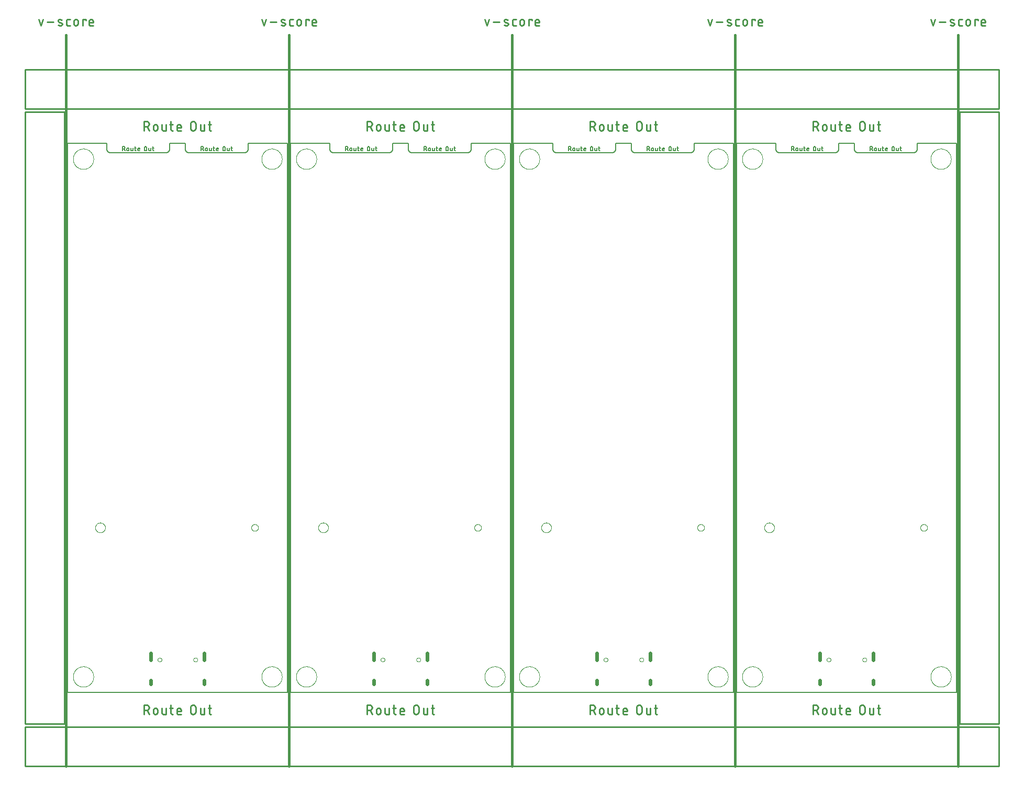
<source format=gko>
G04 EAGLE Gerber RS-274X export*
G75*
%MOMM*%
%FSLAX34Y34*%
%LPD*%
%IN*%
%IPPOS*%
%AMOC8*
5,1,8,0,0,1.08239X$1,22.5*%
G01*
%ADD10C,0.152400*%
%ADD11C,0.127000*%
%ADD12C,0.279400*%
%ADD13C,0.381000*%
%ADD14C,0.254000*%
%ADD15C,0.000000*%
%ADD16C,0.600000*%


D10*
X0Y0D02*
X355600Y0D01*
X355600Y889000D01*
X292100Y889000D01*
X292100Y880110D01*
X292098Y879952D01*
X292092Y879793D01*
X292082Y879635D01*
X292068Y879478D01*
X292051Y879320D01*
X292029Y879164D01*
X292004Y879007D01*
X291974Y878852D01*
X291941Y878697D01*
X291904Y878543D01*
X291863Y878390D01*
X291818Y878238D01*
X291769Y878088D01*
X291717Y877938D01*
X291661Y877790D01*
X291601Y877643D01*
X291538Y877498D01*
X291471Y877355D01*
X291401Y877213D01*
X291327Y877073D01*
X291249Y876935D01*
X291168Y876799D01*
X291084Y876665D01*
X290997Y876533D01*
X290906Y876403D01*
X290812Y876276D01*
X290715Y876151D01*
X290614Y876028D01*
X290511Y875908D01*
X290405Y875791D01*
X290296Y875676D01*
X290184Y875564D01*
X290069Y875455D01*
X289952Y875349D01*
X289832Y875246D01*
X289709Y875145D01*
X289584Y875048D01*
X289457Y874954D01*
X289327Y874863D01*
X289195Y874776D01*
X289061Y874692D01*
X288925Y874611D01*
X288787Y874533D01*
X288647Y874459D01*
X288505Y874389D01*
X288362Y874322D01*
X288217Y874259D01*
X288070Y874199D01*
X287922Y874143D01*
X287772Y874091D01*
X287622Y874042D01*
X287470Y873997D01*
X287317Y873956D01*
X287163Y873919D01*
X287008Y873886D01*
X286853Y873856D01*
X286696Y873831D01*
X286540Y873809D01*
X286382Y873792D01*
X286225Y873778D01*
X286067Y873768D01*
X285908Y873762D01*
X285750Y873760D01*
X196850Y873760D01*
X196692Y873762D01*
X196533Y873768D01*
X196375Y873778D01*
X196218Y873792D01*
X196060Y873809D01*
X195904Y873831D01*
X195747Y873856D01*
X195592Y873886D01*
X195437Y873919D01*
X195283Y873956D01*
X195130Y873997D01*
X194978Y874042D01*
X194828Y874091D01*
X194678Y874143D01*
X194530Y874199D01*
X194383Y874259D01*
X194238Y874322D01*
X194095Y874389D01*
X193953Y874459D01*
X193813Y874533D01*
X193675Y874611D01*
X193539Y874692D01*
X193405Y874776D01*
X193273Y874863D01*
X193143Y874954D01*
X193016Y875048D01*
X192891Y875145D01*
X192768Y875246D01*
X192648Y875349D01*
X192531Y875455D01*
X192416Y875564D01*
X192304Y875676D01*
X192195Y875791D01*
X192089Y875908D01*
X191986Y876028D01*
X191885Y876151D01*
X191788Y876276D01*
X191694Y876403D01*
X191603Y876533D01*
X191516Y876665D01*
X191432Y876799D01*
X191351Y876935D01*
X191273Y877073D01*
X191199Y877213D01*
X191129Y877355D01*
X191062Y877498D01*
X190999Y877643D01*
X190939Y877790D01*
X190883Y877938D01*
X190831Y878088D01*
X190782Y878238D01*
X190737Y878390D01*
X190696Y878543D01*
X190659Y878697D01*
X190626Y878852D01*
X190596Y879007D01*
X190571Y879164D01*
X190549Y879320D01*
X190532Y879478D01*
X190518Y879635D01*
X190508Y879793D01*
X190502Y879952D01*
X190500Y880110D01*
X190500Y889000D01*
X165100Y889000D01*
X165100Y880110D01*
X165098Y879952D01*
X165092Y879793D01*
X165082Y879635D01*
X165068Y879478D01*
X165051Y879320D01*
X165029Y879164D01*
X165004Y879007D01*
X164974Y878852D01*
X164941Y878697D01*
X164904Y878543D01*
X164863Y878390D01*
X164818Y878238D01*
X164769Y878088D01*
X164717Y877938D01*
X164661Y877790D01*
X164601Y877643D01*
X164538Y877498D01*
X164471Y877355D01*
X164401Y877213D01*
X164327Y877073D01*
X164249Y876935D01*
X164168Y876799D01*
X164084Y876665D01*
X163997Y876533D01*
X163906Y876403D01*
X163812Y876276D01*
X163715Y876151D01*
X163614Y876028D01*
X163511Y875908D01*
X163405Y875791D01*
X163296Y875676D01*
X163184Y875564D01*
X163069Y875455D01*
X162952Y875349D01*
X162832Y875246D01*
X162709Y875145D01*
X162584Y875048D01*
X162457Y874954D01*
X162327Y874863D01*
X162195Y874776D01*
X162061Y874692D01*
X161925Y874611D01*
X161787Y874533D01*
X161647Y874459D01*
X161505Y874389D01*
X161362Y874322D01*
X161217Y874259D01*
X161070Y874199D01*
X160922Y874143D01*
X160772Y874091D01*
X160622Y874042D01*
X160470Y873997D01*
X160317Y873956D01*
X160163Y873919D01*
X160008Y873886D01*
X159853Y873856D01*
X159696Y873831D01*
X159540Y873809D01*
X159382Y873792D01*
X159225Y873778D01*
X159067Y873768D01*
X158908Y873762D01*
X158750Y873760D01*
X69850Y873760D01*
X69692Y873762D01*
X69533Y873768D01*
X69375Y873778D01*
X69218Y873792D01*
X69060Y873809D01*
X68904Y873831D01*
X68747Y873856D01*
X68592Y873886D01*
X68437Y873919D01*
X68283Y873956D01*
X68130Y873997D01*
X67978Y874042D01*
X67828Y874091D01*
X67678Y874143D01*
X67530Y874199D01*
X67383Y874259D01*
X67238Y874322D01*
X67095Y874389D01*
X66953Y874459D01*
X66813Y874533D01*
X66675Y874611D01*
X66539Y874692D01*
X66405Y874776D01*
X66273Y874863D01*
X66143Y874954D01*
X66016Y875048D01*
X65891Y875145D01*
X65768Y875246D01*
X65648Y875349D01*
X65531Y875455D01*
X65416Y875564D01*
X65304Y875676D01*
X65195Y875791D01*
X65089Y875908D01*
X64986Y876028D01*
X64885Y876151D01*
X64788Y876276D01*
X64694Y876403D01*
X64603Y876533D01*
X64516Y876665D01*
X64432Y876799D01*
X64351Y876935D01*
X64273Y877073D01*
X64199Y877213D01*
X64129Y877355D01*
X64062Y877498D01*
X63999Y877643D01*
X63939Y877790D01*
X63883Y877938D01*
X63831Y878088D01*
X63782Y878238D01*
X63737Y878390D01*
X63696Y878543D01*
X63659Y878697D01*
X63626Y878852D01*
X63596Y879007D01*
X63571Y879164D01*
X63549Y879320D01*
X63532Y879478D01*
X63518Y879635D01*
X63508Y879793D01*
X63502Y879952D01*
X63500Y880110D01*
X63500Y889000D01*
X0Y889000D01*
X0Y0D01*
D11*
X88836Y876935D02*
X88836Y883793D01*
X90741Y883793D01*
X90826Y883791D01*
X90912Y883785D01*
X90997Y883776D01*
X91081Y883762D01*
X91165Y883745D01*
X91248Y883724D01*
X91330Y883700D01*
X91410Y883672D01*
X91490Y883640D01*
X91568Y883604D01*
X91644Y883566D01*
X91718Y883523D01*
X91790Y883478D01*
X91861Y883429D01*
X91929Y883377D01*
X91994Y883323D01*
X92057Y883265D01*
X92118Y883204D01*
X92176Y883141D01*
X92230Y883076D01*
X92282Y883008D01*
X92331Y882937D01*
X92376Y882865D01*
X92419Y882791D01*
X92457Y882715D01*
X92493Y882637D01*
X92525Y882557D01*
X92553Y882477D01*
X92577Y882395D01*
X92598Y882312D01*
X92615Y882228D01*
X92629Y882144D01*
X92638Y882059D01*
X92644Y881973D01*
X92646Y881888D01*
X92644Y881803D01*
X92638Y881717D01*
X92629Y881632D01*
X92615Y881548D01*
X92598Y881464D01*
X92577Y881381D01*
X92553Y881299D01*
X92525Y881219D01*
X92493Y881139D01*
X92457Y881061D01*
X92419Y880985D01*
X92376Y880911D01*
X92331Y880839D01*
X92282Y880768D01*
X92230Y880700D01*
X92176Y880635D01*
X92118Y880572D01*
X92057Y880511D01*
X91994Y880453D01*
X91929Y880399D01*
X91861Y880347D01*
X91790Y880298D01*
X91718Y880253D01*
X91644Y880210D01*
X91568Y880172D01*
X91490Y880136D01*
X91410Y880104D01*
X91330Y880076D01*
X91248Y880052D01*
X91165Y880031D01*
X91081Y880014D01*
X90997Y880000D01*
X90912Y879991D01*
X90826Y879985D01*
X90741Y879983D01*
X88836Y879983D01*
X91122Y879983D02*
X92646Y876935D01*
X95975Y878459D02*
X95975Y879983D01*
X95977Y880060D01*
X95983Y880137D01*
X95993Y880214D01*
X96006Y880290D01*
X96024Y880365D01*
X96045Y880439D01*
X96070Y880512D01*
X96099Y880584D01*
X96131Y880654D01*
X96166Y880723D01*
X96206Y880789D01*
X96248Y880854D01*
X96294Y880916D01*
X96343Y880976D01*
X96394Y881033D01*
X96449Y881088D01*
X96506Y881139D01*
X96566Y881188D01*
X96628Y881234D01*
X96693Y881276D01*
X96759Y881316D01*
X96828Y881351D01*
X96898Y881383D01*
X96970Y881412D01*
X97043Y881437D01*
X97117Y881458D01*
X97192Y881476D01*
X97268Y881489D01*
X97345Y881499D01*
X97422Y881505D01*
X97499Y881507D01*
X97576Y881505D01*
X97653Y881499D01*
X97730Y881489D01*
X97806Y881476D01*
X97881Y881458D01*
X97955Y881437D01*
X98028Y881412D01*
X98100Y881383D01*
X98170Y881351D01*
X98239Y881316D01*
X98305Y881276D01*
X98370Y881234D01*
X98432Y881188D01*
X98492Y881139D01*
X98549Y881088D01*
X98604Y881033D01*
X98655Y880976D01*
X98704Y880916D01*
X98750Y880854D01*
X98792Y880789D01*
X98832Y880723D01*
X98867Y880654D01*
X98899Y880584D01*
X98928Y880512D01*
X98953Y880439D01*
X98974Y880365D01*
X98992Y880290D01*
X99005Y880214D01*
X99015Y880137D01*
X99021Y880060D01*
X99023Y879983D01*
X99023Y878459D01*
X99021Y878382D01*
X99015Y878305D01*
X99005Y878228D01*
X98992Y878152D01*
X98974Y878077D01*
X98953Y878003D01*
X98928Y877930D01*
X98899Y877858D01*
X98867Y877788D01*
X98832Y877719D01*
X98792Y877653D01*
X98750Y877588D01*
X98704Y877526D01*
X98655Y877466D01*
X98604Y877409D01*
X98549Y877354D01*
X98492Y877303D01*
X98432Y877254D01*
X98370Y877208D01*
X98305Y877166D01*
X98239Y877126D01*
X98170Y877091D01*
X98100Y877059D01*
X98028Y877030D01*
X97955Y877005D01*
X97881Y876984D01*
X97806Y876966D01*
X97730Y876953D01*
X97653Y876943D01*
X97576Y876937D01*
X97499Y876935D01*
X97422Y876937D01*
X97345Y876943D01*
X97268Y876953D01*
X97192Y876966D01*
X97117Y876984D01*
X97043Y877005D01*
X96970Y877030D01*
X96898Y877059D01*
X96828Y877091D01*
X96759Y877126D01*
X96693Y877166D01*
X96628Y877208D01*
X96566Y877254D01*
X96506Y877303D01*
X96449Y877354D01*
X96394Y877409D01*
X96343Y877466D01*
X96294Y877526D01*
X96248Y877588D01*
X96206Y877653D01*
X96166Y877719D01*
X96131Y877788D01*
X96099Y877858D01*
X96070Y877930D01*
X96045Y878003D01*
X96024Y878077D01*
X96006Y878152D01*
X95993Y878228D01*
X95983Y878305D01*
X95977Y878382D01*
X95975Y878459D01*
X102559Y878078D02*
X102559Y881507D01*
X102559Y878078D02*
X102561Y878012D01*
X102567Y877945D01*
X102576Y877880D01*
X102590Y877814D01*
X102607Y877750D01*
X102628Y877687D01*
X102652Y877625D01*
X102681Y877565D01*
X102712Y877507D01*
X102747Y877450D01*
X102785Y877395D01*
X102826Y877343D01*
X102871Y877294D01*
X102918Y877247D01*
X102967Y877202D01*
X103019Y877161D01*
X103074Y877123D01*
X103131Y877088D01*
X103189Y877057D01*
X103249Y877028D01*
X103311Y877004D01*
X103374Y876983D01*
X103438Y876966D01*
X103504Y876952D01*
X103569Y876943D01*
X103636Y876937D01*
X103702Y876935D01*
X105607Y876935D01*
X105607Y881507D01*
X108461Y881507D02*
X110747Y881507D01*
X109223Y883793D02*
X109223Y878078D01*
X109225Y878012D01*
X109231Y877945D01*
X109240Y877880D01*
X109254Y877814D01*
X109271Y877750D01*
X109292Y877687D01*
X109316Y877625D01*
X109345Y877565D01*
X109376Y877507D01*
X109411Y877450D01*
X109449Y877395D01*
X109490Y877343D01*
X109535Y877294D01*
X109582Y877247D01*
X109631Y877202D01*
X109683Y877161D01*
X109738Y877123D01*
X109795Y877088D01*
X109853Y877057D01*
X109913Y877028D01*
X109975Y877004D01*
X110038Y876983D01*
X110102Y876966D01*
X110168Y876952D01*
X110233Y876943D01*
X110300Y876937D01*
X110366Y876935D01*
X110747Y876935D01*
X114918Y876935D02*
X116823Y876935D01*
X114918Y876935D02*
X114852Y876937D01*
X114785Y876943D01*
X114720Y876952D01*
X114654Y876966D01*
X114590Y876983D01*
X114527Y877004D01*
X114465Y877028D01*
X114405Y877057D01*
X114347Y877088D01*
X114290Y877123D01*
X114235Y877161D01*
X114183Y877202D01*
X114134Y877247D01*
X114087Y877294D01*
X114042Y877343D01*
X114001Y877395D01*
X113963Y877450D01*
X113928Y877507D01*
X113897Y877565D01*
X113868Y877625D01*
X113844Y877687D01*
X113823Y877750D01*
X113806Y877814D01*
X113792Y877880D01*
X113783Y877945D01*
X113777Y878012D01*
X113775Y878078D01*
X113775Y879983D01*
X113777Y880060D01*
X113783Y880137D01*
X113793Y880214D01*
X113806Y880290D01*
X113824Y880365D01*
X113845Y880439D01*
X113870Y880512D01*
X113899Y880584D01*
X113931Y880654D01*
X113966Y880723D01*
X114006Y880789D01*
X114048Y880854D01*
X114094Y880916D01*
X114143Y880976D01*
X114194Y881033D01*
X114249Y881088D01*
X114306Y881139D01*
X114366Y881188D01*
X114428Y881234D01*
X114493Y881276D01*
X114559Y881316D01*
X114628Y881351D01*
X114698Y881383D01*
X114770Y881412D01*
X114843Y881437D01*
X114917Y881458D01*
X114992Y881476D01*
X115068Y881489D01*
X115145Y881499D01*
X115222Y881505D01*
X115299Y881507D01*
X115376Y881505D01*
X115453Y881499D01*
X115530Y881489D01*
X115606Y881476D01*
X115681Y881458D01*
X115755Y881437D01*
X115828Y881412D01*
X115900Y881383D01*
X115970Y881351D01*
X116039Y881316D01*
X116105Y881276D01*
X116170Y881234D01*
X116232Y881188D01*
X116292Y881139D01*
X116349Y881088D01*
X116404Y881033D01*
X116455Y880976D01*
X116504Y880916D01*
X116550Y880854D01*
X116592Y880789D01*
X116632Y880723D01*
X116667Y880654D01*
X116699Y880584D01*
X116728Y880512D01*
X116753Y880439D01*
X116774Y880365D01*
X116792Y880290D01*
X116805Y880214D01*
X116815Y880137D01*
X116821Y880060D01*
X116823Y879983D01*
X116823Y879221D01*
X113775Y879221D01*
X124123Y878840D02*
X124123Y881888D01*
X124125Y881973D01*
X124131Y882059D01*
X124140Y882144D01*
X124154Y882228D01*
X124171Y882312D01*
X124192Y882395D01*
X124216Y882477D01*
X124244Y882557D01*
X124276Y882637D01*
X124312Y882715D01*
X124350Y882791D01*
X124393Y882865D01*
X124438Y882937D01*
X124487Y883008D01*
X124539Y883076D01*
X124593Y883141D01*
X124651Y883204D01*
X124712Y883265D01*
X124775Y883323D01*
X124840Y883377D01*
X124908Y883429D01*
X124979Y883478D01*
X125051Y883523D01*
X125125Y883566D01*
X125201Y883604D01*
X125279Y883640D01*
X125359Y883672D01*
X125439Y883700D01*
X125521Y883724D01*
X125604Y883745D01*
X125688Y883762D01*
X125772Y883776D01*
X125857Y883785D01*
X125943Y883791D01*
X126028Y883793D01*
X126113Y883791D01*
X126199Y883785D01*
X126284Y883776D01*
X126368Y883762D01*
X126452Y883745D01*
X126535Y883724D01*
X126617Y883700D01*
X126697Y883672D01*
X126777Y883640D01*
X126855Y883604D01*
X126931Y883566D01*
X127005Y883523D01*
X127077Y883478D01*
X127148Y883429D01*
X127216Y883377D01*
X127281Y883323D01*
X127344Y883265D01*
X127405Y883204D01*
X127463Y883141D01*
X127517Y883076D01*
X127569Y883008D01*
X127618Y882937D01*
X127663Y882865D01*
X127706Y882791D01*
X127744Y882715D01*
X127780Y882637D01*
X127812Y882557D01*
X127840Y882477D01*
X127864Y882395D01*
X127885Y882312D01*
X127902Y882228D01*
X127916Y882144D01*
X127925Y882059D01*
X127931Y881973D01*
X127933Y881888D01*
X127933Y878840D01*
X127931Y878755D01*
X127925Y878669D01*
X127916Y878584D01*
X127902Y878500D01*
X127885Y878416D01*
X127864Y878333D01*
X127840Y878251D01*
X127812Y878171D01*
X127780Y878091D01*
X127744Y878013D01*
X127706Y877937D01*
X127663Y877863D01*
X127618Y877791D01*
X127569Y877720D01*
X127517Y877652D01*
X127463Y877587D01*
X127405Y877524D01*
X127344Y877463D01*
X127281Y877405D01*
X127216Y877351D01*
X127148Y877299D01*
X127077Y877250D01*
X127005Y877205D01*
X126931Y877162D01*
X126855Y877124D01*
X126777Y877088D01*
X126697Y877056D01*
X126617Y877028D01*
X126535Y877004D01*
X126452Y876983D01*
X126368Y876966D01*
X126284Y876952D01*
X126199Y876943D01*
X126113Y876937D01*
X126028Y876935D01*
X125943Y876937D01*
X125857Y876943D01*
X125772Y876952D01*
X125688Y876966D01*
X125604Y876983D01*
X125521Y877004D01*
X125439Y877028D01*
X125359Y877056D01*
X125279Y877088D01*
X125201Y877124D01*
X125125Y877162D01*
X125051Y877205D01*
X124979Y877250D01*
X124908Y877299D01*
X124840Y877351D01*
X124775Y877405D01*
X124712Y877463D01*
X124651Y877524D01*
X124593Y877587D01*
X124539Y877652D01*
X124487Y877720D01*
X124438Y877791D01*
X124393Y877863D01*
X124350Y877937D01*
X124312Y878013D01*
X124276Y878091D01*
X124244Y878171D01*
X124216Y878251D01*
X124192Y878333D01*
X124171Y878416D01*
X124154Y878500D01*
X124140Y878584D01*
X124131Y878669D01*
X124125Y878755D01*
X124123Y878840D01*
X131576Y878078D02*
X131576Y881507D01*
X131576Y878078D02*
X131578Y878012D01*
X131584Y877945D01*
X131593Y877880D01*
X131607Y877814D01*
X131624Y877750D01*
X131645Y877687D01*
X131669Y877625D01*
X131698Y877565D01*
X131729Y877507D01*
X131764Y877450D01*
X131802Y877395D01*
X131843Y877343D01*
X131888Y877294D01*
X131935Y877247D01*
X131984Y877202D01*
X132036Y877161D01*
X132091Y877123D01*
X132148Y877088D01*
X132206Y877057D01*
X132266Y877028D01*
X132328Y877004D01*
X132391Y876983D01*
X132455Y876966D01*
X132521Y876952D01*
X132586Y876943D01*
X132653Y876937D01*
X132719Y876935D01*
X134624Y876935D01*
X134624Y881507D01*
X137478Y881507D02*
X139764Y881507D01*
X138240Y883793D02*
X138240Y878078D01*
X138242Y878012D01*
X138248Y877945D01*
X138257Y877880D01*
X138271Y877814D01*
X138288Y877750D01*
X138309Y877687D01*
X138333Y877625D01*
X138362Y877565D01*
X138393Y877507D01*
X138428Y877450D01*
X138466Y877395D01*
X138507Y877343D01*
X138552Y877294D01*
X138599Y877247D01*
X138648Y877202D01*
X138700Y877161D01*
X138755Y877123D01*
X138812Y877088D01*
X138870Y877057D01*
X138930Y877028D01*
X138992Y877004D01*
X139055Y876983D01*
X139119Y876966D01*
X139185Y876952D01*
X139250Y876943D01*
X139317Y876937D01*
X139383Y876935D01*
X139764Y876935D01*
X215836Y876935D02*
X215836Y883793D01*
X217741Y883793D01*
X217826Y883791D01*
X217912Y883785D01*
X217997Y883776D01*
X218081Y883762D01*
X218165Y883745D01*
X218248Y883724D01*
X218330Y883700D01*
X218410Y883672D01*
X218490Y883640D01*
X218568Y883604D01*
X218644Y883566D01*
X218718Y883523D01*
X218790Y883478D01*
X218861Y883429D01*
X218929Y883377D01*
X218994Y883323D01*
X219057Y883265D01*
X219118Y883204D01*
X219176Y883141D01*
X219230Y883076D01*
X219282Y883008D01*
X219331Y882937D01*
X219376Y882865D01*
X219419Y882791D01*
X219457Y882715D01*
X219493Y882637D01*
X219525Y882557D01*
X219553Y882477D01*
X219577Y882395D01*
X219598Y882312D01*
X219615Y882228D01*
X219629Y882144D01*
X219638Y882059D01*
X219644Y881973D01*
X219646Y881888D01*
X219644Y881803D01*
X219638Y881717D01*
X219629Y881632D01*
X219615Y881548D01*
X219598Y881464D01*
X219577Y881381D01*
X219553Y881299D01*
X219525Y881219D01*
X219493Y881139D01*
X219457Y881061D01*
X219419Y880985D01*
X219376Y880911D01*
X219331Y880839D01*
X219282Y880768D01*
X219230Y880700D01*
X219176Y880635D01*
X219118Y880572D01*
X219057Y880511D01*
X218994Y880453D01*
X218929Y880399D01*
X218861Y880347D01*
X218790Y880298D01*
X218718Y880253D01*
X218644Y880210D01*
X218568Y880172D01*
X218490Y880136D01*
X218410Y880104D01*
X218330Y880076D01*
X218248Y880052D01*
X218165Y880031D01*
X218081Y880014D01*
X217997Y880000D01*
X217912Y879991D01*
X217826Y879985D01*
X217741Y879983D01*
X215836Y879983D01*
X218122Y879983D02*
X219646Y876935D01*
X222975Y878459D02*
X222975Y879983D01*
X222977Y880060D01*
X222983Y880137D01*
X222993Y880214D01*
X223006Y880290D01*
X223024Y880365D01*
X223045Y880439D01*
X223070Y880512D01*
X223099Y880584D01*
X223131Y880654D01*
X223166Y880723D01*
X223206Y880789D01*
X223248Y880854D01*
X223294Y880916D01*
X223343Y880976D01*
X223394Y881033D01*
X223449Y881088D01*
X223506Y881139D01*
X223566Y881188D01*
X223628Y881234D01*
X223693Y881276D01*
X223759Y881316D01*
X223828Y881351D01*
X223898Y881383D01*
X223970Y881412D01*
X224043Y881437D01*
X224117Y881458D01*
X224192Y881476D01*
X224268Y881489D01*
X224345Y881499D01*
X224422Y881505D01*
X224499Y881507D01*
X224576Y881505D01*
X224653Y881499D01*
X224730Y881489D01*
X224806Y881476D01*
X224881Y881458D01*
X224955Y881437D01*
X225028Y881412D01*
X225100Y881383D01*
X225170Y881351D01*
X225239Y881316D01*
X225305Y881276D01*
X225370Y881234D01*
X225432Y881188D01*
X225492Y881139D01*
X225549Y881088D01*
X225604Y881033D01*
X225655Y880976D01*
X225704Y880916D01*
X225750Y880854D01*
X225792Y880789D01*
X225832Y880723D01*
X225867Y880654D01*
X225899Y880584D01*
X225928Y880512D01*
X225953Y880439D01*
X225974Y880365D01*
X225992Y880290D01*
X226005Y880214D01*
X226015Y880137D01*
X226021Y880060D01*
X226023Y879983D01*
X226023Y878459D01*
X226021Y878382D01*
X226015Y878305D01*
X226005Y878228D01*
X225992Y878152D01*
X225974Y878077D01*
X225953Y878003D01*
X225928Y877930D01*
X225899Y877858D01*
X225867Y877788D01*
X225832Y877719D01*
X225792Y877653D01*
X225750Y877588D01*
X225704Y877526D01*
X225655Y877466D01*
X225604Y877409D01*
X225549Y877354D01*
X225492Y877303D01*
X225432Y877254D01*
X225370Y877208D01*
X225305Y877166D01*
X225239Y877126D01*
X225170Y877091D01*
X225100Y877059D01*
X225028Y877030D01*
X224955Y877005D01*
X224881Y876984D01*
X224806Y876966D01*
X224730Y876953D01*
X224653Y876943D01*
X224576Y876937D01*
X224499Y876935D01*
X224422Y876937D01*
X224345Y876943D01*
X224268Y876953D01*
X224192Y876966D01*
X224117Y876984D01*
X224043Y877005D01*
X223970Y877030D01*
X223898Y877059D01*
X223828Y877091D01*
X223759Y877126D01*
X223693Y877166D01*
X223628Y877208D01*
X223566Y877254D01*
X223506Y877303D01*
X223449Y877354D01*
X223394Y877409D01*
X223343Y877466D01*
X223294Y877526D01*
X223248Y877588D01*
X223206Y877653D01*
X223166Y877719D01*
X223131Y877788D01*
X223099Y877858D01*
X223070Y877930D01*
X223045Y878003D01*
X223024Y878077D01*
X223006Y878152D01*
X222993Y878228D01*
X222983Y878305D01*
X222977Y878382D01*
X222975Y878459D01*
X229559Y878078D02*
X229559Y881507D01*
X229559Y878078D02*
X229561Y878012D01*
X229567Y877945D01*
X229576Y877880D01*
X229590Y877814D01*
X229607Y877750D01*
X229628Y877687D01*
X229652Y877625D01*
X229681Y877565D01*
X229712Y877507D01*
X229747Y877450D01*
X229785Y877395D01*
X229826Y877343D01*
X229871Y877294D01*
X229918Y877247D01*
X229967Y877202D01*
X230019Y877161D01*
X230074Y877123D01*
X230131Y877088D01*
X230189Y877057D01*
X230249Y877028D01*
X230311Y877004D01*
X230374Y876983D01*
X230438Y876966D01*
X230504Y876952D01*
X230569Y876943D01*
X230636Y876937D01*
X230702Y876935D01*
X232607Y876935D01*
X232607Y881507D01*
X235461Y881507D02*
X237747Y881507D01*
X236223Y883793D02*
X236223Y878078D01*
X236225Y878012D01*
X236231Y877945D01*
X236240Y877880D01*
X236254Y877814D01*
X236271Y877750D01*
X236292Y877687D01*
X236316Y877625D01*
X236345Y877565D01*
X236376Y877507D01*
X236411Y877450D01*
X236449Y877395D01*
X236490Y877343D01*
X236535Y877294D01*
X236582Y877247D01*
X236631Y877202D01*
X236683Y877161D01*
X236738Y877123D01*
X236795Y877088D01*
X236853Y877057D01*
X236913Y877028D01*
X236975Y877004D01*
X237038Y876983D01*
X237102Y876966D01*
X237168Y876952D01*
X237233Y876943D01*
X237300Y876937D01*
X237366Y876935D01*
X237747Y876935D01*
X241918Y876935D02*
X243823Y876935D01*
X241918Y876935D02*
X241852Y876937D01*
X241785Y876943D01*
X241720Y876952D01*
X241654Y876966D01*
X241590Y876983D01*
X241527Y877004D01*
X241465Y877028D01*
X241405Y877057D01*
X241347Y877088D01*
X241290Y877123D01*
X241235Y877161D01*
X241183Y877202D01*
X241134Y877247D01*
X241087Y877294D01*
X241042Y877343D01*
X241001Y877395D01*
X240963Y877450D01*
X240928Y877507D01*
X240897Y877565D01*
X240868Y877625D01*
X240844Y877687D01*
X240823Y877750D01*
X240806Y877814D01*
X240792Y877880D01*
X240783Y877945D01*
X240777Y878012D01*
X240775Y878078D01*
X240775Y879983D01*
X240777Y880060D01*
X240783Y880137D01*
X240793Y880214D01*
X240806Y880290D01*
X240824Y880365D01*
X240845Y880439D01*
X240870Y880512D01*
X240899Y880584D01*
X240931Y880654D01*
X240966Y880723D01*
X241006Y880789D01*
X241048Y880854D01*
X241094Y880916D01*
X241143Y880976D01*
X241194Y881033D01*
X241249Y881088D01*
X241306Y881139D01*
X241366Y881188D01*
X241428Y881234D01*
X241493Y881276D01*
X241559Y881316D01*
X241628Y881351D01*
X241698Y881383D01*
X241770Y881412D01*
X241843Y881437D01*
X241917Y881458D01*
X241992Y881476D01*
X242068Y881489D01*
X242145Y881499D01*
X242222Y881505D01*
X242299Y881507D01*
X242376Y881505D01*
X242453Y881499D01*
X242530Y881489D01*
X242606Y881476D01*
X242681Y881458D01*
X242755Y881437D01*
X242828Y881412D01*
X242900Y881383D01*
X242970Y881351D01*
X243039Y881316D01*
X243105Y881276D01*
X243170Y881234D01*
X243232Y881188D01*
X243292Y881139D01*
X243349Y881088D01*
X243404Y881033D01*
X243455Y880976D01*
X243504Y880916D01*
X243550Y880854D01*
X243592Y880789D01*
X243632Y880723D01*
X243667Y880654D01*
X243699Y880584D01*
X243728Y880512D01*
X243753Y880439D01*
X243774Y880365D01*
X243792Y880290D01*
X243805Y880214D01*
X243815Y880137D01*
X243821Y880060D01*
X243823Y879983D01*
X243823Y879221D01*
X240775Y879221D01*
X251123Y878840D02*
X251123Y881888D01*
X251125Y881973D01*
X251131Y882059D01*
X251140Y882144D01*
X251154Y882228D01*
X251171Y882312D01*
X251192Y882395D01*
X251216Y882477D01*
X251244Y882557D01*
X251276Y882637D01*
X251312Y882715D01*
X251350Y882791D01*
X251393Y882865D01*
X251438Y882937D01*
X251487Y883008D01*
X251539Y883076D01*
X251593Y883141D01*
X251651Y883204D01*
X251712Y883265D01*
X251775Y883323D01*
X251840Y883377D01*
X251908Y883429D01*
X251979Y883478D01*
X252051Y883523D01*
X252125Y883566D01*
X252201Y883604D01*
X252279Y883640D01*
X252359Y883672D01*
X252439Y883700D01*
X252521Y883724D01*
X252604Y883745D01*
X252688Y883762D01*
X252772Y883776D01*
X252857Y883785D01*
X252943Y883791D01*
X253028Y883793D01*
X253113Y883791D01*
X253199Y883785D01*
X253284Y883776D01*
X253368Y883762D01*
X253452Y883745D01*
X253535Y883724D01*
X253617Y883700D01*
X253697Y883672D01*
X253777Y883640D01*
X253855Y883604D01*
X253931Y883566D01*
X254005Y883523D01*
X254077Y883478D01*
X254148Y883429D01*
X254216Y883377D01*
X254281Y883323D01*
X254344Y883265D01*
X254405Y883204D01*
X254463Y883141D01*
X254517Y883076D01*
X254569Y883008D01*
X254618Y882937D01*
X254663Y882865D01*
X254706Y882791D01*
X254744Y882715D01*
X254780Y882637D01*
X254812Y882557D01*
X254840Y882477D01*
X254864Y882395D01*
X254885Y882312D01*
X254902Y882228D01*
X254916Y882144D01*
X254925Y882059D01*
X254931Y881973D01*
X254933Y881888D01*
X254933Y878840D01*
X254931Y878755D01*
X254925Y878669D01*
X254916Y878584D01*
X254902Y878500D01*
X254885Y878416D01*
X254864Y878333D01*
X254840Y878251D01*
X254812Y878171D01*
X254780Y878091D01*
X254744Y878013D01*
X254706Y877937D01*
X254663Y877863D01*
X254618Y877791D01*
X254569Y877720D01*
X254517Y877652D01*
X254463Y877587D01*
X254405Y877524D01*
X254344Y877463D01*
X254281Y877405D01*
X254216Y877351D01*
X254148Y877299D01*
X254077Y877250D01*
X254005Y877205D01*
X253931Y877162D01*
X253855Y877124D01*
X253777Y877088D01*
X253697Y877056D01*
X253617Y877028D01*
X253535Y877004D01*
X253452Y876983D01*
X253368Y876966D01*
X253284Y876952D01*
X253199Y876943D01*
X253113Y876937D01*
X253028Y876935D01*
X252943Y876937D01*
X252857Y876943D01*
X252772Y876952D01*
X252688Y876966D01*
X252604Y876983D01*
X252521Y877004D01*
X252439Y877028D01*
X252359Y877056D01*
X252279Y877088D01*
X252201Y877124D01*
X252125Y877162D01*
X252051Y877205D01*
X251979Y877250D01*
X251908Y877299D01*
X251840Y877351D01*
X251775Y877405D01*
X251712Y877463D01*
X251651Y877524D01*
X251593Y877587D01*
X251539Y877652D01*
X251487Y877720D01*
X251438Y877791D01*
X251393Y877863D01*
X251350Y877937D01*
X251312Y878013D01*
X251276Y878091D01*
X251244Y878171D01*
X251216Y878251D01*
X251192Y878333D01*
X251171Y878416D01*
X251154Y878500D01*
X251140Y878584D01*
X251131Y878669D01*
X251125Y878755D01*
X251123Y878840D01*
X258576Y878078D02*
X258576Y881507D01*
X258576Y878078D02*
X258578Y878012D01*
X258584Y877945D01*
X258593Y877880D01*
X258607Y877814D01*
X258624Y877750D01*
X258645Y877687D01*
X258669Y877625D01*
X258698Y877565D01*
X258729Y877507D01*
X258764Y877450D01*
X258802Y877395D01*
X258843Y877343D01*
X258888Y877294D01*
X258935Y877247D01*
X258984Y877202D01*
X259036Y877161D01*
X259091Y877123D01*
X259148Y877088D01*
X259206Y877057D01*
X259266Y877028D01*
X259328Y877004D01*
X259391Y876983D01*
X259455Y876966D01*
X259521Y876952D01*
X259586Y876943D01*
X259653Y876937D01*
X259719Y876935D01*
X261624Y876935D01*
X261624Y881507D01*
X264478Y881507D02*
X266764Y881507D01*
X265240Y883793D02*
X265240Y878078D01*
X265242Y878012D01*
X265248Y877945D01*
X265257Y877880D01*
X265271Y877814D01*
X265288Y877750D01*
X265309Y877687D01*
X265333Y877625D01*
X265362Y877565D01*
X265393Y877507D01*
X265428Y877450D01*
X265466Y877395D01*
X265507Y877343D01*
X265552Y877294D01*
X265599Y877247D01*
X265648Y877202D01*
X265700Y877161D01*
X265755Y877123D01*
X265812Y877088D01*
X265870Y877057D01*
X265930Y877028D01*
X265992Y877004D01*
X266055Y876983D01*
X266119Y876966D01*
X266185Y876952D01*
X266250Y876943D01*
X266317Y876937D01*
X266383Y876935D01*
X266764Y876935D01*
D12*
X123304Y-20447D02*
X123304Y-35433D01*
X123304Y-20447D02*
X127467Y-20447D01*
X127595Y-20449D01*
X127723Y-20455D01*
X127851Y-20465D01*
X127979Y-20479D01*
X128106Y-20496D01*
X128232Y-20518D01*
X128358Y-20543D01*
X128482Y-20573D01*
X128606Y-20606D01*
X128729Y-20643D01*
X128851Y-20684D01*
X128971Y-20728D01*
X129090Y-20776D01*
X129207Y-20828D01*
X129323Y-20883D01*
X129436Y-20942D01*
X129549Y-21005D01*
X129659Y-21071D01*
X129766Y-21140D01*
X129872Y-21212D01*
X129976Y-21288D01*
X130077Y-21367D01*
X130176Y-21449D01*
X130272Y-21534D01*
X130365Y-21621D01*
X130456Y-21712D01*
X130543Y-21805D01*
X130628Y-21901D01*
X130710Y-22000D01*
X130789Y-22101D01*
X130865Y-22205D01*
X130937Y-22311D01*
X131006Y-22418D01*
X131072Y-22529D01*
X131135Y-22641D01*
X131194Y-22754D01*
X131249Y-22870D01*
X131301Y-22987D01*
X131349Y-23106D01*
X131393Y-23226D01*
X131434Y-23348D01*
X131471Y-23471D01*
X131504Y-23595D01*
X131534Y-23719D01*
X131559Y-23845D01*
X131581Y-23971D01*
X131598Y-24098D01*
X131612Y-24226D01*
X131622Y-24354D01*
X131628Y-24482D01*
X131630Y-24610D01*
X131628Y-24738D01*
X131622Y-24866D01*
X131612Y-24994D01*
X131598Y-25122D01*
X131581Y-25249D01*
X131559Y-25375D01*
X131534Y-25501D01*
X131504Y-25625D01*
X131471Y-25749D01*
X131434Y-25872D01*
X131393Y-25994D01*
X131349Y-26114D01*
X131301Y-26233D01*
X131249Y-26350D01*
X131194Y-26466D01*
X131135Y-26579D01*
X131072Y-26692D01*
X131006Y-26802D01*
X130937Y-26909D01*
X130865Y-27015D01*
X130789Y-27119D01*
X130710Y-27220D01*
X130628Y-27319D01*
X130543Y-27415D01*
X130456Y-27508D01*
X130365Y-27599D01*
X130272Y-27686D01*
X130176Y-27771D01*
X130077Y-27853D01*
X129976Y-27932D01*
X129872Y-28008D01*
X129766Y-28080D01*
X129659Y-28149D01*
X129549Y-28215D01*
X129436Y-28278D01*
X129323Y-28337D01*
X129207Y-28392D01*
X129090Y-28444D01*
X128971Y-28492D01*
X128851Y-28536D01*
X128729Y-28577D01*
X128606Y-28614D01*
X128482Y-28647D01*
X128358Y-28677D01*
X128232Y-28702D01*
X128106Y-28724D01*
X127979Y-28741D01*
X127851Y-28755D01*
X127723Y-28765D01*
X127595Y-28771D01*
X127467Y-28773D01*
X123304Y-28773D01*
X128299Y-28773D02*
X131629Y-35433D01*
X138588Y-32103D02*
X138588Y-28773D01*
X138590Y-28659D01*
X138596Y-28546D01*
X138605Y-28432D01*
X138619Y-28320D01*
X138636Y-28207D01*
X138658Y-28095D01*
X138683Y-27985D01*
X138711Y-27875D01*
X138744Y-27766D01*
X138780Y-27658D01*
X138820Y-27551D01*
X138864Y-27446D01*
X138911Y-27343D01*
X138961Y-27241D01*
X139015Y-27141D01*
X139073Y-27043D01*
X139134Y-26947D01*
X139197Y-26853D01*
X139265Y-26761D01*
X139335Y-26671D01*
X139408Y-26585D01*
X139484Y-26500D01*
X139563Y-26418D01*
X139645Y-26339D01*
X139730Y-26263D01*
X139816Y-26190D01*
X139906Y-26120D01*
X139998Y-26052D01*
X140092Y-25989D01*
X140188Y-25928D01*
X140286Y-25870D01*
X140386Y-25816D01*
X140488Y-25766D01*
X140591Y-25719D01*
X140696Y-25675D01*
X140803Y-25635D01*
X140911Y-25599D01*
X141020Y-25566D01*
X141130Y-25538D01*
X141240Y-25513D01*
X141352Y-25491D01*
X141465Y-25474D01*
X141577Y-25460D01*
X141691Y-25451D01*
X141804Y-25445D01*
X141918Y-25443D01*
X142032Y-25445D01*
X142145Y-25451D01*
X142259Y-25460D01*
X142371Y-25474D01*
X142484Y-25491D01*
X142596Y-25513D01*
X142706Y-25538D01*
X142816Y-25566D01*
X142925Y-25599D01*
X143033Y-25635D01*
X143140Y-25675D01*
X143245Y-25719D01*
X143348Y-25766D01*
X143450Y-25816D01*
X143550Y-25870D01*
X143648Y-25928D01*
X143744Y-25989D01*
X143838Y-26052D01*
X143930Y-26120D01*
X144020Y-26190D01*
X144106Y-26263D01*
X144191Y-26339D01*
X144273Y-26418D01*
X144352Y-26500D01*
X144428Y-26585D01*
X144501Y-26671D01*
X144571Y-26761D01*
X144639Y-26853D01*
X144702Y-26947D01*
X144763Y-27043D01*
X144821Y-27141D01*
X144875Y-27241D01*
X144925Y-27343D01*
X144972Y-27446D01*
X145016Y-27551D01*
X145056Y-27658D01*
X145092Y-27766D01*
X145125Y-27875D01*
X145153Y-27985D01*
X145178Y-28095D01*
X145200Y-28207D01*
X145217Y-28320D01*
X145231Y-28432D01*
X145240Y-28546D01*
X145246Y-28659D01*
X145248Y-28773D01*
X145248Y-32103D01*
X145246Y-32217D01*
X145240Y-32330D01*
X145231Y-32444D01*
X145217Y-32556D01*
X145200Y-32669D01*
X145178Y-32781D01*
X145153Y-32891D01*
X145125Y-33001D01*
X145092Y-33110D01*
X145056Y-33218D01*
X145016Y-33325D01*
X144972Y-33430D01*
X144925Y-33533D01*
X144875Y-33635D01*
X144821Y-33735D01*
X144763Y-33833D01*
X144702Y-33929D01*
X144639Y-34023D01*
X144571Y-34115D01*
X144501Y-34205D01*
X144428Y-34291D01*
X144352Y-34376D01*
X144273Y-34458D01*
X144191Y-34537D01*
X144106Y-34613D01*
X144020Y-34686D01*
X143930Y-34756D01*
X143838Y-34824D01*
X143744Y-34887D01*
X143648Y-34948D01*
X143550Y-35006D01*
X143450Y-35060D01*
X143348Y-35110D01*
X143245Y-35157D01*
X143140Y-35201D01*
X143033Y-35241D01*
X142925Y-35277D01*
X142816Y-35310D01*
X142706Y-35338D01*
X142596Y-35363D01*
X142484Y-35385D01*
X142371Y-35402D01*
X142259Y-35416D01*
X142145Y-35425D01*
X142032Y-35431D01*
X141918Y-35433D01*
X141804Y-35431D01*
X141691Y-35425D01*
X141577Y-35416D01*
X141465Y-35402D01*
X141352Y-35385D01*
X141240Y-35363D01*
X141130Y-35338D01*
X141020Y-35310D01*
X140911Y-35277D01*
X140803Y-35241D01*
X140696Y-35201D01*
X140591Y-35157D01*
X140488Y-35110D01*
X140386Y-35060D01*
X140286Y-35006D01*
X140188Y-34948D01*
X140092Y-34887D01*
X139998Y-34824D01*
X139906Y-34756D01*
X139816Y-34686D01*
X139730Y-34613D01*
X139645Y-34537D01*
X139563Y-34458D01*
X139484Y-34376D01*
X139408Y-34291D01*
X139335Y-34205D01*
X139265Y-34115D01*
X139197Y-34023D01*
X139134Y-33929D01*
X139073Y-33833D01*
X139015Y-33735D01*
X138961Y-33635D01*
X138911Y-33533D01*
X138864Y-33430D01*
X138820Y-33325D01*
X138780Y-33218D01*
X138744Y-33110D01*
X138711Y-33001D01*
X138683Y-32891D01*
X138658Y-32781D01*
X138636Y-32669D01*
X138619Y-32556D01*
X138605Y-32444D01*
X138596Y-32330D01*
X138590Y-32217D01*
X138588Y-32103D01*
X152656Y-32935D02*
X152656Y-25442D01*
X152655Y-32935D02*
X152657Y-33033D01*
X152663Y-33131D01*
X152672Y-33229D01*
X152686Y-33326D01*
X152703Y-33422D01*
X152724Y-33518D01*
X152749Y-33613D01*
X152777Y-33707D01*
X152809Y-33800D01*
X152845Y-33891D01*
X152884Y-33981D01*
X152927Y-34069D01*
X152974Y-34156D01*
X153023Y-34240D01*
X153076Y-34323D01*
X153132Y-34403D01*
X153191Y-34482D01*
X153254Y-34557D01*
X153319Y-34631D01*
X153387Y-34701D01*
X153457Y-34769D01*
X153531Y-34835D01*
X153607Y-34897D01*
X153685Y-34956D01*
X153765Y-35012D01*
X153848Y-35065D01*
X153932Y-35115D01*
X154019Y-35161D01*
X154107Y-35204D01*
X154197Y-35243D01*
X154288Y-35279D01*
X154381Y-35311D01*
X154475Y-35339D01*
X154570Y-35364D01*
X154666Y-35385D01*
X154762Y-35402D01*
X154859Y-35416D01*
X154957Y-35425D01*
X155055Y-35431D01*
X155153Y-35433D01*
X159316Y-35433D01*
X159316Y-25442D01*
X165297Y-25442D02*
X170292Y-25442D01*
X166962Y-20447D02*
X166962Y-32935D01*
X166964Y-33033D01*
X166970Y-33131D01*
X166979Y-33229D01*
X166993Y-33326D01*
X167010Y-33422D01*
X167031Y-33518D01*
X167056Y-33613D01*
X167084Y-33707D01*
X167116Y-33800D01*
X167152Y-33891D01*
X167191Y-33981D01*
X167234Y-34069D01*
X167281Y-34156D01*
X167330Y-34240D01*
X167383Y-34323D01*
X167439Y-34403D01*
X167498Y-34482D01*
X167561Y-34557D01*
X167626Y-34631D01*
X167694Y-34701D01*
X167764Y-34769D01*
X167838Y-34835D01*
X167914Y-34897D01*
X167992Y-34956D01*
X168072Y-35012D01*
X168155Y-35065D01*
X168239Y-35115D01*
X168326Y-35161D01*
X168414Y-35204D01*
X168504Y-35243D01*
X168595Y-35279D01*
X168688Y-35311D01*
X168782Y-35339D01*
X168877Y-35364D01*
X168973Y-35385D01*
X169069Y-35402D01*
X169166Y-35416D01*
X169264Y-35425D01*
X169362Y-35431D01*
X169460Y-35433D01*
X170292Y-35433D01*
X179121Y-35433D02*
X183284Y-35433D01*
X179121Y-35433D02*
X179023Y-35431D01*
X178925Y-35425D01*
X178827Y-35416D01*
X178730Y-35402D01*
X178634Y-35385D01*
X178538Y-35364D01*
X178443Y-35339D01*
X178349Y-35311D01*
X178256Y-35279D01*
X178165Y-35243D01*
X178075Y-35204D01*
X177987Y-35161D01*
X177900Y-35114D01*
X177816Y-35065D01*
X177733Y-35012D01*
X177653Y-34956D01*
X177575Y-34897D01*
X177499Y-34835D01*
X177425Y-34769D01*
X177355Y-34701D01*
X177287Y-34631D01*
X177222Y-34557D01*
X177159Y-34482D01*
X177100Y-34403D01*
X177044Y-34323D01*
X176991Y-34240D01*
X176942Y-34156D01*
X176895Y-34069D01*
X176852Y-33981D01*
X176813Y-33891D01*
X176777Y-33800D01*
X176745Y-33707D01*
X176717Y-33613D01*
X176692Y-33518D01*
X176671Y-33422D01*
X176654Y-33326D01*
X176640Y-33229D01*
X176631Y-33131D01*
X176625Y-33033D01*
X176623Y-32935D01*
X176624Y-32935D02*
X176624Y-28773D01*
X176626Y-28659D01*
X176632Y-28546D01*
X176641Y-28432D01*
X176655Y-28320D01*
X176672Y-28207D01*
X176694Y-28095D01*
X176719Y-27985D01*
X176747Y-27875D01*
X176780Y-27766D01*
X176816Y-27658D01*
X176856Y-27551D01*
X176900Y-27446D01*
X176947Y-27343D01*
X176997Y-27241D01*
X177051Y-27141D01*
X177109Y-27043D01*
X177170Y-26947D01*
X177233Y-26853D01*
X177301Y-26761D01*
X177371Y-26671D01*
X177444Y-26585D01*
X177520Y-26500D01*
X177599Y-26418D01*
X177681Y-26339D01*
X177766Y-26263D01*
X177852Y-26190D01*
X177942Y-26120D01*
X178034Y-26052D01*
X178128Y-25989D01*
X178224Y-25928D01*
X178322Y-25870D01*
X178422Y-25816D01*
X178524Y-25766D01*
X178627Y-25719D01*
X178732Y-25675D01*
X178839Y-25635D01*
X178947Y-25599D01*
X179056Y-25566D01*
X179166Y-25538D01*
X179276Y-25513D01*
X179388Y-25491D01*
X179501Y-25474D01*
X179613Y-25460D01*
X179727Y-25451D01*
X179840Y-25445D01*
X179954Y-25443D01*
X180068Y-25445D01*
X180181Y-25451D01*
X180295Y-25460D01*
X180407Y-25474D01*
X180520Y-25491D01*
X180632Y-25513D01*
X180742Y-25538D01*
X180852Y-25566D01*
X180961Y-25599D01*
X181069Y-25635D01*
X181176Y-25675D01*
X181281Y-25719D01*
X181384Y-25766D01*
X181486Y-25816D01*
X181586Y-25870D01*
X181684Y-25928D01*
X181780Y-25989D01*
X181874Y-26052D01*
X181966Y-26120D01*
X182056Y-26190D01*
X182142Y-26263D01*
X182227Y-26339D01*
X182309Y-26418D01*
X182388Y-26500D01*
X182464Y-26585D01*
X182537Y-26671D01*
X182607Y-26761D01*
X182675Y-26853D01*
X182738Y-26947D01*
X182799Y-27043D01*
X182857Y-27141D01*
X182911Y-27241D01*
X182961Y-27343D01*
X183008Y-27446D01*
X183052Y-27551D01*
X183092Y-27658D01*
X183128Y-27766D01*
X183161Y-27875D01*
X183189Y-27985D01*
X183214Y-28095D01*
X183236Y-28207D01*
X183253Y-28320D01*
X183267Y-28432D01*
X183276Y-28546D01*
X183282Y-28659D01*
X183284Y-28773D01*
X183284Y-30438D01*
X176624Y-30438D01*
X198717Y-31270D02*
X198717Y-24610D01*
X198719Y-24482D01*
X198725Y-24354D01*
X198735Y-24226D01*
X198749Y-24098D01*
X198766Y-23971D01*
X198788Y-23845D01*
X198813Y-23719D01*
X198843Y-23595D01*
X198876Y-23471D01*
X198913Y-23348D01*
X198954Y-23226D01*
X198998Y-23106D01*
X199046Y-22987D01*
X199098Y-22870D01*
X199153Y-22754D01*
X199212Y-22641D01*
X199275Y-22528D01*
X199341Y-22418D01*
X199410Y-22311D01*
X199482Y-22205D01*
X199558Y-22101D01*
X199637Y-22000D01*
X199719Y-21901D01*
X199804Y-21805D01*
X199891Y-21712D01*
X199982Y-21621D01*
X200075Y-21534D01*
X200171Y-21449D01*
X200270Y-21367D01*
X200371Y-21288D01*
X200475Y-21212D01*
X200581Y-21140D01*
X200688Y-21071D01*
X200799Y-21005D01*
X200911Y-20942D01*
X201024Y-20883D01*
X201140Y-20828D01*
X201257Y-20776D01*
X201376Y-20728D01*
X201496Y-20684D01*
X201618Y-20643D01*
X201741Y-20606D01*
X201865Y-20573D01*
X201989Y-20543D01*
X202115Y-20518D01*
X202241Y-20496D01*
X202368Y-20479D01*
X202496Y-20465D01*
X202624Y-20455D01*
X202752Y-20449D01*
X202880Y-20447D01*
X203008Y-20449D01*
X203136Y-20455D01*
X203264Y-20465D01*
X203392Y-20479D01*
X203519Y-20496D01*
X203645Y-20518D01*
X203771Y-20543D01*
X203895Y-20573D01*
X204019Y-20606D01*
X204142Y-20643D01*
X204264Y-20684D01*
X204384Y-20728D01*
X204503Y-20776D01*
X204620Y-20828D01*
X204736Y-20883D01*
X204849Y-20942D01*
X204962Y-21005D01*
X205072Y-21071D01*
X205179Y-21140D01*
X205285Y-21212D01*
X205389Y-21288D01*
X205490Y-21367D01*
X205589Y-21449D01*
X205685Y-21534D01*
X205778Y-21621D01*
X205869Y-21712D01*
X205956Y-21805D01*
X206041Y-21901D01*
X206123Y-22000D01*
X206202Y-22101D01*
X206278Y-22205D01*
X206350Y-22311D01*
X206419Y-22418D01*
X206485Y-22529D01*
X206548Y-22641D01*
X206607Y-22754D01*
X206662Y-22870D01*
X206714Y-22987D01*
X206762Y-23106D01*
X206806Y-23226D01*
X206847Y-23348D01*
X206884Y-23471D01*
X206917Y-23595D01*
X206947Y-23719D01*
X206972Y-23845D01*
X206994Y-23971D01*
X207011Y-24098D01*
X207025Y-24226D01*
X207035Y-24354D01*
X207041Y-24482D01*
X207043Y-24610D01*
X207042Y-24610D02*
X207042Y-31270D01*
X207043Y-31270D02*
X207041Y-31398D01*
X207035Y-31526D01*
X207025Y-31654D01*
X207011Y-31782D01*
X206994Y-31909D01*
X206972Y-32035D01*
X206947Y-32161D01*
X206917Y-32285D01*
X206884Y-32409D01*
X206847Y-32532D01*
X206806Y-32654D01*
X206762Y-32774D01*
X206714Y-32893D01*
X206662Y-33010D01*
X206607Y-33126D01*
X206548Y-33239D01*
X206485Y-33352D01*
X206419Y-33462D01*
X206350Y-33569D01*
X206278Y-33675D01*
X206202Y-33779D01*
X206123Y-33880D01*
X206041Y-33979D01*
X205956Y-34075D01*
X205869Y-34168D01*
X205778Y-34259D01*
X205685Y-34346D01*
X205589Y-34431D01*
X205490Y-34513D01*
X205389Y-34592D01*
X205285Y-34668D01*
X205179Y-34740D01*
X205072Y-34809D01*
X204961Y-34875D01*
X204849Y-34938D01*
X204736Y-34997D01*
X204620Y-35052D01*
X204503Y-35104D01*
X204384Y-35152D01*
X204264Y-35196D01*
X204142Y-35237D01*
X204019Y-35274D01*
X203895Y-35307D01*
X203771Y-35337D01*
X203645Y-35362D01*
X203519Y-35384D01*
X203392Y-35401D01*
X203264Y-35415D01*
X203136Y-35425D01*
X203008Y-35431D01*
X202880Y-35433D01*
X202752Y-35431D01*
X202624Y-35425D01*
X202496Y-35415D01*
X202368Y-35401D01*
X202241Y-35384D01*
X202115Y-35362D01*
X201989Y-35337D01*
X201865Y-35307D01*
X201741Y-35274D01*
X201618Y-35237D01*
X201496Y-35196D01*
X201376Y-35152D01*
X201257Y-35104D01*
X201140Y-35052D01*
X201024Y-34997D01*
X200911Y-34938D01*
X200799Y-34875D01*
X200688Y-34809D01*
X200581Y-34740D01*
X200475Y-34668D01*
X200371Y-34592D01*
X200270Y-34513D01*
X200171Y-34431D01*
X200075Y-34346D01*
X199982Y-34259D01*
X199891Y-34168D01*
X199804Y-34075D01*
X199719Y-33979D01*
X199637Y-33880D01*
X199558Y-33779D01*
X199482Y-33675D01*
X199410Y-33569D01*
X199341Y-33462D01*
X199275Y-33351D01*
X199212Y-33239D01*
X199153Y-33126D01*
X199098Y-33010D01*
X199046Y-32893D01*
X198998Y-32774D01*
X198954Y-32654D01*
X198913Y-32532D01*
X198876Y-32409D01*
X198843Y-32285D01*
X198813Y-32161D01*
X198788Y-32035D01*
X198766Y-31909D01*
X198749Y-31782D01*
X198735Y-31654D01*
X198725Y-31526D01*
X198719Y-31398D01*
X198717Y-31270D01*
X214659Y-32935D02*
X214659Y-25442D01*
X214659Y-32935D02*
X214661Y-33033D01*
X214667Y-33131D01*
X214676Y-33229D01*
X214690Y-33326D01*
X214707Y-33422D01*
X214728Y-33518D01*
X214753Y-33613D01*
X214781Y-33707D01*
X214813Y-33800D01*
X214849Y-33891D01*
X214888Y-33981D01*
X214931Y-34069D01*
X214978Y-34156D01*
X215027Y-34240D01*
X215080Y-34323D01*
X215136Y-34403D01*
X215195Y-34482D01*
X215258Y-34557D01*
X215323Y-34631D01*
X215391Y-34701D01*
X215461Y-34769D01*
X215535Y-34835D01*
X215611Y-34897D01*
X215689Y-34956D01*
X215769Y-35012D01*
X215852Y-35065D01*
X215936Y-35115D01*
X216023Y-35161D01*
X216111Y-35204D01*
X216201Y-35243D01*
X216292Y-35279D01*
X216385Y-35311D01*
X216479Y-35339D01*
X216574Y-35364D01*
X216670Y-35385D01*
X216766Y-35402D01*
X216863Y-35416D01*
X216961Y-35425D01*
X217059Y-35431D01*
X217157Y-35433D01*
X221320Y-35433D01*
X221320Y-25442D01*
X227301Y-25442D02*
X232296Y-25442D01*
X228966Y-20447D02*
X228966Y-32935D01*
X228965Y-32935D02*
X228967Y-33033D01*
X228973Y-33131D01*
X228982Y-33229D01*
X228996Y-33326D01*
X229013Y-33422D01*
X229034Y-33518D01*
X229059Y-33613D01*
X229087Y-33707D01*
X229119Y-33800D01*
X229155Y-33891D01*
X229194Y-33981D01*
X229237Y-34069D01*
X229284Y-34156D01*
X229333Y-34240D01*
X229386Y-34323D01*
X229442Y-34403D01*
X229501Y-34482D01*
X229564Y-34557D01*
X229629Y-34631D01*
X229697Y-34701D01*
X229767Y-34769D01*
X229841Y-34835D01*
X229917Y-34897D01*
X229995Y-34956D01*
X230075Y-35012D01*
X230158Y-35065D01*
X230242Y-35115D01*
X230329Y-35161D01*
X230417Y-35204D01*
X230507Y-35243D01*
X230598Y-35279D01*
X230691Y-35311D01*
X230785Y-35339D01*
X230880Y-35364D01*
X230976Y-35385D01*
X231072Y-35402D01*
X231169Y-35416D01*
X231267Y-35425D01*
X231365Y-35431D01*
X231463Y-35433D01*
X231464Y-35433D02*
X232296Y-35433D01*
X123304Y909447D02*
X123304Y924433D01*
X127467Y924433D01*
X127595Y924431D01*
X127723Y924425D01*
X127851Y924415D01*
X127979Y924401D01*
X128106Y924384D01*
X128232Y924362D01*
X128358Y924337D01*
X128482Y924307D01*
X128606Y924274D01*
X128729Y924237D01*
X128851Y924196D01*
X128971Y924152D01*
X129090Y924104D01*
X129207Y924052D01*
X129323Y923997D01*
X129436Y923938D01*
X129549Y923875D01*
X129659Y923809D01*
X129766Y923740D01*
X129872Y923668D01*
X129976Y923592D01*
X130077Y923513D01*
X130176Y923431D01*
X130272Y923346D01*
X130365Y923259D01*
X130456Y923168D01*
X130543Y923075D01*
X130628Y922979D01*
X130710Y922880D01*
X130789Y922779D01*
X130865Y922675D01*
X130937Y922569D01*
X131006Y922462D01*
X131072Y922352D01*
X131135Y922239D01*
X131194Y922126D01*
X131249Y922010D01*
X131301Y921893D01*
X131349Y921774D01*
X131393Y921654D01*
X131434Y921532D01*
X131471Y921409D01*
X131504Y921285D01*
X131534Y921161D01*
X131559Y921035D01*
X131581Y920909D01*
X131598Y920782D01*
X131612Y920654D01*
X131622Y920526D01*
X131628Y920398D01*
X131630Y920270D01*
X131628Y920142D01*
X131622Y920014D01*
X131612Y919886D01*
X131598Y919758D01*
X131581Y919631D01*
X131559Y919505D01*
X131534Y919379D01*
X131504Y919255D01*
X131471Y919131D01*
X131434Y919008D01*
X131393Y918886D01*
X131349Y918766D01*
X131301Y918647D01*
X131249Y918530D01*
X131194Y918414D01*
X131135Y918301D01*
X131072Y918189D01*
X131006Y918078D01*
X130937Y917971D01*
X130865Y917865D01*
X130789Y917761D01*
X130710Y917660D01*
X130628Y917561D01*
X130543Y917465D01*
X130456Y917372D01*
X130365Y917281D01*
X130272Y917194D01*
X130176Y917109D01*
X130077Y917027D01*
X129976Y916948D01*
X129872Y916872D01*
X129766Y916800D01*
X129659Y916731D01*
X129549Y916665D01*
X129436Y916602D01*
X129323Y916543D01*
X129207Y916488D01*
X129090Y916436D01*
X128971Y916388D01*
X128851Y916344D01*
X128729Y916303D01*
X128606Y916266D01*
X128482Y916233D01*
X128358Y916203D01*
X128232Y916178D01*
X128106Y916156D01*
X127979Y916139D01*
X127851Y916125D01*
X127723Y916115D01*
X127595Y916109D01*
X127467Y916107D01*
X123304Y916107D01*
X128299Y916107D02*
X131629Y909447D01*
X138588Y912777D02*
X138588Y916107D01*
X138590Y916221D01*
X138596Y916334D01*
X138605Y916448D01*
X138619Y916560D01*
X138636Y916673D01*
X138658Y916785D01*
X138683Y916895D01*
X138711Y917005D01*
X138744Y917114D01*
X138780Y917222D01*
X138820Y917329D01*
X138864Y917434D01*
X138911Y917537D01*
X138961Y917639D01*
X139015Y917739D01*
X139073Y917837D01*
X139134Y917933D01*
X139197Y918027D01*
X139265Y918119D01*
X139335Y918209D01*
X139408Y918295D01*
X139484Y918380D01*
X139563Y918462D01*
X139645Y918541D01*
X139730Y918617D01*
X139816Y918690D01*
X139906Y918760D01*
X139998Y918828D01*
X140092Y918891D01*
X140188Y918952D01*
X140286Y919010D01*
X140386Y919064D01*
X140488Y919114D01*
X140591Y919161D01*
X140696Y919205D01*
X140803Y919245D01*
X140911Y919281D01*
X141020Y919314D01*
X141130Y919342D01*
X141240Y919367D01*
X141352Y919389D01*
X141465Y919406D01*
X141577Y919420D01*
X141691Y919429D01*
X141804Y919435D01*
X141918Y919437D01*
X142032Y919435D01*
X142145Y919429D01*
X142259Y919420D01*
X142371Y919406D01*
X142484Y919389D01*
X142596Y919367D01*
X142706Y919342D01*
X142816Y919314D01*
X142925Y919281D01*
X143033Y919245D01*
X143140Y919205D01*
X143245Y919161D01*
X143348Y919114D01*
X143450Y919064D01*
X143550Y919010D01*
X143648Y918952D01*
X143744Y918891D01*
X143838Y918828D01*
X143930Y918760D01*
X144020Y918690D01*
X144106Y918617D01*
X144191Y918541D01*
X144273Y918462D01*
X144352Y918380D01*
X144428Y918295D01*
X144501Y918209D01*
X144571Y918119D01*
X144639Y918027D01*
X144702Y917933D01*
X144763Y917837D01*
X144821Y917739D01*
X144875Y917639D01*
X144925Y917537D01*
X144972Y917434D01*
X145016Y917329D01*
X145056Y917222D01*
X145092Y917114D01*
X145125Y917005D01*
X145153Y916895D01*
X145178Y916785D01*
X145200Y916673D01*
X145217Y916560D01*
X145231Y916448D01*
X145240Y916334D01*
X145246Y916221D01*
X145248Y916107D01*
X145248Y912777D01*
X145246Y912663D01*
X145240Y912550D01*
X145231Y912436D01*
X145217Y912324D01*
X145200Y912211D01*
X145178Y912099D01*
X145153Y911989D01*
X145125Y911879D01*
X145092Y911770D01*
X145056Y911662D01*
X145016Y911555D01*
X144972Y911450D01*
X144925Y911347D01*
X144875Y911245D01*
X144821Y911145D01*
X144763Y911047D01*
X144702Y910951D01*
X144639Y910857D01*
X144571Y910765D01*
X144501Y910675D01*
X144428Y910589D01*
X144352Y910504D01*
X144273Y910422D01*
X144191Y910343D01*
X144106Y910267D01*
X144020Y910194D01*
X143930Y910124D01*
X143838Y910056D01*
X143744Y909993D01*
X143648Y909932D01*
X143550Y909874D01*
X143450Y909820D01*
X143348Y909770D01*
X143245Y909723D01*
X143140Y909679D01*
X143033Y909639D01*
X142925Y909603D01*
X142816Y909570D01*
X142706Y909542D01*
X142596Y909517D01*
X142484Y909495D01*
X142371Y909478D01*
X142259Y909464D01*
X142145Y909455D01*
X142032Y909449D01*
X141918Y909447D01*
X141804Y909449D01*
X141691Y909455D01*
X141577Y909464D01*
X141465Y909478D01*
X141352Y909495D01*
X141240Y909517D01*
X141130Y909542D01*
X141020Y909570D01*
X140911Y909603D01*
X140803Y909639D01*
X140696Y909679D01*
X140591Y909723D01*
X140488Y909770D01*
X140386Y909820D01*
X140286Y909874D01*
X140188Y909932D01*
X140092Y909993D01*
X139998Y910056D01*
X139906Y910124D01*
X139816Y910194D01*
X139730Y910267D01*
X139645Y910343D01*
X139563Y910422D01*
X139484Y910504D01*
X139408Y910589D01*
X139335Y910675D01*
X139265Y910765D01*
X139197Y910857D01*
X139134Y910951D01*
X139073Y911047D01*
X139015Y911145D01*
X138961Y911245D01*
X138911Y911347D01*
X138864Y911450D01*
X138820Y911555D01*
X138780Y911662D01*
X138744Y911770D01*
X138711Y911879D01*
X138683Y911989D01*
X138658Y912099D01*
X138636Y912211D01*
X138619Y912324D01*
X138605Y912436D01*
X138596Y912550D01*
X138590Y912663D01*
X138588Y912777D01*
X152656Y911945D02*
X152656Y919438D01*
X152655Y911945D02*
X152657Y911847D01*
X152663Y911749D01*
X152672Y911651D01*
X152686Y911554D01*
X152703Y911458D01*
X152724Y911362D01*
X152749Y911267D01*
X152777Y911173D01*
X152809Y911080D01*
X152845Y910989D01*
X152884Y910899D01*
X152927Y910811D01*
X152974Y910724D01*
X153023Y910640D01*
X153076Y910557D01*
X153132Y910477D01*
X153191Y910399D01*
X153254Y910323D01*
X153319Y910249D01*
X153387Y910179D01*
X153457Y910111D01*
X153531Y910046D01*
X153607Y909983D01*
X153685Y909924D01*
X153765Y909868D01*
X153848Y909815D01*
X153932Y909766D01*
X154019Y909719D01*
X154107Y909676D01*
X154197Y909637D01*
X154288Y909601D01*
X154381Y909569D01*
X154475Y909541D01*
X154570Y909516D01*
X154666Y909495D01*
X154762Y909478D01*
X154859Y909464D01*
X154957Y909455D01*
X155055Y909449D01*
X155153Y909447D01*
X159316Y909447D01*
X159316Y919438D01*
X165297Y919438D02*
X170292Y919438D01*
X166962Y924433D02*
X166962Y911945D01*
X166964Y911847D01*
X166970Y911749D01*
X166979Y911651D01*
X166993Y911554D01*
X167010Y911458D01*
X167031Y911362D01*
X167056Y911267D01*
X167084Y911173D01*
X167116Y911080D01*
X167152Y910989D01*
X167191Y910899D01*
X167234Y910811D01*
X167281Y910724D01*
X167330Y910640D01*
X167383Y910557D01*
X167439Y910477D01*
X167498Y910399D01*
X167561Y910323D01*
X167626Y910249D01*
X167694Y910179D01*
X167764Y910111D01*
X167838Y910046D01*
X167914Y909983D01*
X167992Y909924D01*
X168072Y909868D01*
X168155Y909815D01*
X168239Y909766D01*
X168326Y909719D01*
X168414Y909676D01*
X168504Y909637D01*
X168595Y909601D01*
X168688Y909569D01*
X168782Y909541D01*
X168877Y909516D01*
X168973Y909495D01*
X169069Y909478D01*
X169166Y909464D01*
X169264Y909455D01*
X169362Y909449D01*
X169460Y909447D01*
X170292Y909447D01*
X179121Y909447D02*
X183284Y909447D01*
X179121Y909447D02*
X179023Y909449D01*
X178925Y909455D01*
X178827Y909464D01*
X178730Y909478D01*
X178634Y909495D01*
X178538Y909516D01*
X178443Y909541D01*
X178349Y909569D01*
X178256Y909601D01*
X178165Y909637D01*
X178075Y909676D01*
X177987Y909719D01*
X177900Y909766D01*
X177816Y909815D01*
X177733Y909868D01*
X177653Y909924D01*
X177575Y909983D01*
X177499Y910046D01*
X177425Y910111D01*
X177355Y910179D01*
X177287Y910249D01*
X177222Y910323D01*
X177159Y910399D01*
X177100Y910477D01*
X177044Y910557D01*
X176991Y910640D01*
X176942Y910724D01*
X176895Y910811D01*
X176852Y910899D01*
X176813Y910989D01*
X176777Y911080D01*
X176745Y911173D01*
X176717Y911267D01*
X176692Y911362D01*
X176671Y911458D01*
X176654Y911554D01*
X176640Y911651D01*
X176631Y911749D01*
X176625Y911847D01*
X176623Y911945D01*
X176624Y911945D02*
X176624Y916107D01*
X176626Y916221D01*
X176632Y916334D01*
X176641Y916448D01*
X176655Y916560D01*
X176672Y916673D01*
X176694Y916785D01*
X176719Y916895D01*
X176747Y917005D01*
X176780Y917114D01*
X176816Y917222D01*
X176856Y917329D01*
X176900Y917434D01*
X176947Y917537D01*
X176997Y917639D01*
X177051Y917739D01*
X177109Y917837D01*
X177170Y917933D01*
X177233Y918027D01*
X177301Y918119D01*
X177371Y918209D01*
X177444Y918295D01*
X177520Y918380D01*
X177599Y918462D01*
X177681Y918541D01*
X177766Y918617D01*
X177852Y918690D01*
X177942Y918760D01*
X178034Y918828D01*
X178128Y918891D01*
X178224Y918952D01*
X178322Y919010D01*
X178422Y919064D01*
X178524Y919114D01*
X178627Y919161D01*
X178732Y919205D01*
X178839Y919245D01*
X178947Y919281D01*
X179056Y919314D01*
X179166Y919342D01*
X179276Y919367D01*
X179388Y919389D01*
X179501Y919406D01*
X179613Y919420D01*
X179727Y919429D01*
X179840Y919435D01*
X179954Y919437D01*
X180068Y919435D01*
X180181Y919429D01*
X180295Y919420D01*
X180407Y919406D01*
X180520Y919389D01*
X180632Y919367D01*
X180742Y919342D01*
X180852Y919314D01*
X180961Y919281D01*
X181069Y919245D01*
X181176Y919205D01*
X181281Y919161D01*
X181384Y919114D01*
X181486Y919064D01*
X181586Y919010D01*
X181684Y918952D01*
X181780Y918891D01*
X181874Y918828D01*
X181966Y918760D01*
X182056Y918690D01*
X182142Y918617D01*
X182227Y918541D01*
X182309Y918462D01*
X182388Y918380D01*
X182464Y918295D01*
X182537Y918209D01*
X182607Y918119D01*
X182675Y918027D01*
X182738Y917933D01*
X182799Y917837D01*
X182857Y917739D01*
X182911Y917639D01*
X182961Y917537D01*
X183008Y917434D01*
X183052Y917329D01*
X183092Y917222D01*
X183128Y917114D01*
X183161Y917005D01*
X183189Y916895D01*
X183214Y916785D01*
X183236Y916673D01*
X183253Y916560D01*
X183267Y916448D01*
X183276Y916334D01*
X183282Y916221D01*
X183284Y916107D01*
X183284Y914442D01*
X176624Y914442D01*
X198717Y913610D02*
X198717Y920270D01*
X198719Y920398D01*
X198725Y920526D01*
X198735Y920654D01*
X198749Y920782D01*
X198766Y920909D01*
X198788Y921035D01*
X198813Y921161D01*
X198843Y921285D01*
X198876Y921409D01*
X198913Y921532D01*
X198954Y921654D01*
X198998Y921774D01*
X199046Y921893D01*
X199098Y922010D01*
X199153Y922126D01*
X199212Y922239D01*
X199275Y922352D01*
X199341Y922462D01*
X199410Y922569D01*
X199482Y922675D01*
X199558Y922779D01*
X199637Y922880D01*
X199719Y922979D01*
X199804Y923075D01*
X199891Y923168D01*
X199982Y923259D01*
X200075Y923346D01*
X200171Y923431D01*
X200270Y923513D01*
X200371Y923592D01*
X200475Y923668D01*
X200581Y923740D01*
X200688Y923809D01*
X200799Y923875D01*
X200911Y923938D01*
X201024Y923997D01*
X201140Y924052D01*
X201257Y924104D01*
X201376Y924152D01*
X201496Y924196D01*
X201618Y924237D01*
X201741Y924274D01*
X201865Y924307D01*
X201989Y924337D01*
X202115Y924362D01*
X202241Y924384D01*
X202368Y924401D01*
X202496Y924415D01*
X202624Y924425D01*
X202752Y924431D01*
X202880Y924433D01*
X203008Y924431D01*
X203136Y924425D01*
X203264Y924415D01*
X203392Y924401D01*
X203519Y924384D01*
X203645Y924362D01*
X203771Y924337D01*
X203895Y924307D01*
X204019Y924274D01*
X204142Y924237D01*
X204264Y924196D01*
X204384Y924152D01*
X204503Y924104D01*
X204620Y924052D01*
X204736Y923997D01*
X204849Y923938D01*
X204962Y923875D01*
X205072Y923809D01*
X205179Y923740D01*
X205285Y923668D01*
X205389Y923592D01*
X205490Y923513D01*
X205589Y923431D01*
X205685Y923346D01*
X205778Y923259D01*
X205869Y923168D01*
X205956Y923075D01*
X206041Y922979D01*
X206123Y922880D01*
X206202Y922779D01*
X206278Y922675D01*
X206350Y922569D01*
X206419Y922462D01*
X206485Y922352D01*
X206548Y922239D01*
X206607Y922126D01*
X206662Y922010D01*
X206714Y921893D01*
X206762Y921774D01*
X206806Y921654D01*
X206847Y921532D01*
X206884Y921409D01*
X206917Y921285D01*
X206947Y921161D01*
X206972Y921035D01*
X206994Y920909D01*
X207011Y920782D01*
X207025Y920654D01*
X207035Y920526D01*
X207041Y920398D01*
X207043Y920270D01*
X207042Y920270D02*
X207042Y913610D01*
X207043Y913610D02*
X207041Y913482D01*
X207035Y913354D01*
X207025Y913226D01*
X207011Y913098D01*
X206994Y912971D01*
X206972Y912845D01*
X206947Y912719D01*
X206917Y912595D01*
X206884Y912471D01*
X206847Y912348D01*
X206806Y912226D01*
X206762Y912106D01*
X206714Y911987D01*
X206662Y911870D01*
X206607Y911754D01*
X206548Y911641D01*
X206485Y911529D01*
X206419Y911418D01*
X206350Y911311D01*
X206278Y911205D01*
X206202Y911101D01*
X206123Y911000D01*
X206041Y910901D01*
X205956Y910805D01*
X205869Y910712D01*
X205778Y910621D01*
X205685Y910534D01*
X205589Y910449D01*
X205490Y910367D01*
X205389Y910288D01*
X205285Y910212D01*
X205179Y910140D01*
X205072Y910071D01*
X204961Y910005D01*
X204849Y909942D01*
X204736Y909883D01*
X204620Y909828D01*
X204503Y909776D01*
X204384Y909728D01*
X204264Y909684D01*
X204142Y909643D01*
X204019Y909606D01*
X203895Y909573D01*
X203771Y909543D01*
X203645Y909518D01*
X203519Y909496D01*
X203392Y909479D01*
X203264Y909465D01*
X203136Y909455D01*
X203008Y909449D01*
X202880Y909447D01*
X202752Y909449D01*
X202624Y909455D01*
X202496Y909465D01*
X202368Y909479D01*
X202241Y909496D01*
X202115Y909518D01*
X201989Y909543D01*
X201865Y909573D01*
X201741Y909606D01*
X201618Y909643D01*
X201496Y909684D01*
X201376Y909728D01*
X201257Y909776D01*
X201140Y909828D01*
X201024Y909883D01*
X200911Y909942D01*
X200799Y910005D01*
X200688Y910071D01*
X200581Y910140D01*
X200475Y910212D01*
X200371Y910288D01*
X200270Y910367D01*
X200171Y910449D01*
X200075Y910534D01*
X199982Y910621D01*
X199891Y910712D01*
X199804Y910805D01*
X199719Y910901D01*
X199637Y911000D01*
X199558Y911101D01*
X199482Y911205D01*
X199410Y911311D01*
X199341Y911418D01*
X199275Y911529D01*
X199212Y911641D01*
X199153Y911754D01*
X199098Y911870D01*
X199046Y911987D01*
X198998Y912106D01*
X198954Y912226D01*
X198913Y912348D01*
X198876Y912471D01*
X198843Y912595D01*
X198813Y912719D01*
X198788Y912845D01*
X198766Y912971D01*
X198749Y913098D01*
X198735Y913226D01*
X198725Y913354D01*
X198719Y913482D01*
X198717Y913610D01*
X214659Y911945D02*
X214659Y919438D01*
X214659Y911945D02*
X214661Y911847D01*
X214667Y911749D01*
X214676Y911651D01*
X214690Y911554D01*
X214707Y911458D01*
X214728Y911362D01*
X214753Y911267D01*
X214781Y911173D01*
X214813Y911080D01*
X214849Y910989D01*
X214888Y910899D01*
X214931Y910811D01*
X214978Y910724D01*
X215027Y910640D01*
X215080Y910557D01*
X215136Y910477D01*
X215195Y910399D01*
X215258Y910323D01*
X215323Y910249D01*
X215391Y910179D01*
X215461Y910111D01*
X215535Y910046D01*
X215611Y909983D01*
X215689Y909924D01*
X215769Y909868D01*
X215852Y909815D01*
X215936Y909766D01*
X216023Y909719D01*
X216111Y909676D01*
X216201Y909637D01*
X216292Y909601D01*
X216385Y909569D01*
X216479Y909541D01*
X216574Y909516D01*
X216670Y909495D01*
X216766Y909478D01*
X216863Y909464D01*
X216961Y909455D01*
X217059Y909449D01*
X217157Y909447D01*
X221320Y909447D01*
X221320Y919438D01*
X227301Y919438D02*
X232296Y919438D01*
X228966Y924433D02*
X228966Y911945D01*
X228968Y911847D01*
X228974Y911749D01*
X228983Y911651D01*
X228997Y911554D01*
X229014Y911458D01*
X229035Y911362D01*
X229060Y911267D01*
X229088Y911173D01*
X229120Y911080D01*
X229156Y910989D01*
X229195Y910899D01*
X229238Y910811D01*
X229285Y910724D01*
X229334Y910640D01*
X229387Y910557D01*
X229443Y910477D01*
X229502Y910399D01*
X229565Y910323D01*
X229630Y910249D01*
X229698Y910179D01*
X229768Y910111D01*
X229842Y910046D01*
X229918Y909983D01*
X229996Y909924D01*
X230076Y909868D01*
X230159Y909815D01*
X230243Y909766D01*
X230330Y909719D01*
X230418Y909676D01*
X230508Y909637D01*
X230599Y909601D01*
X230692Y909569D01*
X230786Y909541D01*
X230881Y909516D01*
X230977Y909495D01*
X231073Y909478D01*
X231170Y909464D01*
X231268Y909455D01*
X231366Y909449D01*
X231464Y909447D01*
X232296Y909447D01*
D10*
X360680Y0D02*
X716280Y0D01*
X716280Y889000D01*
X652780Y889000D01*
X652780Y880110D01*
X652778Y879952D01*
X652772Y879793D01*
X652762Y879635D01*
X652748Y879478D01*
X652731Y879320D01*
X652709Y879164D01*
X652684Y879007D01*
X652654Y878852D01*
X652621Y878697D01*
X652584Y878543D01*
X652543Y878390D01*
X652498Y878238D01*
X652449Y878088D01*
X652397Y877938D01*
X652341Y877790D01*
X652281Y877643D01*
X652218Y877498D01*
X652151Y877355D01*
X652081Y877213D01*
X652007Y877073D01*
X651929Y876935D01*
X651848Y876799D01*
X651764Y876665D01*
X651677Y876533D01*
X651586Y876403D01*
X651492Y876276D01*
X651395Y876151D01*
X651294Y876028D01*
X651191Y875908D01*
X651085Y875791D01*
X650976Y875676D01*
X650864Y875564D01*
X650749Y875455D01*
X650632Y875349D01*
X650512Y875246D01*
X650389Y875145D01*
X650264Y875048D01*
X650137Y874954D01*
X650007Y874863D01*
X649875Y874776D01*
X649741Y874692D01*
X649605Y874611D01*
X649467Y874533D01*
X649327Y874459D01*
X649185Y874389D01*
X649042Y874322D01*
X648897Y874259D01*
X648750Y874199D01*
X648602Y874143D01*
X648452Y874091D01*
X648302Y874042D01*
X648150Y873997D01*
X647997Y873956D01*
X647843Y873919D01*
X647688Y873886D01*
X647533Y873856D01*
X647376Y873831D01*
X647220Y873809D01*
X647062Y873792D01*
X646905Y873778D01*
X646747Y873768D01*
X646588Y873762D01*
X646430Y873760D01*
X557530Y873760D01*
X557372Y873762D01*
X557213Y873768D01*
X557055Y873778D01*
X556898Y873792D01*
X556740Y873809D01*
X556584Y873831D01*
X556427Y873856D01*
X556272Y873886D01*
X556117Y873919D01*
X555963Y873956D01*
X555810Y873997D01*
X555658Y874042D01*
X555508Y874091D01*
X555358Y874143D01*
X555210Y874199D01*
X555063Y874259D01*
X554918Y874322D01*
X554775Y874389D01*
X554633Y874459D01*
X554493Y874533D01*
X554355Y874611D01*
X554219Y874692D01*
X554085Y874776D01*
X553953Y874863D01*
X553823Y874954D01*
X553696Y875048D01*
X553571Y875145D01*
X553448Y875246D01*
X553328Y875349D01*
X553211Y875455D01*
X553096Y875564D01*
X552984Y875676D01*
X552875Y875791D01*
X552769Y875908D01*
X552666Y876028D01*
X552565Y876151D01*
X552468Y876276D01*
X552374Y876403D01*
X552283Y876533D01*
X552196Y876665D01*
X552112Y876799D01*
X552031Y876935D01*
X551953Y877073D01*
X551879Y877213D01*
X551809Y877355D01*
X551742Y877498D01*
X551679Y877643D01*
X551619Y877790D01*
X551563Y877938D01*
X551511Y878088D01*
X551462Y878238D01*
X551417Y878390D01*
X551376Y878543D01*
X551339Y878697D01*
X551306Y878852D01*
X551276Y879007D01*
X551251Y879164D01*
X551229Y879320D01*
X551212Y879478D01*
X551198Y879635D01*
X551188Y879793D01*
X551182Y879952D01*
X551180Y880110D01*
X551180Y889000D01*
X525780Y889000D01*
X525780Y880110D01*
X525778Y879952D01*
X525772Y879793D01*
X525762Y879635D01*
X525748Y879478D01*
X525731Y879320D01*
X525709Y879164D01*
X525684Y879007D01*
X525654Y878852D01*
X525621Y878697D01*
X525584Y878543D01*
X525543Y878390D01*
X525498Y878238D01*
X525449Y878088D01*
X525397Y877938D01*
X525341Y877790D01*
X525281Y877643D01*
X525218Y877498D01*
X525151Y877355D01*
X525081Y877213D01*
X525007Y877073D01*
X524929Y876935D01*
X524848Y876799D01*
X524764Y876665D01*
X524677Y876533D01*
X524586Y876403D01*
X524492Y876276D01*
X524395Y876151D01*
X524294Y876028D01*
X524191Y875908D01*
X524085Y875791D01*
X523976Y875676D01*
X523864Y875564D01*
X523749Y875455D01*
X523632Y875349D01*
X523512Y875246D01*
X523389Y875145D01*
X523264Y875048D01*
X523137Y874954D01*
X523007Y874863D01*
X522875Y874776D01*
X522741Y874692D01*
X522605Y874611D01*
X522467Y874533D01*
X522327Y874459D01*
X522185Y874389D01*
X522042Y874322D01*
X521897Y874259D01*
X521750Y874199D01*
X521602Y874143D01*
X521452Y874091D01*
X521302Y874042D01*
X521150Y873997D01*
X520997Y873956D01*
X520843Y873919D01*
X520688Y873886D01*
X520533Y873856D01*
X520376Y873831D01*
X520220Y873809D01*
X520062Y873792D01*
X519905Y873778D01*
X519747Y873768D01*
X519588Y873762D01*
X519430Y873760D01*
X430530Y873760D01*
X430372Y873762D01*
X430213Y873768D01*
X430055Y873778D01*
X429898Y873792D01*
X429740Y873809D01*
X429584Y873831D01*
X429427Y873856D01*
X429272Y873886D01*
X429117Y873919D01*
X428963Y873956D01*
X428810Y873997D01*
X428658Y874042D01*
X428508Y874091D01*
X428358Y874143D01*
X428210Y874199D01*
X428063Y874259D01*
X427918Y874322D01*
X427775Y874389D01*
X427633Y874459D01*
X427493Y874533D01*
X427355Y874611D01*
X427219Y874692D01*
X427085Y874776D01*
X426953Y874863D01*
X426823Y874954D01*
X426696Y875048D01*
X426571Y875145D01*
X426448Y875246D01*
X426328Y875349D01*
X426211Y875455D01*
X426096Y875564D01*
X425984Y875676D01*
X425875Y875791D01*
X425769Y875908D01*
X425666Y876028D01*
X425565Y876151D01*
X425468Y876276D01*
X425374Y876403D01*
X425283Y876533D01*
X425196Y876665D01*
X425112Y876799D01*
X425031Y876935D01*
X424953Y877073D01*
X424879Y877213D01*
X424809Y877355D01*
X424742Y877498D01*
X424679Y877643D01*
X424619Y877790D01*
X424563Y877938D01*
X424511Y878088D01*
X424462Y878238D01*
X424417Y878390D01*
X424376Y878543D01*
X424339Y878697D01*
X424306Y878852D01*
X424276Y879007D01*
X424251Y879164D01*
X424229Y879320D01*
X424212Y879478D01*
X424198Y879635D01*
X424188Y879793D01*
X424182Y879952D01*
X424180Y880110D01*
X424180Y889000D01*
X360680Y889000D01*
X360680Y0D01*
D11*
X449516Y876935D02*
X449516Y883793D01*
X451421Y883793D01*
X451506Y883791D01*
X451592Y883785D01*
X451677Y883776D01*
X451761Y883762D01*
X451845Y883745D01*
X451928Y883724D01*
X452010Y883700D01*
X452090Y883672D01*
X452170Y883640D01*
X452248Y883604D01*
X452324Y883566D01*
X452398Y883523D01*
X452470Y883478D01*
X452541Y883429D01*
X452609Y883377D01*
X452674Y883323D01*
X452737Y883265D01*
X452798Y883204D01*
X452856Y883141D01*
X452910Y883076D01*
X452962Y883008D01*
X453011Y882937D01*
X453056Y882865D01*
X453099Y882791D01*
X453137Y882715D01*
X453173Y882637D01*
X453205Y882557D01*
X453233Y882477D01*
X453257Y882395D01*
X453278Y882312D01*
X453295Y882228D01*
X453309Y882144D01*
X453318Y882059D01*
X453324Y881973D01*
X453326Y881888D01*
X453324Y881803D01*
X453318Y881717D01*
X453309Y881632D01*
X453295Y881548D01*
X453278Y881464D01*
X453257Y881381D01*
X453233Y881299D01*
X453205Y881219D01*
X453173Y881139D01*
X453137Y881061D01*
X453099Y880985D01*
X453056Y880911D01*
X453011Y880839D01*
X452962Y880768D01*
X452910Y880700D01*
X452856Y880635D01*
X452798Y880572D01*
X452737Y880511D01*
X452674Y880453D01*
X452609Y880399D01*
X452541Y880347D01*
X452470Y880298D01*
X452398Y880253D01*
X452324Y880210D01*
X452248Y880172D01*
X452170Y880136D01*
X452090Y880104D01*
X452010Y880076D01*
X451928Y880052D01*
X451845Y880031D01*
X451761Y880014D01*
X451677Y880000D01*
X451592Y879991D01*
X451506Y879985D01*
X451421Y879983D01*
X449516Y879983D01*
X451802Y879983D02*
X453326Y876935D01*
X456655Y878459D02*
X456655Y879983D01*
X456657Y880060D01*
X456663Y880137D01*
X456673Y880214D01*
X456686Y880290D01*
X456704Y880365D01*
X456725Y880439D01*
X456750Y880512D01*
X456779Y880584D01*
X456811Y880654D01*
X456846Y880723D01*
X456886Y880789D01*
X456928Y880854D01*
X456974Y880916D01*
X457023Y880976D01*
X457074Y881033D01*
X457129Y881088D01*
X457186Y881139D01*
X457246Y881188D01*
X457308Y881234D01*
X457373Y881276D01*
X457439Y881316D01*
X457508Y881351D01*
X457578Y881383D01*
X457650Y881412D01*
X457723Y881437D01*
X457797Y881458D01*
X457872Y881476D01*
X457948Y881489D01*
X458025Y881499D01*
X458102Y881505D01*
X458179Y881507D01*
X458256Y881505D01*
X458333Y881499D01*
X458410Y881489D01*
X458486Y881476D01*
X458561Y881458D01*
X458635Y881437D01*
X458708Y881412D01*
X458780Y881383D01*
X458850Y881351D01*
X458919Y881316D01*
X458985Y881276D01*
X459050Y881234D01*
X459112Y881188D01*
X459172Y881139D01*
X459229Y881088D01*
X459284Y881033D01*
X459335Y880976D01*
X459384Y880916D01*
X459430Y880854D01*
X459472Y880789D01*
X459512Y880723D01*
X459547Y880654D01*
X459579Y880584D01*
X459608Y880512D01*
X459633Y880439D01*
X459654Y880365D01*
X459672Y880290D01*
X459685Y880214D01*
X459695Y880137D01*
X459701Y880060D01*
X459703Y879983D01*
X459703Y878459D01*
X459701Y878382D01*
X459695Y878305D01*
X459685Y878228D01*
X459672Y878152D01*
X459654Y878077D01*
X459633Y878003D01*
X459608Y877930D01*
X459579Y877858D01*
X459547Y877788D01*
X459512Y877719D01*
X459472Y877653D01*
X459430Y877588D01*
X459384Y877526D01*
X459335Y877466D01*
X459284Y877409D01*
X459229Y877354D01*
X459172Y877303D01*
X459112Y877254D01*
X459050Y877208D01*
X458985Y877166D01*
X458919Y877126D01*
X458850Y877091D01*
X458780Y877059D01*
X458708Y877030D01*
X458635Y877005D01*
X458561Y876984D01*
X458486Y876966D01*
X458410Y876953D01*
X458333Y876943D01*
X458256Y876937D01*
X458179Y876935D01*
X458102Y876937D01*
X458025Y876943D01*
X457948Y876953D01*
X457872Y876966D01*
X457797Y876984D01*
X457723Y877005D01*
X457650Y877030D01*
X457578Y877059D01*
X457508Y877091D01*
X457439Y877126D01*
X457373Y877166D01*
X457308Y877208D01*
X457246Y877254D01*
X457186Y877303D01*
X457129Y877354D01*
X457074Y877409D01*
X457023Y877466D01*
X456974Y877526D01*
X456928Y877588D01*
X456886Y877653D01*
X456846Y877719D01*
X456811Y877788D01*
X456779Y877858D01*
X456750Y877930D01*
X456725Y878003D01*
X456704Y878077D01*
X456686Y878152D01*
X456673Y878228D01*
X456663Y878305D01*
X456657Y878382D01*
X456655Y878459D01*
X463239Y878078D02*
X463239Y881507D01*
X463239Y878078D02*
X463241Y878012D01*
X463247Y877945D01*
X463256Y877880D01*
X463270Y877814D01*
X463287Y877750D01*
X463308Y877687D01*
X463332Y877625D01*
X463361Y877565D01*
X463392Y877507D01*
X463427Y877450D01*
X463465Y877395D01*
X463506Y877343D01*
X463551Y877294D01*
X463598Y877247D01*
X463647Y877202D01*
X463699Y877161D01*
X463754Y877123D01*
X463811Y877088D01*
X463869Y877057D01*
X463929Y877028D01*
X463991Y877004D01*
X464054Y876983D01*
X464118Y876966D01*
X464184Y876952D01*
X464249Y876943D01*
X464316Y876937D01*
X464382Y876935D01*
X466287Y876935D01*
X466287Y881507D01*
X469141Y881507D02*
X471427Y881507D01*
X469903Y883793D02*
X469903Y878078D01*
X469905Y878012D01*
X469911Y877945D01*
X469920Y877880D01*
X469934Y877814D01*
X469951Y877750D01*
X469972Y877687D01*
X469996Y877625D01*
X470025Y877565D01*
X470056Y877507D01*
X470091Y877450D01*
X470129Y877395D01*
X470170Y877343D01*
X470215Y877294D01*
X470262Y877247D01*
X470311Y877202D01*
X470363Y877161D01*
X470418Y877123D01*
X470475Y877088D01*
X470533Y877057D01*
X470593Y877028D01*
X470655Y877004D01*
X470718Y876983D01*
X470782Y876966D01*
X470848Y876952D01*
X470913Y876943D01*
X470980Y876937D01*
X471046Y876935D01*
X471427Y876935D01*
X475598Y876935D02*
X477503Y876935D01*
X475598Y876935D02*
X475532Y876937D01*
X475465Y876943D01*
X475400Y876952D01*
X475334Y876966D01*
X475270Y876983D01*
X475207Y877004D01*
X475145Y877028D01*
X475085Y877057D01*
X475027Y877088D01*
X474970Y877123D01*
X474915Y877161D01*
X474863Y877202D01*
X474814Y877247D01*
X474767Y877294D01*
X474722Y877343D01*
X474681Y877395D01*
X474643Y877450D01*
X474608Y877507D01*
X474577Y877565D01*
X474548Y877625D01*
X474524Y877687D01*
X474503Y877750D01*
X474486Y877814D01*
X474472Y877880D01*
X474463Y877945D01*
X474457Y878012D01*
X474455Y878078D01*
X474455Y879983D01*
X474457Y880060D01*
X474463Y880137D01*
X474473Y880214D01*
X474486Y880290D01*
X474504Y880365D01*
X474525Y880439D01*
X474550Y880512D01*
X474579Y880584D01*
X474611Y880654D01*
X474646Y880723D01*
X474686Y880789D01*
X474728Y880854D01*
X474774Y880916D01*
X474823Y880976D01*
X474874Y881033D01*
X474929Y881088D01*
X474986Y881139D01*
X475046Y881188D01*
X475108Y881234D01*
X475173Y881276D01*
X475239Y881316D01*
X475308Y881351D01*
X475378Y881383D01*
X475450Y881412D01*
X475523Y881437D01*
X475597Y881458D01*
X475672Y881476D01*
X475748Y881489D01*
X475825Y881499D01*
X475902Y881505D01*
X475979Y881507D01*
X476056Y881505D01*
X476133Y881499D01*
X476210Y881489D01*
X476286Y881476D01*
X476361Y881458D01*
X476435Y881437D01*
X476508Y881412D01*
X476580Y881383D01*
X476650Y881351D01*
X476719Y881316D01*
X476785Y881276D01*
X476850Y881234D01*
X476912Y881188D01*
X476972Y881139D01*
X477029Y881088D01*
X477084Y881033D01*
X477135Y880976D01*
X477184Y880916D01*
X477230Y880854D01*
X477272Y880789D01*
X477312Y880723D01*
X477347Y880654D01*
X477379Y880584D01*
X477408Y880512D01*
X477433Y880439D01*
X477454Y880365D01*
X477472Y880290D01*
X477485Y880214D01*
X477495Y880137D01*
X477501Y880060D01*
X477503Y879983D01*
X477503Y879221D01*
X474455Y879221D01*
X484803Y878840D02*
X484803Y881888D01*
X484805Y881973D01*
X484811Y882059D01*
X484820Y882144D01*
X484834Y882228D01*
X484851Y882312D01*
X484872Y882395D01*
X484896Y882477D01*
X484924Y882557D01*
X484956Y882637D01*
X484992Y882715D01*
X485030Y882791D01*
X485073Y882865D01*
X485118Y882937D01*
X485167Y883008D01*
X485219Y883076D01*
X485273Y883141D01*
X485331Y883204D01*
X485392Y883265D01*
X485455Y883323D01*
X485520Y883377D01*
X485588Y883429D01*
X485659Y883478D01*
X485731Y883523D01*
X485805Y883566D01*
X485881Y883604D01*
X485959Y883640D01*
X486039Y883672D01*
X486119Y883700D01*
X486201Y883724D01*
X486284Y883745D01*
X486368Y883762D01*
X486452Y883776D01*
X486537Y883785D01*
X486623Y883791D01*
X486708Y883793D01*
X486793Y883791D01*
X486879Y883785D01*
X486964Y883776D01*
X487048Y883762D01*
X487132Y883745D01*
X487215Y883724D01*
X487297Y883700D01*
X487377Y883672D01*
X487457Y883640D01*
X487535Y883604D01*
X487611Y883566D01*
X487685Y883523D01*
X487757Y883478D01*
X487828Y883429D01*
X487896Y883377D01*
X487961Y883323D01*
X488024Y883265D01*
X488085Y883204D01*
X488143Y883141D01*
X488197Y883076D01*
X488249Y883008D01*
X488298Y882937D01*
X488343Y882865D01*
X488386Y882791D01*
X488424Y882715D01*
X488460Y882637D01*
X488492Y882557D01*
X488520Y882477D01*
X488544Y882395D01*
X488565Y882312D01*
X488582Y882228D01*
X488596Y882144D01*
X488605Y882059D01*
X488611Y881973D01*
X488613Y881888D01*
X488613Y878840D01*
X488611Y878755D01*
X488605Y878669D01*
X488596Y878584D01*
X488582Y878500D01*
X488565Y878416D01*
X488544Y878333D01*
X488520Y878251D01*
X488492Y878171D01*
X488460Y878091D01*
X488424Y878013D01*
X488386Y877937D01*
X488343Y877863D01*
X488298Y877791D01*
X488249Y877720D01*
X488197Y877652D01*
X488143Y877587D01*
X488085Y877524D01*
X488024Y877463D01*
X487961Y877405D01*
X487896Y877351D01*
X487828Y877299D01*
X487757Y877250D01*
X487685Y877205D01*
X487611Y877162D01*
X487535Y877124D01*
X487457Y877088D01*
X487377Y877056D01*
X487297Y877028D01*
X487215Y877004D01*
X487132Y876983D01*
X487048Y876966D01*
X486964Y876952D01*
X486879Y876943D01*
X486793Y876937D01*
X486708Y876935D01*
X486623Y876937D01*
X486537Y876943D01*
X486452Y876952D01*
X486368Y876966D01*
X486284Y876983D01*
X486201Y877004D01*
X486119Y877028D01*
X486039Y877056D01*
X485959Y877088D01*
X485881Y877124D01*
X485805Y877162D01*
X485731Y877205D01*
X485659Y877250D01*
X485588Y877299D01*
X485520Y877351D01*
X485455Y877405D01*
X485392Y877463D01*
X485331Y877524D01*
X485273Y877587D01*
X485219Y877652D01*
X485167Y877720D01*
X485118Y877791D01*
X485073Y877863D01*
X485030Y877937D01*
X484992Y878013D01*
X484956Y878091D01*
X484924Y878171D01*
X484896Y878251D01*
X484872Y878333D01*
X484851Y878416D01*
X484834Y878500D01*
X484820Y878584D01*
X484811Y878669D01*
X484805Y878755D01*
X484803Y878840D01*
X492256Y878078D02*
X492256Y881507D01*
X492256Y878078D02*
X492258Y878012D01*
X492264Y877945D01*
X492273Y877880D01*
X492287Y877814D01*
X492304Y877750D01*
X492325Y877687D01*
X492349Y877625D01*
X492378Y877565D01*
X492409Y877507D01*
X492444Y877450D01*
X492482Y877395D01*
X492523Y877343D01*
X492568Y877294D01*
X492615Y877247D01*
X492664Y877202D01*
X492716Y877161D01*
X492771Y877123D01*
X492828Y877088D01*
X492886Y877057D01*
X492946Y877028D01*
X493008Y877004D01*
X493071Y876983D01*
X493135Y876966D01*
X493201Y876952D01*
X493266Y876943D01*
X493333Y876937D01*
X493399Y876935D01*
X495304Y876935D01*
X495304Y881507D01*
X498158Y881507D02*
X500444Y881507D01*
X498920Y883793D02*
X498920Y878078D01*
X498922Y878012D01*
X498928Y877945D01*
X498937Y877880D01*
X498951Y877814D01*
X498968Y877750D01*
X498989Y877687D01*
X499013Y877625D01*
X499042Y877565D01*
X499073Y877507D01*
X499108Y877450D01*
X499146Y877395D01*
X499187Y877343D01*
X499232Y877294D01*
X499279Y877247D01*
X499328Y877202D01*
X499380Y877161D01*
X499435Y877123D01*
X499492Y877088D01*
X499550Y877057D01*
X499610Y877028D01*
X499672Y877004D01*
X499735Y876983D01*
X499799Y876966D01*
X499865Y876952D01*
X499930Y876943D01*
X499997Y876937D01*
X500063Y876935D01*
X500444Y876935D01*
X576516Y876935D02*
X576516Y883793D01*
X578421Y883793D01*
X578506Y883791D01*
X578592Y883785D01*
X578677Y883776D01*
X578761Y883762D01*
X578845Y883745D01*
X578928Y883724D01*
X579010Y883700D01*
X579090Y883672D01*
X579170Y883640D01*
X579248Y883604D01*
X579324Y883566D01*
X579398Y883523D01*
X579470Y883478D01*
X579541Y883429D01*
X579609Y883377D01*
X579674Y883323D01*
X579737Y883265D01*
X579798Y883204D01*
X579856Y883141D01*
X579910Y883076D01*
X579962Y883008D01*
X580011Y882937D01*
X580056Y882865D01*
X580099Y882791D01*
X580137Y882715D01*
X580173Y882637D01*
X580205Y882557D01*
X580233Y882477D01*
X580257Y882395D01*
X580278Y882312D01*
X580295Y882228D01*
X580309Y882144D01*
X580318Y882059D01*
X580324Y881973D01*
X580326Y881888D01*
X580324Y881803D01*
X580318Y881717D01*
X580309Y881632D01*
X580295Y881548D01*
X580278Y881464D01*
X580257Y881381D01*
X580233Y881299D01*
X580205Y881219D01*
X580173Y881139D01*
X580137Y881061D01*
X580099Y880985D01*
X580056Y880911D01*
X580011Y880839D01*
X579962Y880768D01*
X579910Y880700D01*
X579856Y880635D01*
X579798Y880572D01*
X579737Y880511D01*
X579674Y880453D01*
X579609Y880399D01*
X579541Y880347D01*
X579470Y880298D01*
X579398Y880253D01*
X579324Y880210D01*
X579248Y880172D01*
X579170Y880136D01*
X579090Y880104D01*
X579010Y880076D01*
X578928Y880052D01*
X578845Y880031D01*
X578761Y880014D01*
X578677Y880000D01*
X578592Y879991D01*
X578506Y879985D01*
X578421Y879983D01*
X576516Y879983D01*
X578802Y879983D02*
X580326Y876935D01*
X583655Y878459D02*
X583655Y879983D01*
X583657Y880060D01*
X583663Y880137D01*
X583673Y880214D01*
X583686Y880290D01*
X583704Y880365D01*
X583725Y880439D01*
X583750Y880512D01*
X583779Y880584D01*
X583811Y880654D01*
X583846Y880723D01*
X583886Y880789D01*
X583928Y880854D01*
X583974Y880916D01*
X584023Y880976D01*
X584074Y881033D01*
X584129Y881088D01*
X584186Y881139D01*
X584246Y881188D01*
X584308Y881234D01*
X584373Y881276D01*
X584439Y881316D01*
X584508Y881351D01*
X584578Y881383D01*
X584650Y881412D01*
X584723Y881437D01*
X584797Y881458D01*
X584872Y881476D01*
X584948Y881489D01*
X585025Y881499D01*
X585102Y881505D01*
X585179Y881507D01*
X585256Y881505D01*
X585333Y881499D01*
X585410Y881489D01*
X585486Y881476D01*
X585561Y881458D01*
X585635Y881437D01*
X585708Y881412D01*
X585780Y881383D01*
X585850Y881351D01*
X585919Y881316D01*
X585985Y881276D01*
X586050Y881234D01*
X586112Y881188D01*
X586172Y881139D01*
X586229Y881088D01*
X586284Y881033D01*
X586335Y880976D01*
X586384Y880916D01*
X586430Y880854D01*
X586472Y880789D01*
X586512Y880723D01*
X586547Y880654D01*
X586579Y880584D01*
X586608Y880512D01*
X586633Y880439D01*
X586654Y880365D01*
X586672Y880290D01*
X586685Y880214D01*
X586695Y880137D01*
X586701Y880060D01*
X586703Y879983D01*
X586703Y878459D01*
X586701Y878382D01*
X586695Y878305D01*
X586685Y878228D01*
X586672Y878152D01*
X586654Y878077D01*
X586633Y878003D01*
X586608Y877930D01*
X586579Y877858D01*
X586547Y877788D01*
X586512Y877719D01*
X586472Y877653D01*
X586430Y877588D01*
X586384Y877526D01*
X586335Y877466D01*
X586284Y877409D01*
X586229Y877354D01*
X586172Y877303D01*
X586112Y877254D01*
X586050Y877208D01*
X585985Y877166D01*
X585919Y877126D01*
X585850Y877091D01*
X585780Y877059D01*
X585708Y877030D01*
X585635Y877005D01*
X585561Y876984D01*
X585486Y876966D01*
X585410Y876953D01*
X585333Y876943D01*
X585256Y876937D01*
X585179Y876935D01*
X585102Y876937D01*
X585025Y876943D01*
X584948Y876953D01*
X584872Y876966D01*
X584797Y876984D01*
X584723Y877005D01*
X584650Y877030D01*
X584578Y877059D01*
X584508Y877091D01*
X584439Y877126D01*
X584373Y877166D01*
X584308Y877208D01*
X584246Y877254D01*
X584186Y877303D01*
X584129Y877354D01*
X584074Y877409D01*
X584023Y877466D01*
X583974Y877526D01*
X583928Y877588D01*
X583886Y877653D01*
X583846Y877719D01*
X583811Y877788D01*
X583779Y877858D01*
X583750Y877930D01*
X583725Y878003D01*
X583704Y878077D01*
X583686Y878152D01*
X583673Y878228D01*
X583663Y878305D01*
X583657Y878382D01*
X583655Y878459D01*
X590239Y878078D02*
X590239Y881507D01*
X590239Y878078D02*
X590241Y878012D01*
X590247Y877945D01*
X590256Y877880D01*
X590270Y877814D01*
X590287Y877750D01*
X590308Y877687D01*
X590332Y877625D01*
X590361Y877565D01*
X590392Y877507D01*
X590427Y877450D01*
X590465Y877395D01*
X590506Y877343D01*
X590551Y877294D01*
X590598Y877247D01*
X590647Y877202D01*
X590699Y877161D01*
X590754Y877123D01*
X590811Y877088D01*
X590869Y877057D01*
X590929Y877028D01*
X590991Y877004D01*
X591054Y876983D01*
X591118Y876966D01*
X591184Y876952D01*
X591249Y876943D01*
X591316Y876937D01*
X591382Y876935D01*
X593287Y876935D01*
X593287Y881507D01*
X596141Y881507D02*
X598427Y881507D01*
X596903Y883793D02*
X596903Y878078D01*
X596905Y878012D01*
X596911Y877945D01*
X596920Y877880D01*
X596934Y877814D01*
X596951Y877750D01*
X596972Y877687D01*
X596996Y877625D01*
X597025Y877565D01*
X597056Y877507D01*
X597091Y877450D01*
X597129Y877395D01*
X597170Y877343D01*
X597215Y877294D01*
X597262Y877247D01*
X597311Y877202D01*
X597363Y877161D01*
X597418Y877123D01*
X597475Y877088D01*
X597533Y877057D01*
X597593Y877028D01*
X597655Y877004D01*
X597718Y876983D01*
X597782Y876966D01*
X597848Y876952D01*
X597913Y876943D01*
X597980Y876937D01*
X598046Y876935D01*
X598427Y876935D01*
X602598Y876935D02*
X604503Y876935D01*
X602598Y876935D02*
X602532Y876937D01*
X602465Y876943D01*
X602400Y876952D01*
X602334Y876966D01*
X602270Y876983D01*
X602207Y877004D01*
X602145Y877028D01*
X602085Y877057D01*
X602027Y877088D01*
X601970Y877123D01*
X601915Y877161D01*
X601863Y877202D01*
X601814Y877247D01*
X601767Y877294D01*
X601722Y877343D01*
X601681Y877395D01*
X601643Y877450D01*
X601608Y877507D01*
X601577Y877565D01*
X601548Y877625D01*
X601524Y877687D01*
X601503Y877750D01*
X601486Y877814D01*
X601472Y877880D01*
X601463Y877945D01*
X601457Y878012D01*
X601455Y878078D01*
X601455Y879983D01*
X601457Y880060D01*
X601463Y880137D01*
X601473Y880214D01*
X601486Y880290D01*
X601504Y880365D01*
X601525Y880439D01*
X601550Y880512D01*
X601579Y880584D01*
X601611Y880654D01*
X601646Y880723D01*
X601686Y880789D01*
X601728Y880854D01*
X601774Y880916D01*
X601823Y880976D01*
X601874Y881033D01*
X601929Y881088D01*
X601986Y881139D01*
X602046Y881188D01*
X602108Y881234D01*
X602173Y881276D01*
X602239Y881316D01*
X602308Y881351D01*
X602378Y881383D01*
X602450Y881412D01*
X602523Y881437D01*
X602597Y881458D01*
X602672Y881476D01*
X602748Y881489D01*
X602825Y881499D01*
X602902Y881505D01*
X602979Y881507D01*
X603056Y881505D01*
X603133Y881499D01*
X603210Y881489D01*
X603286Y881476D01*
X603361Y881458D01*
X603435Y881437D01*
X603508Y881412D01*
X603580Y881383D01*
X603650Y881351D01*
X603719Y881316D01*
X603785Y881276D01*
X603850Y881234D01*
X603912Y881188D01*
X603972Y881139D01*
X604029Y881088D01*
X604084Y881033D01*
X604135Y880976D01*
X604184Y880916D01*
X604230Y880854D01*
X604272Y880789D01*
X604312Y880723D01*
X604347Y880654D01*
X604379Y880584D01*
X604408Y880512D01*
X604433Y880439D01*
X604454Y880365D01*
X604472Y880290D01*
X604485Y880214D01*
X604495Y880137D01*
X604501Y880060D01*
X604503Y879983D01*
X604503Y879221D01*
X601455Y879221D01*
X611803Y878840D02*
X611803Y881888D01*
X611805Y881973D01*
X611811Y882059D01*
X611820Y882144D01*
X611834Y882228D01*
X611851Y882312D01*
X611872Y882395D01*
X611896Y882477D01*
X611924Y882557D01*
X611956Y882637D01*
X611992Y882715D01*
X612030Y882791D01*
X612073Y882865D01*
X612118Y882937D01*
X612167Y883008D01*
X612219Y883076D01*
X612273Y883141D01*
X612331Y883204D01*
X612392Y883265D01*
X612455Y883323D01*
X612520Y883377D01*
X612588Y883429D01*
X612659Y883478D01*
X612731Y883523D01*
X612805Y883566D01*
X612881Y883604D01*
X612959Y883640D01*
X613039Y883672D01*
X613119Y883700D01*
X613201Y883724D01*
X613284Y883745D01*
X613368Y883762D01*
X613452Y883776D01*
X613537Y883785D01*
X613623Y883791D01*
X613708Y883793D01*
X613793Y883791D01*
X613879Y883785D01*
X613964Y883776D01*
X614048Y883762D01*
X614132Y883745D01*
X614215Y883724D01*
X614297Y883700D01*
X614377Y883672D01*
X614457Y883640D01*
X614535Y883604D01*
X614611Y883566D01*
X614685Y883523D01*
X614757Y883478D01*
X614828Y883429D01*
X614896Y883377D01*
X614961Y883323D01*
X615024Y883265D01*
X615085Y883204D01*
X615143Y883141D01*
X615197Y883076D01*
X615249Y883008D01*
X615298Y882937D01*
X615343Y882865D01*
X615386Y882791D01*
X615424Y882715D01*
X615460Y882637D01*
X615492Y882557D01*
X615520Y882477D01*
X615544Y882395D01*
X615565Y882312D01*
X615582Y882228D01*
X615596Y882144D01*
X615605Y882059D01*
X615611Y881973D01*
X615613Y881888D01*
X615613Y878840D01*
X615611Y878755D01*
X615605Y878669D01*
X615596Y878584D01*
X615582Y878500D01*
X615565Y878416D01*
X615544Y878333D01*
X615520Y878251D01*
X615492Y878171D01*
X615460Y878091D01*
X615424Y878013D01*
X615386Y877937D01*
X615343Y877863D01*
X615298Y877791D01*
X615249Y877720D01*
X615197Y877652D01*
X615143Y877587D01*
X615085Y877524D01*
X615024Y877463D01*
X614961Y877405D01*
X614896Y877351D01*
X614828Y877299D01*
X614757Y877250D01*
X614685Y877205D01*
X614611Y877162D01*
X614535Y877124D01*
X614457Y877088D01*
X614377Y877056D01*
X614297Y877028D01*
X614215Y877004D01*
X614132Y876983D01*
X614048Y876966D01*
X613964Y876952D01*
X613879Y876943D01*
X613793Y876937D01*
X613708Y876935D01*
X613623Y876937D01*
X613537Y876943D01*
X613452Y876952D01*
X613368Y876966D01*
X613284Y876983D01*
X613201Y877004D01*
X613119Y877028D01*
X613039Y877056D01*
X612959Y877088D01*
X612881Y877124D01*
X612805Y877162D01*
X612731Y877205D01*
X612659Y877250D01*
X612588Y877299D01*
X612520Y877351D01*
X612455Y877405D01*
X612392Y877463D01*
X612331Y877524D01*
X612273Y877587D01*
X612219Y877652D01*
X612167Y877720D01*
X612118Y877791D01*
X612073Y877863D01*
X612030Y877937D01*
X611992Y878013D01*
X611956Y878091D01*
X611924Y878171D01*
X611896Y878251D01*
X611872Y878333D01*
X611851Y878416D01*
X611834Y878500D01*
X611820Y878584D01*
X611811Y878669D01*
X611805Y878755D01*
X611803Y878840D01*
X619256Y878078D02*
X619256Y881507D01*
X619256Y878078D02*
X619258Y878012D01*
X619264Y877945D01*
X619273Y877880D01*
X619287Y877814D01*
X619304Y877750D01*
X619325Y877687D01*
X619349Y877625D01*
X619378Y877565D01*
X619409Y877507D01*
X619444Y877450D01*
X619482Y877395D01*
X619523Y877343D01*
X619568Y877294D01*
X619615Y877247D01*
X619664Y877202D01*
X619716Y877161D01*
X619771Y877123D01*
X619828Y877088D01*
X619886Y877057D01*
X619946Y877028D01*
X620008Y877004D01*
X620071Y876983D01*
X620135Y876966D01*
X620201Y876952D01*
X620266Y876943D01*
X620333Y876937D01*
X620399Y876935D01*
X622304Y876935D01*
X622304Y881507D01*
X625158Y881507D02*
X627444Y881507D01*
X625920Y883793D02*
X625920Y878078D01*
X625922Y878012D01*
X625928Y877945D01*
X625937Y877880D01*
X625951Y877814D01*
X625968Y877750D01*
X625989Y877687D01*
X626013Y877625D01*
X626042Y877565D01*
X626073Y877507D01*
X626108Y877450D01*
X626146Y877395D01*
X626187Y877343D01*
X626232Y877294D01*
X626279Y877247D01*
X626328Y877202D01*
X626380Y877161D01*
X626435Y877123D01*
X626492Y877088D01*
X626550Y877057D01*
X626610Y877028D01*
X626672Y877004D01*
X626735Y876983D01*
X626799Y876966D01*
X626865Y876952D01*
X626930Y876943D01*
X626997Y876937D01*
X627063Y876935D01*
X627444Y876935D01*
D12*
X483984Y-20447D02*
X483984Y-35433D01*
X483984Y-20447D02*
X488147Y-20447D01*
X488275Y-20449D01*
X488403Y-20455D01*
X488531Y-20465D01*
X488659Y-20479D01*
X488786Y-20496D01*
X488912Y-20518D01*
X489038Y-20543D01*
X489162Y-20573D01*
X489286Y-20606D01*
X489409Y-20643D01*
X489531Y-20684D01*
X489651Y-20728D01*
X489770Y-20776D01*
X489887Y-20828D01*
X490003Y-20883D01*
X490116Y-20942D01*
X490229Y-21005D01*
X490339Y-21071D01*
X490446Y-21140D01*
X490552Y-21212D01*
X490656Y-21288D01*
X490757Y-21367D01*
X490856Y-21449D01*
X490952Y-21534D01*
X491045Y-21621D01*
X491136Y-21712D01*
X491223Y-21805D01*
X491308Y-21901D01*
X491390Y-22000D01*
X491469Y-22101D01*
X491545Y-22205D01*
X491617Y-22311D01*
X491686Y-22418D01*
X491752Y-22529D01*
X491815Y-22641D01*
X491874Y-22754D01*
X491929Y-22870D01*
X491981Y-22987D01*
X492029Y-23106D01*
X492073Y-23226D01*
X492114Y-23348D01*
X492151Y-23471D01*
X492184Y-23595D01*
X492214Y-23719D01*
X492239Y-23845D01*
X492261Y-23971D01*
X492278Y-24098D01*
X492292Y-24226D01*
X492302Y-24354D01*
X492308Y-24482D01*
X492310Y-24610D01*
X492308Y-24738D01*
X492302Y-24866D01*
X492292Y-24994D01*
X492278Y-25122D01*
X492261Y-25249D01*
X492239Y-25375D01*
X492214Y-25501D01*
X492184Y-25625D01*
X492151Y-25749D01*
X492114Y-25872D01*
X492073Y-25994D01*
X492029Y-26114D01*
X491981Y-26233D01*
X491929Y-26350D01*
X491874Y-26466D01*
X491815Y-26579D01*
X491752Y-26692D01*
X491686Y-26802D01*
X491617Y-26909D01*
X491545Y-27015D01*
X491469Y-27119D01*
X491390Y-27220D01*
X491308Y-27319D01*
X491223Y-27415D01*
X491136Y-27508D01*
X491045Y-27599D01*
X490952Y-27686D01*
X490856Y-27771D01*
X490757Y-27853D01*
X490656Y-27932D01*
X490552Y-28008D01*
X490446Y-28080D01*
X490339Y-28149D01*
X490229Y-28215D01*
X490116Y-28278D01*
X490003Y-28337D01*
X489887Y-28392D01*
X489770Y-28444D01*
X489651Y-28492D01*
X489531Y-28536D01*
X489409Y-28577D01*
X489286Y-28614D01*
X489162Y-28647D01*
X489038Y-28677D01*
X488912Y-28702D01*
X488786Y-28724D01*
X488659Y-28741D01*
X488531Y-28755D01*
X488403Y-28765D01*
X488275Y-28771D01*
X488147Y-28773D01*
X483984Y-28773D01*
X488979Y-28773D02*
X492309Y-35433D01*
X499268Y-32103D02*
X499268Y-28773D01*
X499270Y-28659D01*
X499276Y-28546D01*
X499285Y-28432D01*
X499299Y-28320D01*
X499316Y-28207D01*
X499338Y-28095D01*
X499363Y-27985D01*
X499391Y-27875D01*
X499424Y-27766D01*
X499460Y-27658D01*
X499500Y-27551D01*
X499544Y-27446D01*
X499591Y-27343D01*
X499641Y-27241D01*
X499695Y-27141D01*
X499753Y-27043D01*
X499814Y-26947D01*
X499877Y-26853D01*
X499945Y-26761D01*
X500015Y-26671D01*
X500088Y-26585D01*
X500164Y-26500D01*
X500243Y-26418D01*
X500325Y-26339D01*
X500410Y-26263D01*
X500496Y-26190D01*
X500586Y-26120D01*
X500678Y-26052D01*
X500772Y-25989D01*
X500868Y-25928D01*
X500966Y-25870D01*
X501066Y-25816D01*
X501168Y-25766D01*
X501271Y-25719D01*
X501376Y-25675D01*
X501483Y-25635D01*
X501591Y-25599D01*
X501700Y-25566D01*
X501810Y-25538D01*
X501920Y-25513D01*
X502032Y-25491D01*
X502145Y-25474D01*
X502257Y-25460D01*
X502371Y-25451D01*
X502484Y-25445D01*
X502598Y-25443D01*
X502712Y-25445D01*
X502825Y-25451D01*
X502939Y-25460D01*
X503051Y-25474D01*
X503164Y-25491D01*
X503276Y-25513D01*
X503386Y-25538D01*
X503496Y-25566D01*
X503605Y-25599D01*
X503713Y-25635D01*
X503820Y-25675D01*
X503925Y-25719D01*
X504028Y-25766D01*
X504130Y-25816D01*
X504230Y-25870D01*
X504328Y-25928D01*
X504424Y-25989D01*
X504518Y-26052D01*
X504610Y-26120D01*
X504700Y-26190D01*
X504786Y-26263D01*
X504871Y-26339D01*
X504953Y-26418D01*
X505032Y-26500D01*
X505108Y-26585D01*
X505181Y-26671D01*
X505251Y-26761D01*
X505319Y-26853D01*
X505382Y-26947D01*
X505443Y-27043D01*
X505501Y-27141D01*
X505555Y-27241D01*
X505605Y-27343D01*
X505652Y-27446D01*
X505696Y-27551D01*
X505736Y-27658D01*
X505772Y-27766D01*
X505805Y-27875D01*
X505833Y-27985D01*
X505858Y-28095D01*
X505880Y-28207D01*
X505897Y-28320D01*
X505911Y-28432D01*
X505920Y-28546D01*
X505926Y-28659D01*
X505928Y-28773D01*
X505928Y-32103D01*
X505926Y-32217D01*
X505920Y-32330D01*
X505911Y-32444D01*
X505897Y-32556D01*
X505880Y-32669D01*
X505858Y-32781D01*
X505833Y-32891D01*
X505805Y-33001D01*
X505772Y-33110D01*
X505736Y-33218D01*
X505696Y-33325D01*
X505652Y-33430D01*
X505605Y-33533D01*
X505555Y-33635D01*
X505501Y-33735D01*
X505443Y-33833D01*
X505382Y-33929D01*
X505319Y-34023D01*
X505251Y-34115D01*
X505181Y-34205D01*
X505108Y-34291D01*
X505032Y-34376D01*
X504953Y-34458D01*
X504871Y-34537D01*
X504786Y-34613D01*
X504700Y-34686D01*
X504610Y-34756D01*
X504518Y-34824D01*
X504424Y-34887D01*
X504328Y-34948D01*
X504230Y-35006D01*
X504130Y-35060D01*
X504028Y-35110D01*
X503925Y-35157D01*
X503820Y-35201D01*
X503713Y-35241D01*
X503605Y-35277D01*
X503496Y-35310D01*
X503386Y-35338D01*
X503276Y-35363D01*
X503164Y-35385D01*
X503051Y-35402D01*
X502939Y-35416D01*
X502825Y-35425D01*
X502712Y-35431D01*
X502598Y-35433D01*
X502484Y-35431D01*
X502371Y-35425D01*
X502257Y-35416D01*
X502145Y-35402D01*
X502032Y-35385D01*
X501920Y-35363D01*
X501810Y-35338D01*
X501700Y-35310D01*
X501591Y-35277D01*
X501483Y-35241D01*
X501376Y-35201D01*
X501271Y-35157D01*
X501168Y-35110D01*
X501066Y-35060D01*
X500966Y-35006D01*
X500868Y-34948D01*
X500772Y-34887D01*
X500678Y-34824D01*
X500586Y-34756D01*
X500496Y-34686D01*
X500410Y-34613D01*
X500325Y-34537D01*
X500243Y-34458D01*
X500164Y-34376D01*
X500088Y-34291D01*
X500015Y-34205D01*
X499945Y-34115D01*
X499877Y-34023D01*
X499814Y-33929D01*
X499753Y-33833D01*
X499695Y-33735D01*
X499641Y-33635D01*
X499591Y-33533D01*
X499544Y-33430D01*
X499500Y-33325D01*
X499460Y-33218D01*
X499424Y-33110D01*
X499391Y-33001D01*
X499363Y-32891D01*
X499338Y-32781D01*
X499316Y-32669D01*
X499299Y-32556D01*
X499285Y-32444D01*
X499276Y-32330D01*
X499270Y-32217D01*
X499268Y-32103D01*
X513336Y-32935D02*
X513336Y-25442D01*
X513335Y-32935D02*
X513337Y-33033D01*
X513343Y-33131D01*
X513352Y-33229D01*
X513366Y-33326D01*
X513383Y-33422D01*
X513404Y-33518D01*
X513429Y-33613D01*
X513457Y-33707D01*
X513489Y-33800D01*
X513525Y-33891D01*
X513564Y-33981D01*
X513607Y-34069D01*
X513654Y-34156D01*
X513703Y-34240D01*
X513756Y-34323D01*
X513812Y-34403D01*
X513871Y-34482D01*
X513934Y-34557D01*
X513999Y-34631D01*
X514067Y-34701D01*
X514137Y-34769D01*
X514211Y-34835D01*
X514287Y-34897D01*
X514365Y-34956D01*
X514445Y-35012D01*
X514528Y-35065D01*
X514612Y-35115D01*
X514699Y-35161D01*
X514787Y-35204D01*
X514877Y-35243D01*
X514968Y-35279D01*
X515061Y-35311D01*
X515155Y-35339D01*
X515250Y-35364D01*
X515346Y-35385D01*
X515442Y-35402D01*
X515539Y-35416D01*
X515637Y-35425D01*
X515735Y-35431D01*
X515833Y-35433D01*
X519996Y-35433D01*
X519996Y-25442D01*
X525977Y-25442D02*
X530972Y-25442D01*
X527642Y-20447D02*
X527642Y-32935D01*
X527644Y-33033D01*
X527650Y-33131D01*
X527659Y-33229D01*
X527673Y-33326D01*
X527690Y-33422D01*
X527711Y-33518D01*
X527736Y-33613D01*
X527764Y-33707D01*
X527796Y-33800D01*
X527832Y-33891D01*
X527871Y-33981D01*
X527914Y-34069D01*
X527961Y-34156D01*
X528010Y-34240D01*
X528063Y-34323D01*
X528119Y-34403D01*
X528178Y-34482D01*
X528241Y-34557D01*
X528306Y-34631D01*
X528374Y-34701D01*
X528444Y-34769D01*
X528518Y-34835D01*
X528594Y-34897D01*
X528672Y-34956D01*
X528752Y-35012D01*
X528835Y-35065D01*
X528919Y-35115D01*
X529006Y-35161D01*
X529094Y-35204D01*
X529184Y-35243D01*
X529275Y-35279D01*
X529368Y-35311D01*
X529462Y-35339D01*
X529557Y-35364D01*
X529653Y-35385D01*
X529749Y-35402D01*
X529846Y-35416D01*
X529944Y-35425D01*
X530042Y-35431D01*
X530140Y-35433D01*
X530972Y-35433D01*
X539801Y-35433D02*
X543964Y-35433D01*
X539801Y-35433D02*
X539703Y-35431D01*
X539605Y-35425D01*
X539507Y-35416D01*
X539410Y-35402D01*
X539314Y-35385D01*
X539218Y-35364D01*
X539123Y-35339D01*
X539029Y-35311D01*
X538936Y-35279D01*
X538845Y-35243D01*
X538755Y-35204D01*
X538667Y-35161D01*
X538580Y-35114D01*
X538496Y-35065D01*
X538413Y-35012D01*
X538333Y-34956D01*
X538255Y-34897D01*
X538179Y-34835D01*
X538105Y-34769D01*
X538035Y-34701D01*
X537967Y-34631D01*
X537902Y-34557D01*
X537839Y-34482D01*
X537780Y-34403D01*
X537724Y-34323D01*
X537671Y-34240D01*
X537622Y-34156D01*
X537575Y-34069D01*
X537532Y-33981D01*
X537493Y-33891D01*
X537457Y-33800D01*
X537425Y-33707D01*
X537397Y-33613D01*
X537372Y-33518D01*
X537351Y-33422D01*
X537334Y-33326D01*
X537320Y-33229D01*
X537311Y-33131D01*
X537305Y-33033D01*
X537303Y-32935D01*
X537304Y-32935D02*
X537304Y-28773D01*
X537306Y-28659D01*
X537312Y-28546D01*
X537321Y-28432D01*
X537335Y-28320D01*
X537352Y-28207D01*
X537374Y-28095D01*
X537399Y-27985D01*
X537427Y-27875D01*
X537460Y-27766D01*
X537496Y-27658D01*
X537536Y-27551D01*
X537580Y-27446D01*
X537627Y-27343D01*
X537677Y-27241D01*
X537731Y-27141D01*
X537789Y-27043D01*
X537850Y-26947D01*
X537913Y-26853D01*
X537981Y-26761D01*
X538051Y-26671D01*
X538124Y-26585D01*
X538200Y-26500D01*
X538279Y-26418D01*
X538361Y-26339D01*
X538446Y-26263D01*
X538532Y-26190D01*
X538622Y-26120D01*
X538714Y-26052D01*
X538808Y-25989D01*
X538904Y-25928D01*
X539002Y-25870D01*
X539102Y-25816D01*
X539204Y-25766D01*
X539307Y-25719D01*
X539412Y-25675D01*
X539519Y-25635D01*
X539627Y-25599D01*
X539736Y-25566D01*
X539846Y-25538D01*
X539956Y-25513D01*
X540068Y-25491D01*
X540181Y-25474D01*
X540293Y-25460D01*
X540407Y-25451D01*
X540520Y-25445D01*
X540634Y-25443D01*
X540748Y-25445D01*
X540861Y-25451D01*
X540975Y-25460D01*
X541087Y-25474D01*
X541200Y-25491D01*
X541312Y-25513D01*
X541422Y-25538D01*
X541532Y-25566D01*
X541641Y-25599D01*
X541749Y-25635D01*
X541856Y-25675D01*
X541961Y-25719D01*
X542064Y-25766D01*
X542166Y-25816D01*
X542266Y-25870D01*
X542364Y-25928D01*
X542460Y-25989D01*
X542554Y-26052D01*
X542646Y-26120D01*
X542736Y-26190D01*
X542822Y-26263D01*
X542907Y-26339D01*
X542989Y-26418D01*
X543068Y-26500D01*
X543144Y-26585D01*
X543217Y-26671D01*
X543287Y-26761D01*
X543355Y-26853D01*
X543418Y-26947D01*
X543479Y-27043D01*
X543537Y-27141D01*
X543591Y-27241D01*
X543641Y-27343D01*
X543688Y-27446D01*
X543732Y-27551D01*
X543772Y-27658D01*
X543808Y-27766D01*
X543841Y-27875D01*
X543869Y-27985D01*
X543894Y-28095D01*
X543916Y-28207D01*
X543933Y-28320D01*
X543947Y-28432D01*
X543956Y-28546D01*
X543962Y-28659D01*
X543964Y-28773D01*
X543964Y-30438D01*
X537304Y-30438D01*
X559397Y-31270D02*
X559397Y-24610D01*
X559399Y-24482D01*
X559405Y-24354D01*
X559415Y-24226D01*
X559429Y-24098D01*
X559446Y-23971D01*
X559468Y-23845D01*
X559493Y-23719D01*
X559523Y-23595D01*
X559556Y-23471D01*
X559593Y-23348D01*
X559634Y-23226D01*
X559678Y-23106D01*
X559726Y-22987D01*
X559778Y-22870D01*
X559833Y-22754D01*
X559892Y-22641D01*
X559955Y-22528D01*
X560021Y-22418D01*
X560090Y-22311D01*
X560162Y-22205D01*
X560238Y-22101D01*
X560317Y-22000D01*
X560399Y-21901D01*
X560484Y-21805D01*
X560571Y-21712D01*
X560662Y-21621D01*
X560755Y-21534D01*
X560851Y-21449D01*
X560950Y-21367D01*
X561051Y-21288D01*
X561155Y-21212D01*
X561261Y-21140D01*
X561368Y-21071D01*
X561479Y-21005D01*
X561591Y-20942D01*
X561704Y-20883D01*
X561820Y-20828D01*
X561937Y-20776D01*
X562056Y-20728D01*
X562176Y-20684D01*
X562298Y-20643D01*
X562421Y-20606D01*
X562545Y-20573D01*
X562669Y-20543D01*
X562795Y-20518D01*
X562921Y-20496D01*
X563048Y-20479D01*
X563176Y-20465D01*
X563304Y-20455D01*
X563432Y-20449D01*
X563560Y-20447D01*
X563688Y-20449D01*
X563816Y-20455D01*
X563944Y-20465D01*
X564072Y-20479D01*
X564199Y-20496D01*
X564325Y-20518D01*
X564451Y-20543D01*
X564575Y-20573D01*
X564699Y-20606D01*
X564822Y-20643D01*
X564944Y-20684D01*
X565064Y-20728D01*
X565183Y-20776D01*
X565300Y-20828D01*
X565416Y-20883D01*
X565529Y-20942D01*
X565642Y-21005D01*
X565752Y-21071D01*
X565859Y-21140D01*
X565965Y-21212D01*
X566069Y-21288D01*
X566170Y-21367D01*
X566269Y-21449D01*
X566365Y-21534D01*
X566458Y-21621D01*
X566549Y-21712D01*
X566636Y-21805D01*
X566721Y-21901D01*
X566803Y-22000D01*
X566882Y-22101D01*
X566958Y-22205D01*
X567030Y-22311D01*
X567099Y-22418D01*
X567165Y-22529D01*
X567228Y-22641D01*
X567287Y-22754D01*
X567342Y-22870D01*
X567394Y-22987D01*
X567442Y-23106D01*
X567486Y-23226D01*
X567527Y-23348D01*
X567564Y-23471D01*
X567597Y-23595D01*
X567627Y-23719D01*
X567652Y-23845D01*
X567674Y-23971D01*
X567691Y-24098D01*
X567705Y-24226D01*
X567715Y-24354D01*
X567721Y-24482D01*
X567723Y-24610D01*
X567722Y-24610D02*
X567722Y-31270D01*
X567723Y-31270D02*
X567721Y-31398D01*
X567715Y-31526D01*
X567705Y-31654D01*
X567691Y-31782D01*
X567674Y-31909D01*
X567652Y-32035D01*
X567627Y-32161D01*
X567597Y-32285D01*
X567564Y-32409D01*
X567527Y-32532D01*
X567486Y-32654D01*
X567442Y-32774D01*
X567394Y-32893D01*
X567342Y-33010D01*
X567287Y-33126D01*
X567228Y-33239D01*
X567165Y-33352D01*
X567099Y-33462D01*
X567030Y-33569D01*
X566958Y-33675D01*
X566882Y-33779D01*
X566803Y-33880D01*
X566721Y-33979D01*
X566636Y-34075D01*
X566549Y-34168D01*
X566458Y-34259D01*
X566365Y-34346D01*
X566269Y-34431D01*
X566170Y-34513D01*
X566069Y-34592D01*
X565965Y-34668D01*
X565859Y-34740D01*
X565752Y-34809D01*
X565642Y-34875D01*
X565529Y-34938D01*
X565416Y-34997D01*
X565300Y-35052D01*
X565183Y-35104D01*
X565064Y-35152D01*
X564944Y-35196D01*
X564822Y-35237D01*
X564699Y-35274D01*
X564575Y-35307D01*
X564451Y-35337D01*
X564325Y-35362D01*
X564199Y-35384D01*
X564072Y-35401D01*
X563944Y-35415D01*
X563816Y-35425D01*
X563688Y-35431D01*
X563560Y-35433D01*
X563432Y-35431D01*
X563304Y-35425D01*
X563176Y-35415D01*
X563048Y-35401D01*
X562921Y-35384D01*
X562795Y-35362D01*
X562669Y-35337D01*
X562545Y-35307D01*
X562421Y-35274D01*
X562298Y-35237D01*
X562176Y-35196D01*
X562056Y-35152D01*
X561937Y-35104D01*
X561820Y-35052D01*
X561704Y-34997D01*
X561591Y-34938D01*
X561479Y-34875D01*
X561368Y-34809D01*
X561261Y-34740D01*
X561155Y-34668D01*
X561051Y-34592D01*
X560950Y-34513D01*
X560851Y-34431D01*
X560755Y-34346D01*
X560662Y-34259D01*
X560571Y-34168D01*
X560484Y-34075D01*
X560399Y-33979D01*
X560317Y-33880D01*
X560238Y-33779D01*
X560162Y-33675D01*
X560090Y-33569D01*
X560021Y-33462D01*
X559955Y-33351D01*
X559892Y-33239D01*
X559833Y-33126D01*
X559778Y-33010D01*
X559726Y-32893D01*
X559678Y-32774D01*
X559634Y-32654D01*
X559593Y-32532D01*
X559556Y-32409D01*
X559523Y-32285D01*
X559493Y-32161D01*
X559468Y-32035D01*
X559446Y-31909D01*
X559429Y-31782D01*
X559415Y-31654D01*
X559405Y-31526D01*
X559399Y-31398D01*
X559397Y-31270D01*
X575339Y-32935D02*
X575339Y-25442D01*
X575339Y-32935D02*
X575341Y-33033D01*
X575347Y-33131D01*
X575356Y-33229D01*
X575370Y-33326D01*
X575387Y-33422D01*
X575408Y-33518D01*
X575433Y-33613D01*
X575461Y-33707D01*
X575493Y-33800D01*
X575529Y-33891D01*
X575568Y-33981D01*
X575611Y-34069D01*
X575658Y-34156D01*
X575707Y-34240D01*
X575760Y-34323D01*
X575816Y-34403D01*
X575875Y-34482D01*
X575938Y-34557D01*
X576003Y-34631D01*
X576071Y-34701D01*
X576141Y-34769D01*
X576215Y-34835D01*
X576291Y-34897D01*
X576369Y-34956D01*
X576449Y-35012D01*
X576532Y-35065D01*
X576616Y-35115D01*
X576703Y-35161D01*
X576791Y-35204D01*
X576881Y-35243D01*
X576972Y-35279D01*
X577065Y-35311D01*
X577159Y-35339D01*
X577254Y-35364D01*
X577350Y-35385D01*
X577446Y-35402D01*
X577543Y-35416D01*
X577641Y-35425D01*
X577739Y-35431D01*
X577837Y-35433D01*
X582000Y-35433D01*
X582000Y-25442D01*
X587981Y-25442D02*
X592976Y-25442D01*
X589646Y-20447D02*
X589646Y-32935D01*
X589645Y-32935D02*
X589647Y-33033D01*
X589653Y-33131D01*
X589662Y-33229D01*
X589676Y-33326D01*
X589693Y-33422D01*
X589714Y-33518D01*
X589739Y-33613D01*
X589767Y-33707D01*
X589799Y-33800D01*
X589835Y-33891D01*
X589874Y-33981D01*
X589917Y-34069D01*
X589964Y-34156D01*
X590013Y-34240D01*
X590066Y-34323D01*
X590122Y-34403D01*
X590181Y-34482D01*
X590244Y-34557D01*
X590309Y-34631D01*
X590377Y-34701D01*
X590447Y-34769D01*
X590521Y-34835D01*
X590597Y-34897D01*
X590675Y-34956D01*
X590755Y-35012D01*
X590838Y-35065D01*
X590922Y-35115D01*
X591009Y-35161D01*
X591097Y-35204D01*
X591187Y-35243D01*
X591278Y-35279D01*
X591371Y-35311D01*
X591465Y-35339D01*
X591560Y-35364D01*
X591656Y-35385D01*
X591752Y-35402D01*
X591849Y-35416D01*
X591947Y-35425D01*
X592045Y-35431D01*
X592143Y-35433D01*
X592144Y-35433D02*
X592976Y-35433D01*
X483984Y909447D02*
X483984Y924433D01*
X488147Y924433D01*
X488275Y924431D01*
X488403Y924425D01*
X488531Y924415D01*
X488659Y924401D01*
X488786Y924384D01*
X488912Y924362D01*
X489038Y924337D01*
X489162Y924307D01*
X489286Y924274D01*
X489409Y924237D01*
X489531Y924196D01*
X489651Y924152D01*
X489770Y924104D01*
X489887Y924052D01*
X490003Y923997D01*
X490116Y923938D01*
X490229Y923875D01*
X490339Y923809D01*
X490446Y923740D01*
X490552Y923668D01*
X490656Y923592D01*
X490757Y923513D01*
X490856Y923431D01*
X490952Y923346D01*
X491045Y923259D01*
X491136Y923168D01*
X491223Y923075D01*
X491308Y922979D01*
X491390Y922880D01*
X491469Y922779D01*
X491545Y922675D01*
X491617Y922569D01*
X491686Y922462D01*
X491752Y922352D01*
X491815Y922239D01*
X491874Y922126D01*
X491929Y922010D01*
X491981Y921893D01*
X492029Y921774D01*
X492073Y921654D01*
X492114Y921532D01*
X492151Y921409D01*
X492184Y921285D01*
X492214Y921161D01*
X492239Y921035D01*
X492261Y920909D01*
X492278Y920782D01*
X492292Y920654D01*
X492302Y920526D01*
X492308Y920398D01*
X492310Y920270D01*
X492308Y920142D01*
X492302Y920014D01*
X492292Y919886D01*
X492278Y919758D01*
X492261Y919631D01*
X492239Y919505D01*
X492214Y919379D01*
X492184Y919255D01*
X492151Y919131D01*
X492114Y919008D01*
X492073Y918886D01*
X492029Y918766D01*
X491981Y918647D01*
X491929Y918530D01*
X491874Y918414D01*
X491815Y918301D01*
X491752Y918189D01*
X491686Y918078D01*
X491617Y917971D01*
X491545Y917865D01*
X491469Y917761D01*
X491390Y917660D01*
X491308Y917561D01*
X491223Y917465D01*
X491136Y917372D01*
X491045Y917281D01*
X490952Y917194D01*
X490856Y917109D01*
X490757Y917027D01*
X490656Y916948D01*
X490552Y916872D01*
X490446Y916800D01*
X490339Y916731D01*
X490229Y916665D01*
X490116Y916602D01*
X490003Y916543D01*
X489887Y916488D01*
X489770Y916436D01*
X489651Y916388D01*
X489531Y916344D01*
X489409Y916303D01*
X489286Y916266D01*
X489162Y916233D01*
X489038Y916203D01*
X488912Y916178D01*
X488786Y916156D01*
X488659Y916139D01*
X488531Y916125D01*
X488403Y916115D01*
X488275Y916109D01*
X488147Y916107D01*
X483984Y916107D01*
X488979Y916107D02*
X492309Y909447D01*
X499268Y912777D02*
X499268Y916107D01*
X499270Y916221D01*
X499276Y916334D01*
X499285Y916448D01*
X499299Y916560D01*
X499316Y916673D01*
X499338Y916785D01*
X499363Y916895D01*
X499391Y917005D01*
X499424Y917114D01*
X499460Y917222D01*
X499500Y917329D01*
X499544Y917434D01*
X499591Y917537D01*
X499641Y917639D01*
X499695Y917739D01*
X499753Y917837D01*
X499814Y917933D01*
X499877Y918027D01*
X499945Y918119D01*
X500015Y918209D01*
X500088Y918295D01*
X500164Y918380D01*
X500243Y918462D01*
X500325Y918541D01*
X500410Y918617D01*
X500496Y918690D01*
X500586Y918760D01*
X500678Y918828D01*
X500772Y918891D01*
X500868Y918952D01*
X500966Y919010D01*
X501066Y919064D01*
X501168Y919114D01*
X501271Y919161D01*
X501376Y919205D01*
X501483Y919245D01*
X501591Y919281D01*
X501700Y919314D01*
X501810Y919342D01*
X501920Y919367D01*
X502032Y919389D01*
X502145Y919406D01*
X502257Y919420D01*
X502371Y919429D01*
X502484Y919435D01*
X502598Y919437D01*
X502712Y919435D01*
X502825Y919429D01*
X502939Y919420D01*
X503051Y919406D01*
X503164Y919389D01*
X503276Y919367D01*
X503386Y919342D01*
X503496Y919314D01*
X503605Y919281D01*
X503713Y919245D01*
X503820Y919205D01*
X503925Y919161D01*
X504028Y919114D01*
X504130Y919064D01*
X504230Y919010D01*
X504328Y918952D01*
X504424Y918891D01*
X504518Y918828D01*
X504610Y918760D01*
X504700Y918690D01*
X504786Y918617D01*
X504871Y918541D01*
X504953Y918462D01*
X505032Y918380D01*
X505108Y918295D01*
X505181Y918209D01*
X505251Y918119D01*
X505319Y918027D01*
X505382Y917933D01*
X505443Y917837D01*
X505501Y917739D01*
X505555Y917639D01*
X505605Y917537D01*
X505652Y917434D01*
X505696Y917329D01*
X505736Y917222D01*
X505772Y917114D01*
X505805Y917005D01*
X505833Y916895D01*
X505858Y916785D01*
X505880Y916673D01*
X505897Y916560D01*
X505911Y916448D01*
X505920Y916334D01*
X505926Y916221D01*
X505928Y916107D01*
X505928Y912777D01*
X505926Y912663D01*
X505920Y912550D01*
X505911Y912436D01*
X505897Y912324D01*
X505880Y912211D01*
X505858Y912099D01*
X505833Y911989D01*
X505805Y911879D01*
X505772Y911770D01*
X505736Y911662D01*
X505696Y911555D01*
X505652Y911450D01*
X505605Y911347D01*
X505555Y911245D01*
X505501Y911145D01*
X505443Y911047D01*
X505382Y910951D01*
X505319Y910857D01*
X505251Y910765D01*
X505181Y910675D01*
X505108Y910589D01*
X505032Y910504D01*
X504953Y910422D01*
X504871Y910343D01*
X504786Y910267D01*
X504700Y910194D01*
X504610Y910124D01*
X504518Y910056D01*
X504424Y909993D01*
X504328Y909932D01*
X504230Y909874D01*
X504130Y909820D01*
X504028Y909770D01*
X503925Y909723D01*
X503820Y909679D01*
X503713Y909639D01*
X503605Y909603D01*
X503496Y909570D01*
X503386Y909542D01*
X503276Y909517D01*
X503164Y909495D01*
X503051Y909478D01*
X502939Y909464D01*
X502825Y909455D01*
X502712Y909449D01*
X502598Y909447D01*
X502484Y909449D01*
X502371Y909455D01*
X502257Y909464D01*
X502145Y909478D01*
X502032Y909495D01*
X501920Y909517D01*
X501810Y909542D01*
X501700Y909570D01*
X501591Y909603D01*
X501483Y909639D01*
X501376Y909679D01*
X501271Y909723D01*
X501168Y909770D01*
X501066Y909820D01*
X500966Y909874D01*
X500868Y909932D01*
X500772Y909993D01*
X500678Y910056D01*
X500586Y910124D01*
X500496Y910194D01*
X500410Y910267D01*
X500325Y910343D01*
X500243Y910422D01*
X500164Y910504D01*
X500088Y910589D01*
X500015Y910675D01*
X499945Y910765D01*
X499877Y910857D01*
X499814Y910951D01*
X499753Y911047D01*
X499695Y911145D01*
X499641Y911245D01*
X499591Y911347D01*
X499544Y911450D01*
X499500Y911555D01*
X499460Y911662D01*
X499424Y911770D01*
X499391Y911879D01*
X499363Y911989D01*
X499338Y912099D01*
X499316Y912211D01*
X499299Y912324D01*
X499285Y912436D01*
X499276Y912550D01*
X499270Y912663D01*
X499268Y912777D01*
X513336Y911945D02*
X513336Y919438D01*
X513335Y911945D02*
X513337Y911847D01*
X513343Y911749D01*
X513352Y911651D01*
X513366Y911554D01*
X513383Y911458D01*
X513404Y911362D01*
X513429Y911267D01*
X513457Y911173D01*
X513489Y911080D01*
X513525Y910989D01*
X513564Y910899D01*
X513607Y910811D01*
X513654Y910724D01*
X513703Y910640D01*
X513756Y910557D01*
X513812Y910477D01*
X513871Y910399D01*
X513934Y910323D01*
X513999Y910249D01*
X514067Y910179D01*
X514137Y910111D01*
X514211Y910046D01*
X514287Y909983D01*
X514365Y909924D01*
X514445Y909868D01*
X514528Y909815D01*
X514612Y909766D01*
X514699Y909719D01*
X514787Y909676D01*
X514877Y909637D01*
X514968Y909601D01*
X515061Y909569D01*
X515155Y909541D01*
X515250Y909516D01*
X515346Y909495D01*
X515442Y909478D01*
X515539Y909464D01*
X515637Y909455D01*
X515735Y909449D01*
X515833Y909447D01*
X519996Y909447D01*
X519996Y919438D01*
X525977Y919438D02*
X530972Y919438D01*
X527642Y924433D02*
X527642Y911945D01*
X527644Y911847D01*
X527650Y911749D01*
X527659Y911651D01*
X527673Y911554D01*
X527690Y911458D01*
X527711Y911362D01*
X527736Y911267D01*
X527764Y911173D01*
X527796Y911080D01*
X527832Y910989D01*
X527871Y910899D01*
X527914Y910811D01*
X527961Y910724D01*
X528010Y910640D01*
X528063Y910557D01*
X528119Y910477D01*
X528178Y910399D01*
X528241Y910323D01*
X528306Y910249D01*
X528374Y910179D01*
X528444Y910111D01*
X528518Y910046D01*
X528594Y909983D01*
X528672Y909924D01*
X528752Y909868D01*
X528835Y909815D01*
X528919Y909766D01*
X529006Y909719D01*
X529094Y909676D01*
X529184Y909637D01*
X529275Y909601D01*
X529368Y909569D01*
X529462Y909541D01*
X529557Y909516D01*
X529653Y909495D01*
X529749Y909478D01*
X529846Y909464D01*
X529944Y909455D01*
X530042Y909449D01*
X530140Y909447D01*
X530972Y909447D01*
X539801Y909447D02*
X543964Y909447D01*
X539801Y909447D02*
X539703Y909449D01*
X539605Y909455D01*
X539507Y909464D01*
X539410Y909478D01*
X539314Y909495D01*
X539218Y909516D01*
X539123Y909541D01*
X539029Y909569D01*
X538936Y909601D01*
X538845Y909637D01*
X538755Y909676D01*
X538667Y909719D01*
X538580Y909766D01*
X538496Y909815D01*
X538413Y909868D01*
X538333Y909924D01*
X538255Y909983D01*
X538179Y910046D01*
X538105Y910111D01*
X538035Y910179D01*
X537967Y910249D01*
X537902Y910323D01*
X537839Y910399D01*
X537780Y910477D01*
X537724Y910557D01*
X537671Y910640D01*
X537622Y910724D01*
X537575Y910811D01*
X537532Y910899D01*
X537493Y910989D01*
X537457Y911080D01*
X537425Y911173D01*
X537397Y911267D01*
X537372Y911362D01*
X537351Y911458D01*
X537334Y911554D01*
X537320Y911651D01*
X537311Y911749D01*
X537305Y911847D01*
X537303Y911945D01*
X537304Y911945D02*
X537304Y916107D01*
X537306Y916221D01*
X537312Y916334D01*
X537321Y916448D01*
X537335Y916560D01*
X537352Y916673D01*
X537374Y916785D01*
X537399Y916895D01*
X537427Y917005D01*
X537460Y917114D01*
X537496Y917222D01*
X537536Y917329D01*
X537580Y917434D01*
X537627Y917537D01*
X537677Y917639D01*
X537731Y917739D01*
X537789Y917837D01*
X537850Y917933D01*
X537913Y918027D01*
X537981Y918119D01*
X538051Y918209D01*
X538124Y918295D01*
X538200Y918380D01*
X538279Y918462D01*
X538361Y918541D01*
X538446Y918617D01*
X538532Y918690D01*
X538622Y918760D01*
X538714Y918828D01*
X538808Y918891D01*
X538904Y918952D01*
X539002Y919010D01*
X539102Y919064D01*
X539204Y919114D01*
X539307Y919161D01*
X539412Y919205D01*
X539519Y919245D01*
X539627Y919281D01*
X539736Y919314D01*
X539846Y919342D01*
X539956Y919367D01*
X540068Y919389D01*
X540181Y919406D01*
X540293Y919420D01*
X540407Y919429D01*
X540520Y919435D01*
X540634Y919437D01*
X540748Y919435D01*
X540861Y919429D01*
X540975Y919420D01*
X541087Y919406D01*
X541200Y919389D01*
X541312Y919367D01*
X541422Y919342D01*
X541532Y919314D01*
X541641Y919281D01*
X541749Y919245D01*
X541856Y919205D01*
X541961Y919161D01*
X542064Y919114D01*
X542166Y919064D01*
X542266Y919010D01*
X542364Y918952D01*
X542460Y918891D01*
X542554Y918828D01*
X542646Y918760D01*
X542736Y918690D01*
X542822Y918617D01*
X542907Y918541D01*
X542989Y918462D01*
X543068Y918380D01*
X543144Y918295D01*
X543217Y918209D01*
X543287Y918119D01*
X543355Y918027D01*
X543418Y917933D01*
X543479Y917837D01*
X543537Y917739D01*
X543591Y917639D01*
X543641Y917537D01*
X543688Y917434D01*
X543732Y917329D01*
X543772Y917222D01*
X543808Y917114D01*
X543841Y917005D01*
X543869Y916895D01*
X543894Y916785D01*
X543916Y916673D01*
X543933Y916560D01*
X543947Y916448D01*
X543956Y916334D01*
X543962Y916221D01*
X543964Y916107D01*
X543964Y914442D01*
X537304Y914442D01*
X559397Y913610D02*
X559397Y920270D01*
X559399Y920398D01*
X559405Y920526D01*
X559415Y920654D01*
X559429Y920782D01*
X559446Y920909D01*
X559468Y921035D01*
X559493Y921161D01*
X559523Y921285D01*
X559556Y921409D01*
X559593Y921532D01*
X559634Y921654D01*
X559678Y921774D01*
X559726Y921893D01*
X559778Y922010D01*
X559833Y922126D01*
X559892Y922239D01*
X559955Y922352D01*
X560021Y922462D01*
X560090Y922569D01*
X560162Y922675D01*
X560238Y922779D01*
X560317Y922880D01*
X560399Y922979D01*
X560484Y923075D01*
X560571Y923168D01*
X560662Y923259D01*
X560755Y923346D01*
X560851Y923431D01*
X560950Y923513D01*
X561051Y923592D01*
X561155Y923668D01*
X561261Y923740D01*
X561368Y923809D01*
X561479Y923875D01*
X561591Y923938D01*
X561704Y923997D01*
X561820Y924052D01*
X561937Y924104D01*
X562056Y924152D01*
X562176Y924196D01*
X562298Y924237D01*
X562421Y924274D01*
X562545Y924307D01*
X562669Y924337D01*
X562795Y924362D01*
X562921Y924384D01*
X563048Y924401D01*
X563176Y924415D01*
X563304Y924425D01*
X563432Y924431D01*
X563560Y924433D01*
X563688Y924431D01*
X563816Y924425D01*
X563944Y924415D01*
X564072Y924401D01*
X564199Y924384D01*
X564325Y924362D01*
X564451Y924337D01*
X564575Y924307D01*
X564699Y924274D01*
X564822Y924237D01*
X564944Y924196D01*
X565064Y924152D01*
X565183Y924104D01*
X565300Y924052D01*
X565416Y923997D01*
X565529Y923938D01*
X565642Y923875D01*
X565752Y923809D01*
X565859Y923740D01*
X565965Y923668D01*
X566069Y923592D01*
X566170Y923513D01*
X566269Y923431D01*
X566365Y923346D01*
X566458Y923259D01*
X566549Y923168D01*
X566636Y923075D01*
X566721Y922979D01*
X566803Y922880D01*
X566882Y922779D01*
X566958Y922675D01*
X567030Y922569D01*
X567099Y922462D01*
X567165Y922352D01*
X567228Y922239D01*
X567287Y922126D01*
X567342Y922010D01*
X567394Y921893D01*
X567442Y921774D01*
X567486Y921654D01*
X567527Y921532D01*
X567564Y921409D01*
X567597Y921285D01*
X567627Y921161D01*
X567652Y921035D01*
X567674Y920909D01*
X567691Y920782D01*
X567705Y920654D01*
X567715Y920526D01*
X567721Y920398D01*
X567723Y920270D01*
X567722Y920270D02*
X567722Y913610D01*
X567723Y913610D02*
X567721Y913482D01*
X567715Y913354D01*
X567705Y913226D01*
X567691Y913098D01*
X567674Y912971D01*
X567652Y912845D01*
X567627Y912719D01*
X567597Y912595D01*
X567564Y912471D01*
X567527Y912348D01*
X567486Y912226D01*
X567442Y912106D01*
X567394Y911987D01*
X567342Y911870D01*
X567287Y911754D01*
X567228Y911641D01*
X567165Y911529D01*
X567099Y911418D01*
X567030Y911311D01*
X566958Y911205D01*
X566882Y911101D01*
X566803Y911000D01*
X566721Y910901D01*
X566636Y910805D01*
X566549Y910712D01*
X566458Y910621D01*
X566365Y910534D01*
X566269Y910449D01*
X566170Y910367D01*
X566069Y910288D01*
X565965Y910212D01*
X565859Y910140D01*
X565752Y910071D01*
X565642Y910005D01*
X565529Y909942D01*
X565416Y909883D01*
X565300Y909828D01*
X565183Y909776D01*
X565064Y909728D01*
X564944Y909684D01*
X564822Y909643D01*
X564699Y909606D01*
X564575Y909573D01*
X564451Y909543D01*
X564325Y909518D01*
X564199Y909496D01*
X564072Y909479D01*
X563944Y909465D01*
X563816Y909455D01*
X563688Y909449D01*
X563560Y909447D01*
X563432Y909449D01*
X563304Y909455D01*
X563176Y909465D01*
X563048Y909479D01*
X562921Y909496D01*
X562795Y909518D01*
X562669Y909543D01*
X562545Y909573D01*
X562421Y909606D01*
X562298Y909643D01*
X562176Y909684D01*
X562056Y909728D01*
X561937Y909776D01*
X561820Y909828D01*
X561704Y909883D01*
X561591Y909942D01*
X561479Y910005D01*
X561368Y910071D01*
X561261Y910140D01*
X561155Y910212D01*
X561051Y910288D01*
X560950Y910367D01*
X560851Y910449D01*
X560755Y910534D01*
X560662Y910621D01*
X560571Y910712D01*
X560484Y910805D01*
X560399Y910901D01*
X560317Y911000D01*
X560238Y911101D01*
X560162Y911205D01*
X560090Y911311D01*
X560021Y911418D01*
X559955Y911529D01*
X559892Y911641D01*
X559833Y911754D01*
X559778Y911870D01*
X559726Y911987D01*
X559678Y912106D01*
X559634Y912226D01*
X559593Y912348D01*
X559556Y912471D01*
X559523Y912595D01*
X559493Y912719D01*
X559468Y912845D01*
X559446Y912971D01*
X559429Y913098D01*
X559415Y913226D01*
X559405Y913354D01*
X559399Y913482D01*
X559397Y913610D01*
X575339Y911945D02*
X575339Y919438D01*
X575339Y911945D02*
X575341Y911847D01*
X575347Y911749D01*
X575356Y911651D01*
X575370Y911554D01*
X575387Y911458D01*
X575408Y911362D01*
X575433Y911267D01*
X575461Y911173D01*
X575493Y911080D01*
X575529Y910989D01*
X575568Y910899D01*
X575611Y910811D01*
X575658Y910724D01*
X575707Y910640D01*
X575760Y910557D01*
X575816Y910477D01*
X575875Y910399D01*
X575938Y910323D01*
X576003Y910249D01*
X576071Y910179D01*
X576141Y910111D01*
X576215Y910046D01*
X576291Y909983D01*
X576369Y909924D01*
X576449Y909868D01*
X576532Y909815D01*
X576616Y909766D01*
X576703Y909719D01*
X576791Y909676D01*
X576881Y909637D01*
X576972Y909601D01*
X577065Y909569D01*
X577159Y909541D01*
X577254Y909516D01*
X577350Y909495D01*
X577446Y909478D01*
X577543Y909464D01*
X577641Y909455D01*
X577739Y909449D01*
X577837Y909447D01*
X582000Y909447D01*
X582000Y919438D01*
X587981Y919438D02*
X592976Y919438D01*
X589646Y924433D02*
X589646Y911945D01*
X589648Y911847D01*
X589654Y911749D01*
X589663Y911651D01*
X589677Y911554D01*
X589694Y911458D01*
X589715Y911362D01*
X589740Y911267D01*
X589768Y911173D01*
X589800Y911080D01*
X589836Y910989D01*
X589875Y910899D01*
X589918Y910811D01*
X589965Y910724D01*
X590014Y910640D01*
X590067Y910557D01*
X590123Y910477D01*
X590182Y910399D01*
X590245Y910323D01*
X590310Y910249D01*
X590378Y910179D01*
X590448Y910111D01*
X590522Y910046D01*
X590598Y909983D01*
X590676Y909924D01*
X590756Y909868D01*
X590839Y909815D01*
X590923Y909766D01*
X591010Y909719D01*
X591098Y909676D01*
X591188Y909637D01*
X591279Y909601D01*
X591372Y909569D01*
X591466Y909541D01*
X591561Y909516D01*
X591657Y909495D01*
X591753Y909478D01*
X591850Y909464D01*
X591948Y909455D01*
X592046Y909449D01*
X592144Y909447D01*
X592976Y909447D01*
D10*
X721360Y0D02*
X1076960Y0D01*
X1076960Y889000D01*
X1013460Y889000D01*
X1013460Y880110D01*
X1013458Y879952D01*
X1013452Y879793D01*
X1013442Y879635D01*
X1013428Y879478D01*
X1013411Y879320D01*
X1013389Y879164D01*
X1013364Y879007D01*
X1013334Y878852D01*
X1013301Y878697D01*
X1013264Y878543D01*
X1013223Y878390D01*
X1013178Y878238D01*
X1013129Y878088D01*
X1013077Y877938D01*
X1013021Y877790D01*
X1012961Y877643D01*
X1012898Y877498D01*
X1012831Y877355D01*
X1012761Y877213D01*
X1012687Y877073D01*
X1012609Y876935D01*
X1012528Y876799D01*
X1012444Y876665D01*
X1012357Y876533D01*
X1012266Y876403D01*
X1012172Y876276D01*
X1012075Y876151D01*
X1011974Y876028D01*
X1011871Y875908D01*
X1011765Y875791D01*
X1011656Y875676D01*
X1011544Y875564D01*
X1011429Y875455D01*
X1011312Y875349D01*
X1011192Y875246D01*
X1011069Y875145D01*
X1010944Y875048D01*
X1010817Y874954D01*
X1010687Y874863D01*
X1010555Y874776D01*
X1010421Y874692D01*
X1010285Y874611D01*
X1010147Y874533D01*
X1010007Y874459D01*
X1009865Y874389D01*
X1009722Y874322D01*
X1009577Y874259D01*
X1009430Y874199D01*
X1009282Y874143D01*
X1009132Y874091D01*
X1008982Y874042D01*
X1008830Y873997D01*
X1008677Y873956D01*
X1008523Y873919D01*
X1008368Y873886D01*
X1008213Y873856D01*
X1008056Y873831D01*
X1007900Y873809D01*
X1007742Y873792D01*
X1007585Y873778D01*
X1007427Y873768D01*
X1007268Y873762D01*
X1007110Y873760D01*
X918210Y873760D01*
X918052Y873762D01*
X917893Y873768D01*
X917735Y873778D01*
X917578Y873792D01*
X917420Y873809D01*
X917264Y873831D01*
X917107Y873856D01*
X916952Y873886D01*
X916797Y873919D01*
X916643Y873956D01*
X916490Y873997D01*
X916338Y874042D01*
X916188Y874091D01*
X916038Y874143D01*
X915890Y874199D01*
X915743Y874259D01*
X915598Y874322D01*
X915455Y874389D01*
X915313Y874459D01*
X915173Y874533D01*
X915035Y874611D01*
X914899Y874692D01*
X914765Y874776D01*
X914633Y874863D01*
X914503Y874954D01*
X914376Y875048D01*
X914251Y875145D01*
X914128Y875246D01*
X914008Y875349D01*
X913891Y875455D01*
X913776Y875564D01*
X913664Y875676D01*
X913555Y875791D01*
X913449Y875908D01*
X913346Y876028D01*
X913245Y876151D01*
X913148Y876276D01*
X913054Y876403D01*
X912963Y876533D01*
X912876Y876665D01*
X912792Y876799D01*
X912711Y876935D01*
X912633Y877073D01*
X912559Y877213D01*
X912489Y877355D01*
X912422Y877498D01*
X912359Y877643D01*
X912299Y877790D01*
X912243Y877938D01*
X912191Y878088D01*
X912142Y878238D01*
X912097Y878390D01*
X912056Y878543D01*
X912019Y878697D01*
X911986Y878852D01*
X911956Y879007D01*
X911931Y879164D01*
X911909Y879320D01*
X911892Y879478D01*
X911878Y879635D01*
X911868Y879793D01*
X911862Y879952D01*
X911860Y880110D01*
X911860Y889000D01*
X886460Y889000D01*
X886460Y880110D01*
X886458Y879952D01*
X886452Y879793D01*
X886442Y879635D01*
X886428Y879478D01*
X886411Y879320D01*
X886389Y879164D01*
X886364Y879007D01*
X886334Y878852D01*
X886301Y878697D01*
X886264Y878543D01*
X886223Y878390D01*
X886178Y878238D01*
X886129Y878088D01*
X886077Y877938D01*
X886021Y877790D01*
X885961Y877643D01*
X885898Y877498D01*
X885831Y877355D01*
X885761Y877213D01*
X885687Y877073D01*
X885609Y876935D01*
X885528Y876799D01*
X885444Y876665D01*
X885357Y876533D01*
X885266Y876403D01*
X885172Y876276D01*
X885075Y876151D01*
X884974Y876028D01*
X884871Y875908D01*
X884765Y875791D01*
X884656Y875676D01*
X884544Y875564D01*
X884429Y875455D01*
X884312Y875349D01*
X884192Y875246D01*
X884069Y875145D01*
X883944Y875048D01*
X883817Y874954D01*
X883687Y874863D01*
X883555Y874776D01*
X883421Y874692D01*
X883285Y874611D01*
X883147Y874533D01*
X883007Y874459D01*
X882865Y874389D01*
X882722Y874322D01*
X882577Y874259D01*
X882430Y874199D01*
X882282Y874143D01*
X882132Y874091D01*
X881982Y874042D01*
X881830Y873997D01*
X881677Y873956D01*
X881523Y873919D01*
X881368Y873886D01*
X881213Y873856D01*
X881056Y873831D01*
X880900Y873809D01*
X880742Y873792D01*
X880585Y873778D01*
X880427Y873768D01*
X880268Y873762D01*
X880110Y873760D01*
X791210Y873760D01*
X791052Y873762D01*
X790893Y873768D01*
X790735Y873778D01*
X790578Y873792D01*
X790420Y873809D01*
X790264Y873831D01*
X790107Y873856D01*
X789952Y873886D01*
X789797Y873919D01*
X789643Y873956D01*
X789490Y873997D01*
X789338Y874042D01*
X789188Y874091D01*
X789038Y874143D01*
X788890Y874199D01*
X788743Y874259D01*
X788598Y874322D01*
X788455Y874389D01*
X788313Y874459D01*
X788173Y874533D01*
X788035Y874611D01*
X787899Y874692D01*
X787765Y874776D01*
X787633Y874863D01*
X787503Y874954D01*
X787376Y875048D01*
X787251Y875145D01*
X787128Y875246D01*
X787008Y875349D01*
X786891Y875455D01*
X786776Y875564D01*
X786664Y875676D01*
X786555Y875791D01*
X786449Y875908D01*
X786346Y876028D01*
X786245Y876151D01*
X786148Y876276D01*
X786054Y876403D01*
X785963Y876533D01*
X785876Y876665D01*
X785792Y876799D01*
X785711Y876935D01*
X785633Y877073D01*
X785559Y877213D01*
X785489Y877355D01*
X785422Y877498D01*
X785359Y877643D01*
X785299Y877790D01*
X785243Y877938D01*
X785191Y878088D01*
X785142Y878238D01*
X785097Y878390D01*
X785056Y878543D01*
X785019Y878697D01*
X784986Y878852D01*
X784956Y879007D01*
X784931Y879164D01*
X784909Y879320D01*
X784892Y879478D01*
X784878Y879635D01*
X784868Y879793D01*
X784862Y879952D01*
X784860Y880110D01*
X784860Y889000D01*
X721360Y889000D01*
X721360Y0D01*
D11*
X810196Y876935D02*
X810196Y883793D01*
X812101Y883793D01*
X812186Y883791D01*
X812272Y883785D01*
X812357Y883776D01*
X812441Y883762D01*
X812525Y883745D01*
X812608Y883724D01*
X812690Y883700D01*
X812770Y883672D01*
X812850Y883640D01*
X812928Y883604D01*
X813004Y883566D01*
X813078Y883523D01*
X813150Y883478D01*
X813221Y883429D01*
X813289Y883377D01*
X813354Y883323D01*
X813417Y883265D01*
X813478Y883204D01*
X813536Y883141D01*
X813590Y883076D01*
X813642Y883008D01*
X813691Y882937D01*
X813736Y882865D01*
X813779Y882791D01*
X813817Y882715D01*
X813853Y882637D01*
X813885Y882557D01*
X813913Y882477D01*
X813937Y882395D01*
X813958Y882312D01*
X813975Y882228D01*
X813989Y882144D01*
X813998Y882059D01*
X814004Y881973D01*
X814006Y881888D01*
X814004Y881803D01*
X813998Y881717D01*
X813989Y881632D01*
X813975Y881548D01*
X813958Y881464D01*
X813937Y881381D01*
X813913Y881299D01*
X813885Y881219D01*
X813853Y881139D01*
X813817Y881061D01*
X813779Y880985D01*
X813736Y880911D01*
X813691Y880839D01*
X813642Y880768D01*
X813590Y880700D01*
X813536Y880635D01*
X813478Y880572D01*
X813417Y880511D01*
X813354Y880453D01*
X813289Y880399D01*
X813221Y880347D01*
X813150Y880298D01*
X813078Y880253D01*
X813004Y880210D01*
X812928Y880172D01*
X812850Y880136D01*
X812770Y880104D01*
X812690Y880076D01*
X812608Y880052D01*
X812525Y880031D01*
X812441Y880014D01*
X812357Y880000D01*
X812272Y879991D01*
X812186Y879985D01*
X812101Y879983D01*
X810196Y879983D01*
X812482Y879983D02*
X814006Y876935D01*
X817335Y878459D02*
X817335Y879983D01*
X817337Y880060D01*
X817343Y880137D01*
X817353Y880214D01*
X817366Y880290D01*
X817384Y880365D01*
X817405Y880439D01*
X817430Y880512D01*
X817459Y880584D01*
X817491Y880654D01*
X817526Y880723D01*
X817566Y880789D01*
X817608Y880854D01*
X817654Y880916D01*
X817703Y880976D01*
X817754Y881033D01*
X817809Y881088D01*
X817866Y881139D01*
X817926Y881188D01*
X817988Y881234D01*
X818053Y881276D01*
X818119Y881316D01*
X818188Y881351D01*
X818258Y881383D01*
X818330Y881412D01*
X818403Y881437D01*
X818477Y881458D01*
X818552Y881476D01*
X818628Y881489D01*
X818705Y881499D01*
X818782Y881505D01*
X818859Y881507D01*
X818936Y881505D01*
X819013Y881499D01*
X819090Y881489D01*
X819166Y881476D01*
X819241Y881458D01*
X819315Y881437D01*
X819388Y881412D01*
X819460Y881383D01*
X819530Y881351D01*
X819599Y881316D01*
X819665Y881276D01*
X819730Y881234D01*
X819792Y881188D01*
X819852Y881139D01*
X819909Y881088D01*
X819964Y881033D01*
X820015Y880976D01*
X820064Y880916D01*
X820110Y880854D01*
X820152Y880789D01*
X820192Y880723D01*
X820227Y880654D01*
X820259Y880584D01*
X820288Y880512D01*
X820313Y880439D01*
X820334Y880365D01*
X820352Y880290D01*
X820365Y880214D01*
X820375Y880137D01*
X820381Y880060D01*
X820383Y879983D01*
X820383Y878459D01*
X820381Y878382D01*
X820375Y878305D01*
X820365Y878228D01*
X820352Y878152D01*
X820334Y878077D01*
X820313Y878003D01*
X820288Y877930D01*
X820259Y877858D01*
X820227Y877788D01*
X820192Y877719D01*
X820152Y877653D01*
X820110Y877588D01*
X820064Y877526D01*
X820015Y877466D01*
X819964Y877409D01*
X819909Y877354D01*
X819852Y877303D01*
X819792Y877254D01*
X819730Y877208D01*
X819665Y877166D01*
X819599Y877126D01*
X819530Y877091D01*
X819460Y877059D01*
X819388Y877030D01*
X819315Y877005D01*
X819241Y876984D01*
X819166Y876966D01*
X819090Y876953D01*
X819013Y876943D01*
X818936Y876937D01*
X818859Y876935D01*
X818782Y876937D01*
X818705Y876943D01*
X818628Y876953D01*
X818552Y876966D01*
X818477Y876984D01*
X818403Y877005D01*
X818330Y877030D01*
X818258Y877059D01*
X818188Y877091D01*
X818119Y877126D01*
X818053Y877166D01*
X817988Y877208D01*
X817926Y877254D01*
X817866Y877303D01*
X817809Y877354D01*
X817754Y877409D01*
X817703Y877466D01*
X817654Y877526D01*
X817608Y877588D01*
X817566Y877653D01*
X817526Y877719D01*
X817491Y877788D01*
X817459Y877858D01*
X817430Y877930D01*
X817405Y878003D01*
X817384Y878077D01*
X817366Y878152D01*
X817353Y878228D01*
X817343Y878305D01*
X817337Y878382D01*
X817335Y878459D01*
X823919Y878078D02*
X823919Y881507D01*
X823919Y878078D02*
X823921Y878012D01*
X823927Y877945D01*
X823936Y877880D01*
X823950Y877814D01*
X823967Y877750D01*
X823988Y877687D01*
X824012Y877625D01*
X824041Y877565D01*
X824072Y877507D01*
X824107Y877450D01*
X824145Y877395D01*
X824186Y877343D01*
X824231Y877294D01*
X824278Y877247D01*
X824327Y877202D01*
X824379Y877161D01*
X824434Y877123D01*
X824491Y877088D01*
X824549Y877057D01*
X824609Y877028D01*
X824671Y877004D01*
X824734Y876983D01*
X824798Y876966D01*
X824864Y876952D01*
X824929Y876943D01*
X824996Y876937D01*
X825062Y876935D01*
X826967Y876935D01*
X826967Y881507D01*
X829821Y881507D02*
X832107Y881507D01*
X830583Y883793D02*
X830583Y878078D01*
X830585Y878012D01*
X830591Y877945D01*
X830600Y877880D01*
X830614Y877814D01*
X830631Y877750D01*
X830652Y877687D01*
X830676Y877625D01*
X830705Y877565D01*
X830736Y877507D01*
X830771Y877450D01*
X830809Y877395D01*
X830850Y877343D01*
X830895Y877294D01*
X830942Y877247D01*
X830991Y877202D01*
X831043Y877161D01*
X831098Y877123D01*
X831155Y877088D01*
X831213Y877057D01*
X831273Y877028D01*
X831335Y877004D01*
X831398Y876983D01*
X831462Y876966D01*
X831528Y876952D01*
X831593Y876943D01*
X831660Y876937D01*
X831726Y876935D01*
X832107Y876935D01*
X836278Y876935D02*
X838183Y876935D01*
X836278Y876935D02*
X836212Y876937D01*
X836145Y876943D01*
X836080Y876952D01*
X836014Y876966D01*
X835950Y876983D01*
X835887Y877004D01*
X835825Y877028D01*
X835765Y877057D01*
X835707Y877088D01*
X835650Y877123D01*
X835595Y877161D01*
X835543Y877202D01*
X835494Y877247D01*
X835447Y877294D01*
X835402Y877343D01*
X835361Y877395D01*
X835323Y877450D01*
X835288Y877507D01*
X835257Y877565D01*
X835228Y877625D01*
X835204Y877687D01*
X835183Y877750D01*
X835166Y877814D01*
X835152Y877880D01*
X835143Y877945D01*
X835137Y878012D01*
X835135Y878078D01*
X835135Y879983D01*
X835137Y880060D01*
X835143Y880137D01*
X835153Y880214D01*
X835166Y880290D01*
X835184Y880365D01*
X835205Y880439D01*
X835230Y880512D01*
X835259Y880584D01*
X835291Y880654D01*
X835326Y880723D01*
X835366Y880789D01*
X835408Y880854D01*
X835454Y880916D01*
X835503Y880976D01*
X835554Y881033D01*
X835609Y881088D01*
X835666Y881139D01*
X835726Y881188D01*
X835788Y881234D01*
X835853Y881276D01*
X835919Y881316D01*
X835988Y881351D01*
X836058Y881383D01*
X836130Y881412D01*
X836203Y881437D01*
X836277Y881458D01*
X836352Y881476D01*
X836428Y881489D01*
X836505Y881499D01*
X836582Y881505D01*
X836659Y881507D01*
X836736Y881505D01*
X836813Y881499D01*
X836890Y881489D01*
X836966Y881476D01*
X837041Y881458D01*
X837115Y881437D01*
X837188Y881412D01*
X837260Y881383D01*
X837330Y881351D01*
X837399Y881316D01*
X837465Y881276D01*
X837530Y881234D01*
X837592Y881188D01*
X837652Y881139D01*
X837709Y881088D01*
X837764Y881033D01*
X837815Y880976D01*
X837864Y880916D01*
X837910Y880854D01*
X837952Y880789D01*
X837992Y880723D01*
X838027Y880654D01*
X838059Y880584D01*
X838088Y880512D01*
X838113Y880439D01*
X838134Y880365D01*
X838152Y880290D01*
X838165Y880214D01*
X838175Y880137D01*
X838181Y880060D01*
X838183Y879983D01*
X838183Y879221D01*
X835135Y879221D01*
X845483Y878840D02*
X845483Y881888D01*
X845485Y881973D01*
X845491Y882059D01*
X845500Y882144D01*
X845514Y882228D01*
X845531Y882312D01*
X845552Y882395D01*
X845576Y882477D01*
X845604Y882557D01*
X845636Y882637D01*
X845672Y882715D01*
X845710Y882791D01*
X845753Y882865D01*
X845798Y882937D01*
X845847Y883008D01*
X845899Y883076D01*
X845953Y883141D01*
X846011Y883204D01*
X846072Y883265D01*
X846135Y883323D01*
X846200Y883377D01*
X846268Y883429D01*
X846339Y883478D01*
X846411Y883523D01*
X846485Y883566D01*
X846561Y883604D01*
X846639Y883640D01*
X846719Y883672D01*
X846799Y883700D01*
X846881Y883724D01*
X846964Y883745D01*
X847048Y883762D01*
X847132Y883776D01*
X847217Y883785D01*
X847303Y883791D01*
X847388Y883793D01*
X847473Y883791D01*
X847559Y883785D01*
X847644Y883776D01*
X847728Y883762D01*
X847812Y883745D01*
X847895Y883724D01*
X847977Y883700D01*
X848057Y883672D01*
X848137Y883640D01*
X848215Y883604D01*
X848291Y883566D01*
X848365Y883523D01*
X848437Y883478D01*
X848508Y883429D01*
X848576Y883377D01*
X848641Y883323D01*
X848704Y883265D01*
X848765Y883204D01*
X848823Y883141D01*
X848877Y883076D01*
X848929Y883008D01*
X848978Y882937D01*
X849023Y882865D01*
X849066Y882791D01*
X849104Y882715D01*
X849140Y882637D01*
X849172Y882557D01*
X849200Y882477D01*
X849224Y882395D01*
X849245Y882312D01*
X849262Y882228D01*
X849276Y882144D01*
X849285Y882059D01*
X849291Y881973D01*
X849293Y881888D01*
X849293Y878840D01*
X849291Y878755D01*
X849285Y878669D01*
X849276Y878584D01*
X849262Y878500D01*
X849245Y878416D01*
X849224Y878333D01*
X849200Y878251D01*
X849172Y878171D01*
X849140Y878091D01*
X849104Y878013D01*
X849066Y877937D01*
X849023Y877863D01*
X848978Y877791D01*
X848929Y877720D01*
X848877Y877652D01*
X848823Y877587D01*
X848765Y877524D01*
X848704Y877463D01*
X848641Y877405D01*
X848576Y877351D01*
X848508Y877299D01*
X848437Y877250D01*
X848365Y877205D01*
X848291Y877162D01*
X848215Y877124D01*
X848137Y877088D01*
X848057Y877056D01*
X847977Y877028D01*
X847895Y877004D01*
X847812Y876983D01*
X847728Y876966D01*
X847644Y876952D01*
X847559Y876943D01*
X847473Y876937D01*
X847388Y876935D01*
X847303Y876937D01*
X847217Y876943D01*
X847132Y876952D01*
X847048Y876966D01*
X846964Y876983D01*
X846881Y877004D01*
X846799Y877028D01*
X846719Y877056D01*
X846639Y877088D01*
X846561Y877124D01*
X846485Y877162D01*
X846411Y877205D01*
X846339Y877250D01*
X846268Y877299D01*
X846200Y877351D01*
X846135Y877405D01*
X846072Y877463D01*
X846011Y877524D01*
X845953Y877587D01*
X845899Y877652D01*
X845847Y877720D01*
X845798Y877791D01*
X845753Y877863D01*
X845710Y877937D01*
X845672Y878013D01*
X845636Y878091D01*
X845604Y878171D01*
X845576Y878251D01*
X845552Y878333D01*
X845531Y878416D01*
X845514Y878500D01*
X845500Y878584D01*
X845491Y878669D01*
X845485Y878755D01*
X845483Y878840D01*
X852936Y878078D02*
X852936Y881507D01*
X852936Y878078D02*
X852938Y878012D01*
X852944Y877945D01*
X852953Y877880D01*
X852967Y877814D01*
X852984Y877750D01*
X853005Y877687D01*
X853029Y877625D01*
X853058Y877565D01*
X853089Y877507D01*
X853124Y877450D01*
X853162Y877395D01*
X853203Y877343D01*
X853248Y877294D01*
X853295Y877247D01*
X853344Y877202D01*
X853396Y877161D01*
X853451Y877123D01*
X853508Y877088D01*
X853566Y877057D01*
X853626Y877028D01*
X853688Y877004D01*
X853751Y876983D01*
X853815Y876966D01*
X853881Y876952D01*
X853946Y876943D01*
X854013Y876937D01*
X854079Y876935D01*
X855984Y876935D01*
X855984Y881507D01*
X858838Y881507D02*
X861124Y881507D01*
X859600Y883793D02*
X859600Y878078D01*
X859602Y878012D01*
X859608Y877945D01*
X859617Y877880D01*
X859631Y877814D01*
X859648Y877750D01*
X859669Y877687D01*
X859693Y877625D01*
X859722Y877565D01*
X859753Y877507D01*
X859788Y877450D01*
X859826Y877395D01*
X859867Y877343D01*
X859912Y877294D01*
X859959Y877247D01*
X860008Y877202D01*
X860060Y877161D01*
X860115Y877123D01*
X860172Y877088D01*
X860230Y877057D01*
X860290Y877028D01*
X860352Y877004D01*
X860415Y876983D01*
X860479Y876966D01*
X860545Y876952D01*
X860610Y876943D01*
X860677Y876937D01*
X860743Y876935D01*
X861124Y876935D01*
X937196Y876935D02*
X937196Y883793D01*
X939101Y883793D01*
X939186Y883791D01*
X939272Y883785D01*
X939357Y883776D01*
X939441Y883762D01*
X939525Y883745D01*
X939608Y883724D01*
X939690Y883700D01*
X939770Y883672D01*
X939850Y883640D01*
X939928Y883604D01*
X940004Y883566D01*
X940078Y883523D01*
X940150Y883478D01*
X940221Y883429D01*
X940289Y883377D01*
X940354Y883323D01*
X940417Y883265D01*
X940478Y883204D01*
X940536Y883141D01*
X940590Y883076D01*
X940642Y883008D01*
X940691Y882937D01*
X940736Y882865D01*
X940779Y882791D01*
X940817Y882715D01*
X940853Y882637D01*
X940885Y882557D01*
X940913Y882477D01*
X940937Y882395D01*
X940958Y882312D01*
X940975Y882228D01*
X940989Y882144D01*
X940998Y882059D01*
X941004Y881973D01*
X941006Y881888D01*
X941004Y881803D01*
X940998Y881717D01*
X940989Y881632D01*
X940975Y881548D01*
X940958Y881464D01*
X940937Y881381D01*
X940913Y881299D01*
X940885Y881219D01*
X940853Y881139D01*
X940817Y881061D01*
X940779Y880985D01*
X940736Y880911D01*
X940691Y880839D01*
X940642Y880768D01*
X940590Y880700D01*
X940536Y880635D01*
X940478Y880572D01*
X940417Y880511D01*
X940354Y880453D01*
X940289Y880399D01*
X940221Y880347D01*
X940150Y880298D01*
X940078Y880253D01*
X940004Y880210D01*
X939928Y880172D01*
X939850Y880136D01*
X939770Y880104D01*
X939690Y880076D01*
X939608Y880052D01*
X939525Y880031D01*
X939441Y880014D01*
X939357Y880000D01*
X939272Y879991D01*
X939186Y879985D01*
X939101Y879983D01*
X937196Y879983D01*
X939482Y879983D02*
X941006Y876935D01*
X944335Y878459D02*
X944335Y879983D01*
X944337Y880060D01*
X944343Y880137D01*
X944353Y880214D01*
X944366Y880290D01*
X944384Y880365D01*
X944405Y880439D01*
X944430Y880512D01*
X944459Y880584D01*
X944491Y880654D01*
X944526Y880723D01*
X944566Y880789D01*
X944608Y880854D01*
X944654Y880916D01*
X944703Y880976D01*
X944754Y881033D01*
X944809Y881088D01*
X944866Y881139D01*
X944926Y881188D01*
X944988Y881234D01*
X945053Y881276D01*
X945119Y881316D01*
X945188Y881351D01*
X945258Y881383D01*
X945330Y881412D01*
X945403Y881437D01*
X945477Y881458D01*
X945552Y881476D01*
X945628Y881489D01*
X945705Y881499D01*
X945782Y881505D01*
X945859Y881507D01*
X945936Y881505D01*
X946013Y881499D01*
X946090Y881489D01*
X946166Y881476D01*
X946241Y881458D01*
X946315Y881437D01*
X946388Y881412D01*
X946460Y881383D01*
X946530Y881351D01*
X946599Y881316D01*
X946665Y881276D01*
X946730Y881234D01*
X946792Y881188D01*
X946852Y881139D01*
X946909Y881088D01*
X946964Y881033D01*
X947015Y880976D01*
X947064Y880916D01*
X947110Y880854D01*
X947152Y880789D01*
X947192Y880723D01*
X947227Y880654D01*
X947259Y880584D01*
X947288Y880512D01*
X947313Y880439D01*
X947334Y880365D01*
X947352Y880290D01*
X947365Y880214D01*
X947375Y880137D01*
X947381Y880060D01*
X947383Y879983D01*
X947383Y878459D01*
X947381Y878382D01*
X947375Y878305D01*
X947365Y878228D01*
X947352Y878152D01*
X947334Y878077D01*
X947313Y878003D01*
X947288Y877930D01*
X947259Y877858D01*
X947227Y877788D01*
X947192Y877719D01*
X947152Y877653D01*
X947110Y877588D01*
X947064Y877526D01*
X947015Y877466D01*
X946964Y877409D01*
X946909Y877354D01*
X946852Y877303D01*
X946792Y877254D01*
X946730Y877208D01*
X946665Y877166D01*
X946599Y877126D01*
X946530Y877091D01*
X946460Y877059D01*
X946388Y877030D01*
X946315Y877005D01*
X946241Y876984D01*
X946166Y876966D01*
X946090Y876953D01*
X946013Y876943D01*
X945936Y876937D01*
X945859Y876935D01*
X945782Y876937D01*
X945705Y876943D01*
X945628Y876953D01*
X945552Y876966D01*
X945477Y876984D01*
X945403Y877005D01*
X945330Y877030D01*
X945258Y877059D01*
X945188Y877091D01*
X945119Y877126D01*
X945053Y877166D01*
X944988Y877208D01*
X944926Y877254D01*
X944866Y877303D01*
X944809Y877354D01*
X944754Y877409D01*
X944703Y877466D01*
X944654Y877526D01*
X944608Y877588D01*
X944566Y877653D01*
X944526Y877719D01*
X944491Y877788D01*
X944459Y877858D01*
X944430Y877930D01*
X944405Y878003D01*
X944384Y878077D01*
X944366Y878152D01*
X944353Y878228D01*
X944343Y878305D01*
X944337Y878382D01*
X944335Y878459D01*
X950919Y878078D02*
X950919Y881507D01*
X950919Y878078D02*
X950921Y878012D01*
X950927Y877945D01*
X950936Y877880D01*
X950950Y877814D01*
X950967Y877750D01*
X950988Y877687D01*
X951012Y877625D01*
X951041Y877565D01*
X951072Y877507D01*
X951107Y877450D01*
X951145Y877395D01*
X951186Y877343D01*
X951231Y877294D01*
X951278Y877247D01*
X951327Y877202D01*
X951379Y877161D01*
X951434Y877123D01*
X951491Y877088D01*
X951549Y877057D01*
X951609Y877028D01*
X951671Y877004D01*
X951734Y876983D01*
X951798Y876966D01*
X951864Y876952D01*
X951929Y876943D01*
X951996Y876937D01*
X952062Y876935D01*
X953967Y876935D01*
X953967Y881507D01*
X956821Y881507D02*
X959107Y881507D01*
X957583Y883793D02*
X957583Y878078D01*
X957585Y878012D01*
X957591Y877945D01*
X957600Y877880D01*
X957614Y877814D01*
X957631Y877750D01*
X957652Y877687D01*
X957676Y877625D01*
X957705Y877565D01*
X957736Y877507D01*
X957771Y877450D01*
X957809Y877395D01*
X957850Y877343D01*
X957895Y877294D01*
X957942Y877247D01*
X957991Y877202D01*
X958043Y877161D01*
X958098Y877123D01*
X958155Y877088D01*
X958213Y877057D01*
X958273Y877028D01*
X958335Y877004D01*
X958398Y876983D01*
X958462Y876966D01*
X958528Y876952D01*
X958593Y876943D01*
X958660Y876937D01*
X958726Y876935D01*
X959107Y876935D01*
X963278Y876935D02*
X965183Y876935D01*
X963278Y876935D02*
X963212Y876937D01*
X963145Y876943D01*
X963080Y876952D01*
X963014Y876966D01*
X962950Y876983D01*
X962887Y877004D01*
X962825Y877028D01*
X962765Y877057D01*
X962707Y877088D01*
X962650Y877123D01*
X962595Y877161D01*
X962543Y877202D01*
X962494Y877247D01*
X962447Y877294D01*
X962402Y877343D01*
X962361Y877395D01*
X962323Y877450D01*
X962288Y877507D01*
X962257Y877565D01*
X962228Y877625D01*
X962204Y877687D01*
X962183Y877750D01*
X962166Y877814D01*
X962152Y877880D01*
X962143Y877945D01*
X962137Y878012D01*
X962135Y878078D01*
X962135Y879983D01*
X962137Y880060D01*
X962143Y880137D01*
X962153Y880214D01*
X962166Y880290D01*
X962184Y880365D01*
X962205Y880439D01*
X962230Y880512D01*
X962259Y880584D01*
X962291Y880654D01*
X962326Y880723D01*
X962366Y880789D01*
X962408Y880854D01*
X962454Y880916D01*
X962503Y880976D01*
X962554Y881033D01*
X962609Y881088D01*
X962666Y881139D01*
X962726Y881188D01*
X962788Y881234D01*
X962853Y881276D01*
X962919Y881316D01*
X962988Y881351D01*
X963058Y881383D01*
X963130Y881412D01*
X963203Y881437D01*
X963277Y881458D01*
X963352Y881476D01*
X963428Y881489D01*
X963505Y881499D01*
X963582Y881505D01*
X963659Y881507D01*
X963736Y881505D01*
X963813Y881499D01*
X963890Y881489D01*
X963966Y881476D01*
X964041Y881458D01*
X964115Y881437D01*
X964188Y881412D01*
X964260Y881383D01*
X964330Y881351D01*
X964399Y881316D01*
X964465Y881276D01*
X964530Y881234D01*
X964592Y881188D01*
X964652Y881139D01*
X964709Y881088D01*
X964764Y881033D01*
X964815Y880976D01*
X964864Y880916D01*
X964910Y880854D01*
X964952Y880789D01*
X964992Y880723D01*
X965027Y880654D01*
X965059Y880584D01*
X965088Y880512D01*
X965113Y880439D01*
X965134Y880365D01*
X965152Y880290D01*
X965165Y880214D01*
X965175Y880137D01*
X965181Y880060D01*
X965183Y879983D01*
X965183Y879221D01*
X962135Y879221D01*
X972483Y878840D02*
X972483Y881888D01*
X972485Y881973D01*
X972491Y882059D01*
X972500Y882144D01*
X972514Y882228D01*
X972531Y882312D01*
X972552Y882395D01*
X972576Y882477D01*
X972604Y882557D01*
X972636Y882637D01*
X972672Y882715D01*
X972710Y882791D01*
X972753Y882865D01*
X972798Y882937D01*
X972847Y883008D01*
X972899Y883076D01*
X972953Y883141D01*
X973011Y883204D01*
X973072Y883265D01*
X973135Y883323D01*
X973200Y883377D01*
X973268Y883429D01*
X973339Y883478D01*
X973411Y883523D01*
X973485Y883566D01*
X973561Y883604D01*
X973639Y883640D01*
X973719Y883672D01*
X973799Y883700D01*
X973881Y883724D01*
X973964Y883745D01*
X974048Y883762D01*
X974132Y883776D01*
X974217Y883785D01*
X974303Y883791D01*
X974388Y883793D01*
X974473Y883791D01*
X974559Y883785D01*
X974644Y883776D01*
X974728Y883762D01*
X974812Y883745D01*
X974895Y883724D01*
X974977Y883700D01*
X975057Y883672D01*
X975137Y883640D01*
X975215Y883604D01*
X975291Y883566D01*
X975365Y883523D01*
X975437Y883478D01*
X975508Y883429D01*
X975576Y883377D01*
X975641Y883323D01*
X975704Y883265D01*
X975765Y883204D01*
X975823Y883141D01*
X975877Y883076D01*
X975929Y883008D01*
X975978Y882937D01*
X976023Y882865D01*
X976066Y882791D01*
X976104Y882715D01*
X976140Y882637D01*
X976172Y882557D01*
X976200Y882477D01*
X976224Y882395D01*
X976245Y882312D01*
X976262Y882228D01*
X976276Y882144D01*
X976285Y882059D01*
X976291Y881973D01*
X976293Y881888D01*
X976293Y878840D01*
X976291Y878755D01*
X976285Y878669D01*
X976276Y878584D01*
X976262Y878500D01*
X976245Y878416D01*
X976224Y878333D01*
X976200Y878251D01*
X976172Y878171D01*
X976140Y878091D01*
X976104Y878013D01*
X976066Y877937D01*
X976023Y877863D01*
X975978Y877791D01*
X975929Y877720D01*
X975877Y877652D01*
X975823Y877587D01*
X975765Y877524D01*
X975704Y877463D01*
X975641Y877405D01*
X975576Y877351D01*
X975508Y877299D01*
X975437Y877250D01*
X975365Y877205D01*
X975291Y877162D01*
X975215Y877124D01*
X975137Y877088D01*
X975057Y877056D01*
X974977Y877028D01*
X974895Y877004D01*
X974812Y876983D01*
X974728Y876966D01*
X974644Y876952D01*
X974559Y876943D01*
X974473Y876937D01*
X974388Y876935D01*
X974303Y876937D01*
X974217Y876943D01*
X974132Y876952D01*
X974048Y876966D01*
X973964Y876983D01*
X973881Y877004D01*
X973799Y877028D01*
X973719Y877056D01*
X973639Y877088D01*
X973561Y877124D01*
X973485Y877162D01*
X973411Y877205D01*
X973339Y877250D01*
X973268Y877299D01*
X973200Y877351D01*
X973135Y877405D01*
X973072Y877463D01*
X973011Y877524D01*
X972953Y877587D01*
X972899Y877652D01*
X972847Y877720D01*
X972798Y877791D01*
X972753Y877863D01*
X972710Y877937D01*
X972672Y878013D01*
X972636Y878091D01*
X972604Y878171D01*
X972576Y878251D01*
X972552Y878333D01*
X972531Y878416D01*
X972514Y878500D01*
X972500Y878584D01*
X972491Y878669D01*
X972485Y878755D01*
X972483Y878840D01*
X979936Y878078D02*
X979936Y881507D01*
X979936Y878078D02*
X979938Y878012D01*
X979944Y877945D01*
X979953Y877880D01*
X979967Y877814D01*
X979984Y877750D01*
X980005Y877687D01*
X980029Y877625D01*
X980058Y877565D01*
X980089Y877507D01*
X980124Y877450D01*
X980162Y877395D01*
X980203Y877343D01*
X980248Y877294D01*
X980295Y877247D01*
X980344Y877202D01*
X980396Y877161D01*
X980451Y877123D01*
X980508Y877088D01*
X980566Y877057D01*
X980626Y877028D01*
X980688Y877004D01*
X980751Y876983D01*
X980815Y876966D01*
X980881Y876952D01*
X980946Y876943D01*
X981013Y876937D01*
X981079Y876935D01*
X982984Y876935D01*
X982984Y881507D01*
X985838Y881507D02*
X988124Y881507D01*
X986600Y883793D02*
X986600Y878078D01*
X986602Y878012D01*
X986608Y877945D01*
X986617Y877880D01*
X986631Y877814D01*
X986648Y877750D01*
X986669Y877687D01*
X986693Y877625D01*
X986722Y877565D01*
X986753Y877507D01*
X986788Y877450D01*
X986826Y877395D01*
X986867Y877343D01*
X986912Y877294D01*
X986959Y877247D01*
X987008Y877202D01*
X987060Y877161D01*
X987115Y877123D01*
X987172Y877088D01*
X987230Y877057D01*
X987290Y877028D01*
X987352Y877004D01*
X987415Y876983D01*
X987479Y876966D01*
X987545Y876952D01*
X987610Y876943D01*
X987677Y876937D01*
X987743Y876935D01*
X988124Y876935D01*
D12*
X844664Y-20447D02*
X844664Y-35433D01*
X844664Y-20447D02*
X848827Y-20447D01*
X848955Y-20449D01*
X849083Y-20455D01*
X849211Y-20465D01*
X849339Y-20479D01*
X849466Y-20496D01*
X849592Y-20518D01*
X849718Y-20543D01*
X849842Y-20573D01*
X849966Y-20606D01*
X850089Y-20643D01*
X850211Y-20684D01*
X850331Y-20728D01*
X850450Y-20776D01*
X850567Y-20828D01*
X850683Y-20883D01*
X850796Y-20942D01*
X850909Y-21005D01*
X851019Y-21071D01*
X851126Y-21140D01*
X851232Y-21212D01*
X851336Y-21288D01*
X851437Y-21367D01*
X851536Y-21449D01*
X851632Y-21534D01*
X851725Y-21621D01*
X851816Y-21712D01*
X851903Y-21805D01*
X851988Y-21901D01*
X852070Y-22000D01*
X852149Y-22101D01*
X852225Y-22205D01*
X852297Y-22311D01*
X852366Y-22418D01*
X852432Y-22529D01*
X852495Y-22641D01*
X852554Y-22754D01*
X852609Y-22870D01*
X852661Y-22987D01*
X852709Y-23106D01*
X852753Y-23226D01*
X852794Y-23348D01*
X852831Y-23471D01*
X852864Y-23595D01*
X852894Y-23719D01*
X852919Y-23845D01*
X852941Y-23971D01*
X852958Y-24098D01*
X852972Y-24226D01*
X852982Y-24354D01*
X852988Y-24482D01*
X852990Y-24610D01*
X852988Y-24738D01*
X852982Y-24866D01*
X852972Y-24994D01*
X852958Y-25122D01*
X852941Y-25249D01*
X852919Y-25375D01*
X852894Y-25501D01*
X852864Y-25625D01*
X852831Y-25749D01*
X852794Y-25872D01*
X852753Y-25994D01*
X852709Y-26114D01*
X852661Y-26233D01*
X852609Y-26350D01*
X852554Y-26466D01*
X852495Y-26579D01*
X852432Y-26692D01*
X852366Y-26802D01*
X852297Y-26909D01*
X852225Y-27015D01*
X852149Y-27119D01*
X852070Y-27220D01*
X851988Y-27319D01*
X851903Y-27415D01*
X851816Y-27508D01*
X851725Y-27599D01*
X851632Y-27686D01*
X851536Y-27771D01*
X851437Y-27853D01*
X851336Y-27932D01*
X851232Y-28008D01*
X851126Y-28080D01*
X851019Y-28149D01*
X850909Y-28215D01*
X850796Y-28278D01*
X850683Y-28337D01*
X850567Y-28392D01*
X850450Y-28444D01*
X850331Y-28492D01*
X850211Y-28536D01*
X850089Y-28577D01*
X849966Y-28614D01*
X849842Y-28647D01*
X849718Y-28677D01*
X849592Y-28702D01*
X849466Y-28724D01*
X849339Y-28741D01*
X849211Y-28755D01*
X849083Y-28765D01*
X848955Y-28771D01*
X848827Y-28773D01*
X844664Y-28773D01*
X849659Y-28773D02*
X852989Y-35433D01*
X859948Y-32103D02*
X859948Y-28773D01*
X859950Y-28659D01*
X859956Y-28546D01*
X859965Y-28432D01*
X859979Y-28320D01*
X859996Y-28207D01*
X860018Y-28095D01*
X860043Y-27985D01*
X860071Y-27875D01*
X860104Y-27766D01*
X860140Y-27658D01*
X860180Y-27551D01*
X860224Y-27446D01*
X860271Y-27343D01*
X860321Y-27241D01*
X860375Y-27141D01*
X860433Y-27043D01*
X860494Y-26947D01*
X860557Y-26853D01*
X860625Y-26761D01*
X860695Y-26671D01*
X860768Y-26585D01*
X860844Y-26500D01*
X860923Y-26418D01*
X861005Y-26339D01*
X861090Y-26263D01*
X861176Y-26190D01*
X861266Y-26120D01*
X861358Y-26052D01*
X861452Y-25989D01*
X861548Y-25928D01*
X861646Y-25870D01*
X861746Y-25816D01*
X861848Y-25766D01*
X861951Y-25719D01*
X862056Y-25675D01*
X862163Y-25635D01*
X862271Y-25599D01*
X862380Y-25566D01*
X862490Y-25538D01*
X862600Y-25513D01*
X862712Y-25491D01*
X862825Y-25474D01*
X862937Y-25460D01*
X863051Y-25451D01*
X863164Y-25445D01*
X863278Y-25443D01*
X863392Y-25445D01*
X863505Y-25451D01*
X863619Y-25460D01*
X863731Y-25474D01*
X863844Y-25491D01*
X863956Y-25513D01*
X864066Y-25538D01*
X864176Y-25566D01*
X864285Y-25599D01*
X864393Y-25635D01*
X864500Y-25675D01*
X864605Y-25719D01*
X864708Y-25766D01*
X864810Y-25816D01*
X864910Y-25870D01*
X865008Y-25928D01*
X865104Y-25989D01*
X865198Y-26052D01*
X865290Y-26120D01*
X865380Y-26190D01*
X865466Y-26263D01*
X865551Y-26339D01*
X865633Y-26418D01*
X865712Y-26500D01*
X865788Y-26585D01*
X865861Y-26671D01*
X865931Y-26761D01*
X865999Y-26853D01*
X866062Y-26947D01*
X866123Y-27043D01*
X866181Y-27141D01*
X866235Y-27241D01*
X866285Y-27343D01*
X866332Y-27446D01*
X866376Y-27551D01*
X866416Y-27658D01*
X866452Y-27766D01*
X866485Y-27875D01*
X866513Y-27985D01*
X866538Y-28095D01*
X866560Y-28207D01*
X866577Y-28320D01*
X866591Y-28432D01*
X866600Y-28546D01*
X866606Y-28659D01*
X866608Y-28773D01*
X866608Y-32103D01*
X866606Y-32217D01*
X866600Y-32330D01*
X866591Y-32444D01*
X866577Y-32556D01*
X866560Y-32669D01*
X866538Y-32781D01*
X866513Y-32891D01*
X866485Y-33001D01*
X866452Y-33110D01*
X866416Y-33218D01*
X866376Y-33325D01*
X866332Y-33430D01*
X866285Y-33533D01*
X866235Y-33635D01*
X866181Y-33735D01*
X866123Y-33833D01*
X866062Y-33929D01*
X865999Y-34023D01*
X865931Y-34115D01*
X865861Y-34205D01*
X865788Y-34291D01*
X865712Y-34376D01*
X865633Y-34458D01*
X865551Y-34537D01*
X865466Y-34613D01*
X865380Y-34686D01*
X865290Y-34756D01*
X865198Y-34824D01*
X865104Y-34887D01*
X865008Y-34948D01*
X864910Y-35006D01*
X864810Y-35060D01*
X864708Y-35110D01*
X864605Y-35157D01*
X864500Y-35201D01*
X864393Y-35241D01*
X864285Y-35277D01*
X864176Y-35310D01*
X864066Y-35338D01*
X863956Y-35363D01*
X863844Y-35385D01*
X863731Y-35402D01*
X863619Y-35416D01*
X863505Y-35425D01*
X863392Y-35431D01*
X863278Y-35433D01*
X863164Y-35431D01*
X863051Y-35425D01*
X862937Y-35416D01*
X862825Y-35402D01*
X862712Y-35385D01*
X862600Y-35363D01*
X862490Y-35338D01*
X862380Y-35310D01*
X862271Y-35277D01*
X862163Y-35241D01*
X862056Y-35201D01*
X861951Y-35157D01*
X861848Y-35110D01*
X861746Y-35060D01*
X861646Y-35006D01*
X861548Y-34948D01*
X861452Y-34887D01*
X861358Y-34824D01*
X861266Y-34756D01*
X861176Y-34686D01*
X861090Y-34613D01*
X861005Y-34537D01*
X860923Y-34458D01*
X860844Y-34376D01*
X860768Y-34291D01*
X860695Y-34205D01*
X860625Y-34115D01*
X860557Y-34023D01*
X860494Y-33929D01*
X860433Y-33833D01*
X860375Y-33735D01*
X860321Y-33635D01*
X860271Y-33533D01*
X860224Y-33430D01*
X860180Y-33325D01*
X860140Y-33218D01*
X860104Y-33110D01*
X860071Y-33001D01*
X860043Y-32891D01*
X860018Y-32781D01*
X859996Y-32669D01*
X859979Y-32556D01*
X859965Y-32444D01*
X859956Y-32330D01*
X859950Y-32217D01*
X859948Y-32103D01*
X874016Y-32935D02*
X874016Y-25442D01*
X874015Y-32935D02*
X874017Y-33033D01*
X874023Y-33131D01*
X874032Y-33229D01*
X874046Y-33326D01*
X874063Y-33422D01*
X874084Y-33518D01*
X874109Y-33613D01*
X874137Y-33707D01*
X874169Y-33800D01*
X874205Y-33891D01*
X874244Y-33981D01*
X874287Y-34069D01*
X874334Y-34156D01*
X874383Y-34240D01*
X874436Y-34323D01*
X874492Y-34403D01*
X874551Y-34482D01*
X874614Y-34557D01*
X874679Y-34631D01*
X874747Y-34701D01*
X874817Y-34769D01*
X874891Y-34835D01*
X874967Y-34897D01*
X875045Y-34956D01*
X875125Y-35012D01*
X875208Y-35065D01*
X875292Y-35115D01*
X875379Y-35161D01*
X875467Y-35204D01*
X875557Y-35243D01*
X875648Y-35279D01*
X875741Y-35311D01*
X875835Y-35339D01*
X875930Y-35364D01*
X876026Y-35385D01*
X876122Y-35402D01*
X876219Y-35416D01*
X876317Y-35425D01*
X876415Y-35431D01*
X876513Y-35433D01*
X880676Y-35433D01*
X880676Y-25442D01*
X886657Y-25442D02*
X891652Y-25442D01*
X888322Y-20447D02*
X888322Y-32935D01*
X888324Y-33033D01*
X888330Y-33131D01*
X888339Y-33229D01*
X888353Y-33326D01*
X888370Y-33422D01*
X888391Y-33518D01*
X888416Y-33613D01*
X888444Y-33707D01*
X888476Y-33800D01*
X888512Y-33891D01*
X888551Y-33981D01*
X888594Y-34069D01*
X888641Y-34156D01*
X888690Y-34240D01*
X888743Y-34323D01*
X888799Y-34403D01*
X888858Y-34482D01*
X888921Y-34557D01*
X888986Y-34631D01*
X889054Y-34701D01*
X889124Y-34769D01*
X889198Y-34835D01*
X889274Y-34897D01*
X889352Y-34956D01*
X889432Y-35012D01*
X889515Y-35065D01*
X889599Y-35115D01*
X889686Y-35161D01*
X889774Y-35204D01*
X889864Y-35243D01*
X889955Y-35279D01*
X890048Y-35311D01*
X890142Y-35339D01*
X890237Y-35364D01*
X890333Y-35385D01*
X890429Y-35402D01*
X890526Y-35416D01*
X890624Y-35425D01*
X890722Y-35431D01*
X890820Y-35433D01*
X891652Y-35433D01*
X900481Y-35433D02*
X904644Y-35433D01*
X900481Y-35433D02*
X900383Y-35431D01*
X900285Y-35425D01*
X900187Y-35416D01*
X900090Y-35402D01*
X899994Y-35385D01*
X899898Y-35364D01*
X899803Y-35339D01*
X899709Y-35311D01*
X899616Y-35279D01*
X899525Y-35243D01*
X899435Y-35204D01*
X899347Y-35161D01*
X899260Y-35114D01*
X899176Y-35065D01*
X899093Y-35012D01*
X899013Y-34956D01*
X898935Y-34897D01*
X898859Y-34835D01*
X898785Y-34769D01*
X898715Y-34701D01*
X898647Y-34631D01*
X898582Y-34557D01*
X898519Y-34482D01*
X898460Y-34403D01*
X898404Y-34323D01*
X898351Y-34240D01*
X898302Y-34156D01*
X898255Y-34069D01*
X898212Y-33981D01*
X898173Y-33891D01*
X898137Y-33800D01*
X898105Y-33707D01*
X898077Y-33613D01*
X898052Y-33518D01*
X898031Y-33422D01*
X898014Y-33326D01*
X898000Y-33229D01*
X897991Y-33131D01*
X897985Y-33033D01*
X897983Y-32935D01*
X897984Y-32935D02*
X897984Y-28773D01*
X897986Y-28659D01*
X897992Y-28546D01*
X898001Y-28432D01*
X898015Y-28320D01*
X898032Y-28207D01*
X898054Y-28095D01*
X898079Y-27985D01*
X898107Y-27875D01*
X898140Y-27766D01*
X898176Y-27658D01*
X898216Y-27551D01*
X898260Y-27446D01*
X898307Y-27343D01*
X898357Y-27241D01*
X898411Y-27141D01*
X898469Y-27043D01*
X898530Y-26947D01*
X898593Y-26853D01*
X898661Y-26761D01*
X898731Y-26671D01*
X898804Y-26585D01*
X898880Y-26500D01*
X898959Y-26418D01*
X899041Y-26339D01*
X899126Y-26263D01*
X899212Y-26190D01*
X899302Y-26120D01*
X899394Y-26052D01*
X899488Y-25989D01*
X899584Y-25928D01*
X899682Y-25870D01*
X899782Y-25816D01*
X899884Y-25766D01*
X899987Y-25719D01*
X900092Y-25675D01*
X900199Y-25635D01*
X900307Y-25599D01*
X900416Y-25566D01*
X900526Y-25538D01*
X900636Y-25513D01*
X900748Y-25491D01*
X900861Y-25474D01*
X900973Y-25460D01*
X901087Y-25451D01*
X901200Y-25445D01*
X901314Y-25443D01*
X901428Y-25445D01*
X901541Y-25451D01*
X901655Y-25460D01*
X901767Y-25474D01*
X901880Y-25491D01*
X901992Y-25513D01*
X902102Y-25538D01*
X902212Y-25566D01*
X902321Y-25599D01*
X902429Y-25635D01*
X902536Y-25675D01*
X902641Y-25719D01*
X902744Y-25766D01*
X902846Y-25816D01*
X902946Y-25870D01*
X903044Y-25928D01*
X903140Y-25989D01*
X903234Y-26052D01*
X903326Y-26120D01*
X903416Y-26190D01*
X903502Y-26263D01*
X903587Y-26339D01*
X903669Y-26418D01*
X903748Y-26500D01*
X903824Y-26585D01*
X903897Y-26671D01*
X903967Y-26761D01*
X904035Y-26853D01*
X904098Y-26947D01*
X904159Y-27043D01*
X904217Y-27141D01*
X904271Y-27241D01*
X904321Y-27343D01*
X904368Y-27446D01*
X904412Y-27551D01*
X904452Y-27658D01*
X904488Y-27766D01*
X904521Y-27875D01*
X904549Y-27985D01*
X904574Y-28095D01*
X904596Y-28207D01*
X904613Y-28320D01*
X904627Y-28432D01*
X904636Y-28546D01*
X904642Y-28659D01*
X904644Y-28773D01*
X904644Y-30438D01*
X897984Y-30438D01*
X920077Y-31270D02*
X920077Y-24610D01*
X920079Y-24482D01*
X920085Y-24354D01*
X920095Y-24226D01*
X920109Y-24098D01*
X920126Y-23971D01*
X920148Y-23845D01*
X920173Y-23719D01*
X920203Y-23595D01*
X920236Y-23471D01*
X920273Y-23348D01*
X920314Y-23226D01*
X920358Y-23106D01*
X920406Y-22987D01*
X920458Y-22870D01*
X920513Y-22754D01*
X920572Y-22641D01*
X920635Y-22528D01*
X920701Y-22418D01*
X920770Y-22311D01*
X920842Y-22205D01*
X920918Y-22101D01*
X920997Y-22000D01*
X921079Y-21901D01*
X921164Y-21805D01*
X921251Y-21712D01*
X921342Y-21621D01*
X921435Y-21534D01*
X921531Y-21449D01*
X921630Y-21367D01*
X921731Y-21288D01*
X921835Y-21212D01*
X921941Y-21140D01*
X922048Y-21071D01*
X922159Y-21005D01*
X922271Y-20942D01*
X922384Y-20883D01*
X922500Y-20828D01*
X922617Y-20776D01*
X922736Y-20728D01*
X922856Y-20684D01*
X922978Y-20643D01*
X923101Y-20606D01*
X923225Y-20573D01*
X923349Y-20543D01*
X923475Y-20518D01*
X923601Y-20496D01*
X923728Y-20479D01*
X923856Y-20465D01*
X923984Y-20455D01*
X924112Y-20449D01*
X924240Y-20447D01*
X924368Y-20449D01*
X924496Y-20455D01*
X924624Y-20465D01*
X924752Y-20479D01*
X924879Y-20496D01*
X925005Y-20518D01*
X925131Y-20543D01*
X925255Y-20573D01*
X925379Y-20606D01*
X925502Y-20643D01*
X925624Y-20684D01*
X925744Y-20728D01*
X925863Y-20776D01*
X925980Y-20828D01*
X926096Y-20883D01*
X926209Y-20942D01*
X926322Y-21005D01*
X926432Y-21071D01*
X926539Y-21140D01*
X926645Y-21212D01*
X926749Y-21288D01*
X926850Y-21367D01*
X926949Y-21449D01*
X927045Y-21534D01*
X927138Y-21621D01*
X927229Y-21712D01*
X927316Y-21805D01*
X927401Y-21901D01*
X927483Y-22000D01*
X927562Y-22101D01*
X927638Y-22205D01*
X927710Y-22311D01*
X927779Y-22418D01*
X927845Y-22529D01*
X927908Y-22641D01*
X927967Y-22754D01*
X928022Y-22870D01*
X928074Y-22987D01*
X928122Y-23106D01*
X928166Y-23226D01*
X928207Y-23348D01*
X928244Y-23471D01*
X928277Y-23595D01*
X928307Y-23719D01*
X928332Y-23845D01*
X928354Y-23971D01*
X928371Y-24098D01*
X928385Y-24226D01*
X928395Y-24354D01*
X928401Y-24482D01*
X928403Y-24610D01*
X928402Y-24610D02*
X928402Y-31270D01*
X928403Y-31270D02*
X928401Y-31398D01*
X928395Y-31526D01*
X928385Y-31654D01*
X928371Y-31782D01*
X928354Y-31909D01*
X928332Y-32035D01*
X928307Y-32161D01*
X928277Y-32285D01*
X928244Y-32409D01*
X928207Y-32532D01*
X928166Y-32654D01*
X928122Y-32774D01*
X928074Y-32893D01*
X928022Y-33010D01*
X927967Y-33126D01*
X927908Y-33239D01*
X927845Y-33352D01*
X927779Y-33462D01*
X927710Y-33569D01*
X927638Y-33675D01*
X927562Y-33779D01*
X927483Y-33880D01*
X927401Y-33979D01*
X927316Y-34075D01*
X927229Y-34168D01*
X927138Y-34259D01*
X927045Y-34346D01*
X926949Y-34431D01*
X926850Y-34513D01*
X926749Y-34592D01*
X926645Y-34668D01*
X926539Y-34740D01*
X926432Y-34809D01*
X926322Y-34875D01*
X926209Y-34938D01*
X926096Y-34997D01*
X925980Y-35052D01*
X925863Y-35104D01*
X925744Y-35152D01*
X925624Y-35196D01*
X925502Y-35237D01*
X925379Y-35274D01*
X925255Y-35307D01*
X925131Y-35337D01*
X925005Y-35362D01*
X924879Y-35384D01*
X924752Y-35401D01*
X924624Y-35415D01*
X924496Y-35425D01*
X924368Y-35431D01*
X924240Y-35433D01*
X924112Y-35431D01*
X923984Y-35425D01*
X923856Y-35415D01*
X923728Y-35401D01*
X923601Y-35384D01*
X923475Y-35362D01*
X923349Y-35337D01*
X923225Y-35307D01*
X923101Y-35274D01*
X922978Y-35237D01*
X922856Y-35196D01*
X922736Y-35152D01*
X922617Y-35104D01*
X922500Y-35052D01*
X922384Y-34997D01*
X922271Y-34938D01*
X922159Y-34875D01*
X922048Y-34809D01*
X921941Y-34740D01*
X921835Y-34668D01*
X921731Y-34592D01*
X921630Y-34513D01*
X921531Y-34431D01*
X921435Y-34346D01*
X921342Y-34259D01*
X921251Y-34168D01*
X921164Y-34075D01*
X921079Y-33979D01*
X920997Y-33880D01*
X920918Y-33779D01*
X920842Y-33675D01*
X920770Y-33569D01*
X920701Y-33462D01*
X920635Y-33351D01*
X920572Y-33239D01*
X920513Y-33126D01*
X920458Y-33010D01*
X920406Y-32893D01*
X920358Y-32774D01*
X920314Y-32654D01*
X920273Y-32532D01*
X920236Y-32409D01*
X920203Y-32285D01*
X920173Y-32161D01*
X920148Y-32035D01*
X920126Y-31909D01*
X920109Y-31782D01*
X920095Y-31654D01*
X920085Y-31526D01*
X920079Y-31398D01*
X920077Y-31270D01*
X936019Y-32935D02*
X936019Y-25442D01*
X936019Y-32935D02*
X936021Y-33033D01*
X936027Y-33131D01*
X936036Y-33229D01*
X936050Y-33326D01*
X936067Y-33422D01*
X936088Y-33518D01*
X936113Y-33613D01*
X936141Y-33707D01*
X936173Y-33800D01*
X936209Y-33891D01*
X936248Y-33981D01*
X936291Y-34069D01*
X936338Y-34156D01*
X936387Y-34240D01*
X936440Y-34323D01*
X936496Y-34403D01*
X936555Y-34482D01*
X936618Y-34557D01*
X936683Y-34631D01*
X936751Y-34701D01*
X936821Y-34769D01*
X936895Y-34835D01*
X936971Y-34897D01*
X937049Y-34956D01*
X937129Y-35012D01*
X937212Y-35065D01*
X937296Y-35115D01*
X937383Y-35161D01*
X937471Y-35204D01*
X937561Y-35243D01*
X937652Y-35279D01*
X937745Y-35311D01*
X937839Y-35339D01*
X937934Y-35364D01*
X938030Y-35385D01*
X938126Y-35402D01*
X938223Y-35416D01*
X938321Y-35425D01*
X938419Y-35431D01*
X938517Y-35433D01*
X942680Y-35433D01*
X942680Y-25442D01*
X948661Y-25442D02*
X953656Y-25442D01*
X950326Y-20447D02*
X950326Y-32935D01*
X950325Y-32935D02*
X950327Y-33033D01*
X950333Y-33131D01*
X950342Y-33229D01*
X950356Y-33326D01*
X950373Y-33422D01*
X950394Y-33518D01*
X950419Y-33613D01*
X950447Y-33707D01*
X950479Y-33800D01*
X950515Y-33891D01*
X950554Y-33981D01*
X950597Y-34069D01*
X950644Y-34156D01*
X950693Y-34240D01*
X950746Y-34323D01*
X950802Y-34403D01*
X950861Y-34482D01*
X950924Y-34557D01*
X950989Y-34631D01*
X951057Y-34701D01*
X951127Y-34769D01*
X951201Y-34835D01*
X951277Y-34897D01*
X951355Y-34956D01*
X951435Y-35012D01*
X951518Y-35065D01*
X951602Y-35115D01*
X951689Y-35161D01*
X951777Y-35204D01*
X951867Y-35243D01*
X951958Y-35279D01*
X952051Y-35311D01*
X952145Y-35339D01*
X952240Y-35364D01*
X952336Y-35385D01*
X952432Y-35402D01*
X952529Y-35416D01*
X952627Y-35425D01*
X952725Y-35431D01*
X952823Y-35433D01*
X952824Y-35433D02*
X953656Y-35433D01*
X844664Y909447D02*
X844664Y924433D01*
X848827Y924433D01*
X848955Y924431D01*
X849083Y924425D01*
X849211Y924415D01*
X849339Y924401D01*
X849466Y924384D01*
X849592Y924362D01*
X849718Y924337D01*
X849842Y924307D01*
X849966Y924274D01*
X850089Y924237D01*
X850211Y924196D01*
X850331Y924152D01*
X850450Y924104D01*
X850567Y924052D01*
X850683Y923997D01*
X850796Y923938D01*
X850909Y923875D01*
X851019Y923809D01*
X851126Y923740D01*
X851232Y923668D01*
X851336Y923592D01*
X851437Y923513D01*
X851536Y923431D01*
X851632Y923346D01*
X851725Y923259D01*
X851816Y923168D01*
X851903Y923075D01*
X851988Y922979D01*
X852070Y922880D01*
X852149Y922779D01*
X852225Y922675D01*
X852297Y922569D01*
X852366Y922462D01*
X852432Y922352D01*
X852495Y922239D01*
X852554Y922126D01*
X852609Y922010D01*
X852661Y921893D01*
X852709Y921774D01*
X852753Y921654D01*
X852794Y921532D01*
X852831Y921409D01*
X852864Y921285D01*
X852894Y921161D01*
X852919Y921035D01*
X852941Y920909D01*
X852958Y920782D01*
X852972Y920654D01*
X852982Y920526D01*
X852988Y920398D01*
X852990Y920270D01*
X852988Y920142D01*
X852982Y920014D01*
X852972Y919886D01*
X852958Y919758D01*
X852941Y919631D01*
X852919Y919505D01*
X852894Y919379D01*
X852864Y919255D01*
X852831Y919131D01*
X852794Y919008D01*
X852753Y918886D01*
X852709Y918766D01*
X852661Y918647D01*
X852609Y918530D01*
X852554Y918414D01*
X852495Y918301D01*
X852432Y918189D01*
X852366Y918078D01*
X852297Y917971D01*
X852225Y917865D01*
X852149Y917761D01*
X852070Y917660D01*
X851988Y917561D01*
X851903Y917465D01*
X851816Y917372D01*
X851725Y917281D01*
X851632Y917194D01*
X851536Y917109D01*
X851437Y917027D01*
X851336Y916948D01*
X851232Y916872D01*
X851126Y916800D01*
X851019Y916731D01*
X850909Y916665D01*
X850796Y916602D01*
X850683Y916543D01*
X850567Y916488D01*
X850450Y916436D01*
X850331Y916388D01*
X850211Y916344D01*
X850089Y916303D01*
X849966Y916266D01*
X849842Y916233D01*
X849718Y916203D01*
X849592Y916178D01*
X849466Y916156D01*
X849339Y916139D01*
X849211Y916125D01*
X849083Y916115D01*
X848955Y916109D01*
X848827Y916107D01*
X844664Y916107D01*
X849659Y916107D02*
X852989Y909447D01*
X859948Y912777D02*
X859948Y916107D01*
X859950Y916221D01*
X859956Y916334D01*
X859965Y916448D01*
X859979Y916560D01*
X859996Y916673D01*
X860018Y916785D01*
X860043Y916895D01*
X860071Y917005D01*
X860104Y917114D01*
X860140Y917222D01*
X860180Y917329D01*
X860224Y917434D01*
X860271Y917537D01*
X860321Y917639D01*
X860375Y917739D01*
X860433Y917837D01*
X860494Y917933D01*
X860557Y918027D01*
X860625Y918119D01*
X860695Y918209D01*
X860768Y918295D01*
X860844Y918380D01*
X860923Y918462D01*
X861005Y918541D01*
X861090Y918617D01*
X861176Y918690D01*
X861266Y918760D01*
X861358Y918828D01*
X861452Y918891D01*
X861548Y918952D01*
X861646Y919010D01*
X861746Y919064D01*
X861848Y919114D01*
X861951Y919161D01*
X862056Y919205D01*
X862163Y919245D01*
X862271Y919281D01*
X862380Y919314D01*
X862490Y919342D01*
X862600Y919367D01*
X862712Y919389D01*
X862825Y919406D01*
X862937Y919420D01*
X863051Y919429D01*
X863164Y919435D01*
X863278Y919437D01*
X863392Y919435D01*
X863505Y919429D01*
X863619Y919420D01*
X863731Y919406D01*
X863844Y919389D01*
X863956Y919367D01*
X864066Y919342D01*
X864176Y919314D01*
X864285Y919281D01*
X864393Y919245D01*
X864500Y919205D01*
X864605Y919161D01*
X864708Y919114D01*
X864810Y919064D01*
X864910Y919010D01*
X865008Y918952D01*
X865104Y918891D01*
X865198Y918828D01*
X865290Y918760D01*
X865380Y918690D01*
X865466Y918617D01*
X865551Y918541D01*
X865633Y918462D01*
X865712Y918380D01*
X865788Y918295D01*
X865861Y918209D01*
X865931Y918119D01*
X865999Y918027D01*
X866062Y917933D01*
X866123Y917837D01*
X866181Y917739D01*
X866235Y917639D01*
X866285Y917537D01*
X866332Y917434D01*
X866376Y917329D01*
X866416Y917222D01*
X866452Y917114D01*
X866485Y917005D01*
X866513Y916895D01*
X866538Y916785D01*
X866560Y916673D01*
X866577Y916560D01*
X866591Y916448D01*
X866600Y916334D01*
X866606Y916221D01*
X866608Y916107D01*
X866608Y912777D01*
X866606Y912663D01*
X866600Y912550D01*
X866591Y912436D01*
X866577Y912324D01*
X866560Y912211D01*
X866538Y912099D01*
X866513Y911989D01*
X866485Y911879D01*
X866452Y911770D01*
X866416Y911662D01*
X866376Y911555D01*
X866332Y911450D01*
X866285Y911347D01*
X866235Y911245D01*
X866181Y911145D01*
X866123Y911047D01*
X866062Y910951D01*
X865999Y910857D01*
X865931Y910765D01*
X865861Y910675D01*
X865788Y910589D01*
X865712Y910504D01*
X865633Y910422D01*
X865551Y910343D01*
X865466Y910267D01*
X865380Y910194D01*
X865290Y910124D01*
X865198Y910056D01*
X865104Y909993D01*
X865008Y909932D01*
X864910Y909874D01*
X864810Y909820D01*
X864708Y909770D01*
X864605Y909723D01*
X864500Y909679D01*
X864393Y909639D01*
X864285Y909603D01*
X864176Y909570D01*
X864066Y909542D01*
X863956Y909517D01*
X863844Y909495D01*
X863731Y909478D01*
X863619Y909464D01*
X863505Y909455D01*
X863392Y909449D01*
X863278Y909447D01*
X863164Y909449D01*
X863051Y909455D01*
X862937Y909464D01*
X862825Y909478D01*
X862712Y909495D01*
X862600Y909517D01*
X862490Y909542D01*
X862380Y909570D01*
X862271Y909603D01*
X862163Y909639D01*
X862056Y909679D01*
X861951Y909723D01*
X861848Y909770D01*
X861746Y909820D01*
X861646Y909874D01*
X861548Y909932D01*
X861452Y909993D01*
X861358Y910056D01*
X861266Y910124D01*
X861176Y910194D01*
X861090Y910267D01*
X861005Y910343D01*
X860923Y910422D01*
X860844Y910504D01*
X860768Y910589D01*
X860695Y910675D01*
X860625Y910765D01*
X860557Y910857D01*
X860494Y910951D01*
X860433Y911047D01*
X860375Y911145D01*
X860321Y911245D01*
X860271Y911347D01*
X860224Y911450D01*
X860180Y911555D01*
X860140Y911662D01*
X860104Y911770D01*
X860071Y911879D01*
X860043Y911989D01*
X860018Y912099D01*
X859996Y912211D01*
X859979Y912324D01*
X859965Y912436D01*
X859956Y912550D01*
X859950Y912663D01*
X859948Y912777D01*
X874016Y911945D02*
X874016Y919438D01*
X874015Y911945D02*
X874017Y911847D01*
X874023Y911749D01*
X874032Y911651D01*
X874046Y911554D01*
X874063Y911458D01*
X874084Y911362D01*
X874109Y911267D01*
X874137Y911173D01*
X874169Y911080D01*
X874205Y910989D01*
X874244Y910899D01*
X874287Y910811D01*
X874334Y910724D01*
X874383Y910640D01*
X874436Y910557D01*
X874492Y910477D01*
X874551Y910399D01*
X874614Y910323D01*
X874679Y910249D01*
X874747Y910179D01*
X874817Y910111D01*
X874891Y910046D01*
X874967Y909983D01*
X875045Y909924D01*
X875125Y909868D01*
X875208Y909815D01*
X875292Y909766D01*
X875379Y909719D01*
X875467Y909676D01*
X875557Y909637D01*
X875648Y909601D01*
X875741Y909569D01*
X875835Y909541D01*
X875930Y909516D01*
X876026Y909495D01*
X876122Y909478D01*
X876219Y909464D01*
X876317Y909455D01*
X876415Y909449D01*
X876513Y909447D01*
X880676Y909447D01*
X880676Y919438D01*
X886657Y919438D02*
X891652Y919438D01*
X888322Y924433D02*
X888322Y911945D01*
X888324Y911847D01*
X888330Y911749D01*
X888339Y911651D01*
X888353Y911554D01*
X888370Y911458D01*
X888391Y911362D01*
X888416Y911267D01*
X888444Y911173D01*
X888476Y911080D01*
X888512Y910989D01*
X888551Y910899D01*
X888594Y910811D01*
X888641Y910724D01*
X888690Y910640D01*
X888743Y910557D01*
X888799Y910477D01*
X888858Y910399D01*
X888921Y910323D01*
X888986Y910249D01*
X889054Y910179D01*
X889124Y910111D01*
X889198Y910046D01*
X889274Y909983D01*
X889352Y909924D01*
X889432Y909868D01*
X889515Y909815D01*
X889599Y909766D01*
X889686Y909719D01*
X889774Y909676D01*
X889864Y909637D01*
X889955Y909601D01*
X890048Y909569D01*
X890142Y909541D01*
X890237Y909516D01*
X890333Y909495D01*
X890429Y909478D01*
X890526Y909464D01*
X890624Y909455D01*
X890722Y909449D01*
X890820Y909447D01*
X891652Y909447D01*
X900481Y909447D02*
X904644Y909447D01*
X900481Y909447D02*
X900383Y909449D01*
X900285Y909455D01*
X900187Y909464D01*
X900090Y909478D01*
X899994Y909495D01*
X899898Y909516D01*
X899803Y909541D01*
X899709Y909569D01*
X899616Y909601D01*
X899525Y909637D01*
X899435Y909676D01*
X899347Y909719D01*
X899260Y909766D01*
X899176Y909815D01*
X899093Y909868D01*
X899013Y909924D01*
X898935Y909983D01*
X898859Y910046D01*
X898785Y910111D01*
X898715Y910179D01*
X898647Y910249D01*
X898582Y910323D01*
X898519Y910399D01*
X898460Y910477D01*
X898404Y910557D01*
X898351Y910640D01*
X898302Y910724D01*
X898255Y910811D01*
X898212Y910899D01*
X898173Y910989D01*
X898137Y911080D01*
X898105Y911173D01*
X898077Y911267D01*
X898052Y911362D01*
X898031Y911458D01*
X898014Y911554D01*
X898000Y911651D01*
X897991Y911749D01*
X897985Y911847D01*
X897983Y911945D01*
X897984Y911945D02*
X897984Y916107D01*
X897986Y916221D01*
X897992Y916334D01*
X898001Y916448D01*
X898015Y916560D01*
X898032Y916673D01*
X898054Y916785D01*
X898079Y916895D01*
X898107Y917005D01*
X898140Y917114D01*
X898176Y917222D01*
X898216Y917329D01*
X898260Y917434D01*
X898307Y917537D01*
X898357Y917639D01*
X898411Y917739D01*
X898469Y917837D01*
X898530Y917933D01*
X898593Y918027D01*
X898661Y918119D01*
X898731Y918209D01*
X898804Y918295D01*
X898880Y918380D01*
X898959Y918462D01*
X899041Y918541D01*
X899126Y918617D01*
X899212Y918690D01*
X899302Y918760D01*
X899394Y918828D01*
X899488Y918891D01*
X899584Y918952D01*
X899682Y919010D01*
X899782Y919064D01*
X899884Y919114D01*
X899987Y919161D01*
X900092Y919205D01*
X900199Y919245D01*
X900307Y919281D01*
X900416Y919314D01*
X900526Y919342D01*
X900636Y919367D01*
X900748Y919389D01*
X900861Y919406D01*
X900973Y919420D01*
X901087Y919429D01*
X901200Y919435D01*
X901314Y919437D01*
X901428Y919435D01*
X901541Y919429D01*
X901655Y919420D01*
X901767Y919406D01*
X901880Y919389D01*
X901992Y919367D01*
X902102Y919342D01*
X902212Y919314D01*
X902321Y919281D01*
X902429Y919245D01*
X902536Y919205D01*
X902641Y919161D01*
X902744Y919114D01*
X902846Y919064D01*
X902946Y919010D01*
X903044Y918952D01*
X903140Y918891D01*
X903234Y918828D01*
X903326Y918760D01*
X903416Y918690D01*
X903502Y918617D01*
X903587Y918541D01*
X903669Y918462D01*
X903748Y918380D01*
X903824Y918295D01*
X903897Y918209D01*
X903967Y918119D01*
X904035Y918027D01*
X904098Y917933D01*
X904159Y917837D01*
X904217Y917739D01*
X904271Y917639D01*
X904321Y917537D01*
X904368Y917434D01*
X904412Y917329D01*
X904452Y917222D01*
X904488Y917114D01*
X904521Y917005D01*
X904549Y916895D01*
X904574Y916785D01*
X904596Y916673D01*
X904613Y916560D01*
X904627Y916448D01*
X904636Y916334D01*
X904642Y916221D01*
X904644Y916107D01*
X904644Y914442D01*
X897984Y914442D01*
X920077Y913610D02*
X920077Y920270D01*
X920079Y920398D01*
X920085Y920526D01*
X920095Y920654D01*
X920109Y920782D01*
X920126Y920909D01*
X920148Y921035D01*
X920173Y921161D01*
X920203Y921285D01*
X920236Y921409D01*
X920273Y921532D01*
X920314Y921654D01*
X920358Y921774D01*
X920406Y921893D01*
X920458Y922010D01*
X920513Y922126D01*
X920572Y922239D01*
X920635Y922352D01*
X920701Y922462D01*
X920770Y922569D01*
X920842Y922675D01*
X920918Y922779D01*
X920997Y922880D01*
X921079Y922979D01*
X921164Y923075D01*
X921251Y923168D01*
X921342Y923259D01*
X921435Y923346D01*
X921531Y923431D01*
X921630Y923513D01*
X921731Y923592D01*
X921835Y923668D01*
X921941Y923740D01*
X922048Y923809D01*
X922159Y923875D01*
X922271Y923938D01*
X922384Y923997D01*
X922500Y924052D01*
X922617Y924104D01*
X922736Y924152D01*
X922856Y924196D01*
X922978Y924237D01*
X923101Y924274D01*
X923225Y924307D01*
X923349Y924337D01*
X923475Y924362D01*
X923601Y924384D01*
X923728Y924401D01*
X923856Y924415D01*
X923984Y924425D01*
X924112Y924431D01*
X924240Y924433D01*
X924368Y924431D01*
X924496Y924425D01*
X924624Y924415D01*
X924752Y924401D01*
X924879Y924384D01*
X925005Y924362D01*
X925131Y924337D01*
X925255Y924307D01*
X925379Y924274D01*
X925502Y924237D01*
X925624Y924196D01*
X925744Y924152D01*
X925863Y924104D01*
X925980Y924052D01*
X926096Y923997D01*
X926209Y923938D01*
X926322Y923875D01*
X926432Y923809D01*
X926539Y923740D01*
X926645Y923668D01*
X926749Y923592D01*
X926850Y923513D01*
X926949Y923431D01*
X927045Y923346D01*
X927138Y923259D01*
X927229Y923168D01*
X927316Y923075D01*
X927401Y922979D01*
X927483Y922880D01*
X927562Y922779D01*
X927638Y922675D01*
X927710Y922569D01*
X927779Y922462D01*
X927845Y922352D01*
X927908Y922239D01*
X927967Y922126D01*
X928022Y922010D01*
X928074Y921893D01*
X928122Y921774D01*
X928166Y921654D01*
X928207Y921532D01*
X928244Y921409D01*
X928277Y921285D01*
X928307Y921161D01*
X928332Y921035D01*
X928354Y920909D01*
X928371Y920782D01*
X928385Y920654D01*
X928395Y920526D01*
X928401Y920398D01*
X928403Y920270D01*
X928402Y920270D02*
X928402Y913610D01*
X928403Y913610D02*
X928401Y913482D01*
X928395Y913354D01*
X928385Y913226D01*
X928371Y913098D01*
X928354Y912971D01*
X928332Y912845D01*
X928307Y912719D01*
X928277Y912595D01*
X928244Y912471D01*
X928207Y912348D01*
X928166Y912226D01*
X928122Y912106D01*
X928074Y911987D01*
X928022Y911870D01*
X927967Y911754D01*
X927908Y911641D01*
X927845Y911529D01*
X927779Y911418D01*
X927710Y911311D01*
X927638Y911205D01*
X927562Y911101D01*
X927483Y911000D01*
X927401Y910901D01*
X927316Y910805D01*
X927229Y910712D01*
X927138Y910621D01*
X927045Y910534D01*
X926949Y910449D01*
X926850Y910367D01*
X926749Y910288D01*
X926645Y910212D01*
X926539Y910140D01*
X926432Y910071D01*
X926322Y910005D01*
X926209Y909942D01*
X926096Y909883D01*
X925980Y909828D01*
X925863Y909776D01*
X925744Y909728D01*
X925624Y909684D01*
X925502Y909643D01*
X925379Y909606D01*
X925255Y909573D01*
X925131Y909543D01*
X925005Y909518D01*
X924879Y909496D01*
X924752Y909479D01*
X924624Y909465D01*
X924496Y909455D01*
X924368Y909449D01*
X924240Y909447D01*
X924112Y909449D01*
X923984Y909455D01*
X923856Y909465D01*
X923728Y909479D01*
X923601Y909496D01*
X923475Y909518D01*
X923349Y909543D01*
X923225Y909573D01*
X923101Y909606D01*
X922978Y909643D01*
X922856Y909684D01*
X922736Y909728D01*
X922617Y909776D01*
X922500Y909828D01*
X922384Y909883D01*
X922271Y909942D01*
X922159Y910005D01*
X922048Y910071D01*
X921941Y910140D01*
X921835Y910212D01*
X921731Y910288D01*
X921630Y910367D01*
X921531Y910449D01*
X921435Y910534D01*
X921342Y910621D01*
X921251Y910712D01*
X921164Y910805D01*
X921079Y910901D01*
X920997Y911000D01*
X920918Y911101D01*
X920842Y911205D01*
X920770Y911311D01*
X920701Y911418D01*
X920635Y911529D01*
X920572Y911641D01*
X920513Y911754D01*
X920458Y911870D01*
X920406Y911987D01*
X920358Y912106D01*
X920314Y912226D01*
X920273Y912348D01*
X920236Y912471D01*
X920203Y912595D01*
X920173Y912719D01*
X920148Y912845D01*
X920126Y912971D01*
X920109Y913098D01*
X920095Y913226D01*
X920085Y913354D01*
X920079Y913482D01*
X920077Y913610D01*
X936019Y911945D02*
X936019Y919438D01*
X936019Y911945D02*
X936021Y911847D01*
X936027Y911749D01*
X936036Y911651D01*
X936050Y911554D01*
X936067Y911458D01*
X936088Y911362D01*
X936113Y911267D01*
X936141Y911173D01*
X936173Y911080D01*
X936209Y910989D01*
X936248Y910899D01*
X936291Y910811D01*
X936338Y910724D01*
X936387Y910640D01*
X936440Y910557D01*
X936496Y910477D01*
X936555Y910399D01*
X936618Y910323D01*
X936683Y910249D01*
X936751Y910179D01*
X936821Y910111D01*
X936895Y910046D01*
X936971Y909983D01*
X937049Y909924D01*
X937129Y909868D01*
X937212Y909815D01*
X937296Y909766D01*
X937383Y909719D01*
X937471Y909676D01*
X937561Y909637D01*
X937652Y909601D01*
X937745Y909569D01*
X937839Y909541D01*
X937934Y909516D01*
X938030Y909495D01*
X938126Y909478D01*
X938223Y909464D01*
X938321Y909455D01*
X938419Y909449D01*
X938517Y909447D01*
X942680Y909447D01*
X942680Y919438D01*
X948661Y919438D02*
X953656Y919438D01*
X950326Y924433D02*
X950326Y911945D01*
X950328Y911847D01*
X950334Y911749D01*
X950343Y911651D01*
X950357Y911554D01*
X950374Y911458D01*
X950395Y911362D01*
X950420Y911267D01*
X950448Y911173D01*
X950480Y911080D01*
X950516Y910989D01*
X950555Y910899D01*
X950598Y910811D01*
X950645Y910724D01*
X950694Y910640D01*
X950747Y910557D01*
X950803Y910477D01*
X950862Y910399D01*
X950925Y910323D01*
X950990Y910249D01*
X951058Y910179D01*
X951128Y910111D01*
X951202Y910046D01*
X951278Y909983D01*
X951356Y909924D01*
X951436Y909868D01*
X951519Y909815D01*
X951603Y909766D01*
X951690Y909719D01*
X951778Y909676D01*
X951868Y909637D01*
X951959Y909601D01*
X952052Y909569D01*
X952146Y909541D01*
X952241Y909516D01*
X952337Y909495D01*
X952433Y909478D01*
X952530Y909464D01*
X952628Y909455D01*
X952726Y909449D01*
X952824Y909447D01*
X953656Y909447D01*
D10*
X1082040Y0D02*
X1437640Y0D01*
X1437640Y889000D01*
X1374140Y889000D01*
X1374140Y880110D01*
X1374138Y879952D01*
X1374132Y879793D01*
X1374122Y879635D01*
X1374108Y879478D01*
X1374091Y879320D01*
X1374069Y879164D01*
X1374044Y879007D01*
X1374014Y878852D01*
X1373981Y878697D01*
X1373944Y878543D01*
X1373903Y878390D01*
X1373858Y878238D01*
X1373809Y878088D01*
X1373757Y877938D01*
X1373701Y877790D01*
X1373641Y877643D01*
X1373578Y877498D01*
X1373511Y877355D01*
X1373441Y877213D01*
X1373367Y877073D01*
X1373289Y876935D01*
X1373208Y876799D01*
X1373124Y876665D01*
X1373037Y876533D01*
X1372946Y876403D01*
X1372852Y876276D01*
X1372755Y876151D01*
X1372654Y876028D01*
X1372551Y875908D01*
X1372445Y875791D01*
X1372336Y875676D01*
X1372224Y875564D01*
X1372109Y875455D01*
X1371992Y875349D01*
X1371872Y875246D01*
X1371749Y875145D01*
X1371624Y875048D01*
X1371497Y874954D01*
X1371367Y874863D01*
X1371235Y874776D01*
X1371101Y874692D01*
X1370965Y874611D01*
X1370827Y874533D01*
X1370687Y874459D01*
X1370545Y874389D01*
X1370402Y874322D01*
X1370257Y874259D01*
X1370110Y874199D01*
X1369962Y874143D01*
X1369812Y874091D01*
X1369662Y874042D01*
X1369510Y873997D01*
X1369357Y873956D01*
X1369203Y873919D01*
X1369048Y873886D01*
X1368893Y873856D01*
X1368736Y873831D01*
X1368580Y873809D01*
X1368422Y873792D01*
X1368265Y873778D01*
X1368107Y873768D01*
X1367948Y873762D01*
X1367790Y873760D01*
X1278890Y873760D01*
X1278732Y873762D01*
X1278573Y873768D01*
X1278415Y873778D01*
X1278258Y873792D01*
X1278100Y873809D01*
X1277944Y873831D01*
X1277787Y873856D01*
X1277632Y873886D01*
X1277477Y873919D01*
X1277323Y873956D01*
X1277170Y873997D01*
X1277018Y874042D01*
X1276868Y874091D01*
X1276718Y874143D01*
X1276570Y874199D01*
X1276423Y874259D01*
X1276278Y874322D01*
X1276135Y874389D01*
X1275993Y874459D01*
X1275853Y874533D01*
X1275715Y874611D01*
X1275579Y874692D01*
X1275445Y874776D01*
X1275313Y874863D01*
X1275183Y874954D01*
X1275056Y875048D01*
X1274931Y875145D01*
X1274808Y875246D01*
X1274688Y875349D01*
X1274571Y875455D01*
X1274456Y875564D01*
X1274344Y875676D01*
X1274235Y875791D01*
X1274129Y875908D01*
X1274026Y876028D01*
X1273925Y876151D01*
X1273828Y876276D01*
X1273734Y876403D01*
X1273643Y876533D01*
X1273556Y876665D01*
X1273472Y876799D01*
X1273391Y876935D01*
X1273313Y877073D01*
X1273239Y877213D01*
X1273169Y877355D01*
X1273102Y877498D01*
X1273039Y877643D01*
X1272979Y877790D01*
X1272923Y877938D01*
X1272871Y878088D01*
X1272822Y878238D01*
X1272777Y878390D01*
X1272736Y878543D01*
X1272699Y878697D01*
X1272666Y878852D01*
X1272636Y879007D01*
X1272611Y879164D01*
X1272589Y879320D01*
X1272572Y879478D01*
X1272558Y879635D01*
X1272548Y879793D01*
X1272542Y879952D01*
X1272540Y880110D01*
X1272540Y889000D01*
X1247140Y889000D01*
X1247140Y880110D01*
X1247138Y879952D01*
X1247132Y879793D01*
X1247122Y879635D01*
X1247108Y879478D01*
X1247091Y879320D01*
X1247069Y879164D01*
X1247044Y879007D01*
X1247014Y878852D01*
X1246981Y878697D01*
X1246944Y878543D01*
X1246903Y878390D01*
X1246858Y878238D01*
X1246809Y878088D01*
X1246757Y877938D01*
X1246701Y877790D01*
X1246641Y877643D01*
X1246578Y877498D01*
X1246511Y877355D01*
X1246441Y877213D01*
X1246367Y877073D01*
X1246289Y876935D01*
X1246208Y876799D01*
X1246124Y876665D01*
X1246037Y876533D01*
X1245946Y876403D01*
X1245852Y876276D01*
X1245755Y876151D01*
X1245654Y876028D01*
X1245551Y875908D01*
X1245445Y875791D01*
X1245336Y875676D01*
X1245224Y875564D01*
X1245109Y875455D01*
X1244992Y875349D01*
X1244872Y875246D01*
X1244749Y875145D01*
X1244624Y875048D01*
X1244497Y874954D01*
X1244367Y874863D01*
X1244235Y874776D01*
X1244101Y874692D01*
X1243965Y874611D01*
X1243827Y874533D01*
X1243687Y874459D01*
X1243545Y874389D01*
X1243402Y874322D01*
X1243257Y874259D01*
X1243110Y874199D01*
X1242962Y874143D01*
X1242812Y874091D01*
X1242662Y874042D01*
X1242510Y873997D01*
X1242357Y873956D01*
X1242203Y873919D01*
X1242048Y873886D01*
X1241893Y873856D01*
X1241736Y873831D01*
X1241580Y873809D01*
X1241422Y873792D01*
X1241265Y873778D01*
X1241107Y873768D01*
X1240948Y873762D01*
X1240790Y873760D01*
X1151890Y873760D01*
X1151732Y873762D01*
X1151573Y873768D01*
X1151415Y873778D01*
X1151258Y873792D01*
X1151100Y873809D01*
X1150944Y873831D01*
X1150787Y873856D01*
X1150632Y873886D01*
X1150477Y873919D01*
X1150323Y873956D01*
X1150170Y873997D01*
X1150018Y874042D01*
X1149868Y874091D01*
X1149718Y874143D01*
X1149570Y874199D01*
X1149423Y874259D01*
X1149278Y874322D01*
X1149135Y874389D01*
X1148993Y874459D01*
X1148853Y874533D01*
X1148715Y874611D01*
X1148579Y874692D01*
X1148445Y874776D01*
X1148313Y874863D01*
X1148183Y874954D01*
X1148056Y875048D01*
X1147931Y875145D01*
X1147808Y875246D01*
X1147688Y875349D01*
X1147571Y875455D01*
X1147456Y875564D01*
X1147344Y875676D01*
X1147235Y875791D01*
X1147129Y875908D01*
X1147026Y876028D01*
X1146925Y876151D01*
X1146828Y876276D01*
X1146734Y876403D01*
X1146643Y876533D01*
X1146556Y876665D01*
X1146472Y876799D01*
X1146391Y876935D01*
X1146313Y877073D01*
X1146239Y877213D01*
X1146169Y877355D01*
X1146102Y877498D01*
X1146039Y877643D01*
X1145979Y877790D01*
X1145923Y877938D01*
X1145871Y878088D01*
X1145822Y878238D01*
X1145777Y878390D01*
X1145736Y878543D01*
X1145699Y878697D01*
X1145666Y878852D01*
X1145636Y879007D01*
X1145611Y879164D01*
X1145589Y879320D01*
X1145572Y879478D01*
X1145558Y879635D01*
X1145548Y879793D01*
X1145542Y879952D01*
X1145540Y880110D01*
X1145540Y889000D01*
X1082040Y889000D01*
X1082040Y0D01*
D11*
X1170876Y876935D02*
X1170876Y883793D01*
X1172781Y883793D01*
X1172866Y883791D01*
X1172952Y883785D01*
X1173037Y883776D01*
X1173121Y883762D01*
X1173205Y883745D01*
X1173288Y883724D01*
X1173370Y883700D01*
X1173450Y883672D01*
X1173530Y883640D01*
X1173608Y883604D01*
X1173684Y883566D01*
X1173758Y883523D01*
X1173830Y883478D01*
X1173901Y883429D01*
X1173969Y883377D01*
X1174034Y883323D01*
X1174097Y883265D01*
X1174158Y883204D01*
X1174216Y883141D01*
X1174270Y883076D01*
X1174322Y883008D01*
X1174371Y882937D01*
X1174416Y882865D01*
X1174459Y882791D01*
X1174497Y882715D01*
X1174533Y882637D01*
X1174565Y882557D01*
X1174593Y882477D01*
X1174617Y882395D01*
X1174638Y882312D01*
X1174655Y882228D01*
X1174669Y882144D01*
X1174678Y882059D01*
X1174684Y881973D01*
X1174686Y881888D01*
X1174684Y881803D01*
X1174678Y881717D01*
X1174669Y881632D01*
X1174655Y881548D01*
X1174638Y881464D01*
X1174617Y881381D01*
X1174593Y881299D01*
X1174565Y881219D01*
X1174533Y881139D01*
X1174497Y881061D01*
X1174459Y880985D01*
X1174416Y880911D01*
X1174371Y880839D01*
X1174322Y880768D01*
X1174270Y880700D01*
X1174216Y880635D01*
X1174158Y880572D01*
X1174097Y880511D01*
X1174034Y880453D01*
X1173969Y880399D01*
X1173901Y880347D01*
X1173830Y880298D01*
X1173758Y880253D01*
X1173684Y880210D01*
X1173608Y880172D01*
X1173530Y880136D01*
X1173450Y880104D01*
X1173370Y880076D01*
X1173288Y880052D01*
X1173205Y880031D01*
X1173121Y880014D01*
X1173037Y880000D01*
X1172952Y879991D01*
X1172866Y879985D01*
X1172781Y879983D01*
X1170876Y879983D01*
X1173162Y879983D02*
X1174686Y876935D01*
X1178015Y878459D02*
X1178015Y879983D01*
X1178017Y880060D01*
X1178023Y880137D01*
X1178033Y880214D01*
X1178046Y880290D01*
X1178064Y880365D01*
X1178085Y880439D01*
X1178110Y880512D01*
X1178139Y880584D01*
X1178171Y880654D01*
X1178206Y880723D01*
X1178246Y880789D01*
X1178288Y880854D01*
X1178334Y880916D01*
X1178383Y880976D01*
X1178434Y881033D01*
X1178489Y881088D01*
X1178546Y881139D01*
X1178606Y881188D01*
X1178668Y881234D01*
X1178733Y881276D01*
X1178799Y881316D01*
X1178868Y881351D01*
X1178938Y881383D01*
X1179010Y881412D01*
X1179083Y881437D01*
X1179157Y881458D01*
X1179232Y881476D01*
X1179308Y881489D01*
X1179385Y881499D01*
X1179462Y881505D01*
X1179539Y881507D01*
X1179616Y881505D01*
X1179693Y881499D01*
X1179770Y881489D01*
X1179846Y881476D01*
X1179921Y881458D01*
X1179995Y881437D01*
X1180068Y881412D01*
X1180140Y881383D01*
X1180210Y881351D01*
X1180279Y881316D01*
X1180345Y881276D01*
X1180410Y881234D01*
X1180472Y881188D01*
X1180532Y881139D01*
X1180589Y881088D01*
X1180644Y881033D01*
X1180695Y880976D01*
X1180744Y880916D01*
X1180790Y880854D01*
X1180832Y880789D01*
X1180872Y880723D01*
X1180907Y880654D01*
X1180939Y880584D01*
X1180968Y880512D01*
X1180993Y880439D01*
X1181014Y880365D01*
X1181032Y880290D01*
X1181045Y880214D01*
X1181055Y880137D01*
X1181061Y880060D01*
X1181063Y879983D01*
X1181063Y878459D01*
X1181061Y878382D01*
X1181055Y878305D01*
X1181045Y878228D01*
X1181032Y878152D01*
X1181014Y878077D01*
X1180993Y878003D01*
X1180968Y877930D01*
X1180939Y877858D01*
X1180907Y877788D01*
X1180872Y877719D01*
X1180832Y877653D01*
X1180790Y877588D01*
X1180744Y877526D01*
X1180695Y877466D01*
X1180644Y877409D01*
X1180589Y877354D01*
X1180532Y877303D01*
X1180472Y877254D01*
X1180410Y877208D01*
X1180345Y877166D01*
X1180279Y877126D01*
X1180210Y877091D01*
X1180140Y877059D01*
X1180068Y877030D01*
X1179995Y877005D01*
X1179921Y876984D01*
X1179846Y876966D01*
X1179770Y876953D01*
X1179693Y876943D01*
X1179616Y876937D01*
X1179539Y876935D01*
X1179462Y876937D01*
X1179385Y876943D01*
X1179308Y876953D01*
X1179232Y876966D01*
X1179157Y876984D01*
X1179083Y877005D01*
X1179010Y877030D01*
X1178938Y877059D01*
X1178868Y877091D01*
X1178799Y877126D01*
X1178733Y877166D01*
X1178668Y877208D01*
X1178606Y877254D01*
X1178546Y877303D01*
X1178489Y877354D01*
X1178434Y877409D01*
X1178383Y877466D01*
X1178334Y877526D01*
X1178288Y877588D01*
X1178246Y877653D01*
X1178206Y877719D01*
X1178171Y877788D01*
X1178139Y877858D01*
X1178110Y877930D01*
X1178085Y878003D01*
X1178064Y878077D01*
X1178046Y878152D01*
X1178033Y878228D01*
X1178023Y878305D01*
X1178017Y878382D01*
X1178015Y878459D01*
X1184599Y878078D02*
X1184599Y881507D01*
X1184599Y878078D02*
X1184601Y878012D01*
X1184607Y877945D01*
X1184616Y877880D01*
X1184630Y877814D01*
X1184647Y877750D01*
X1184668Y877687D01*
X1184692Y877625D01*
X1184721Y877565D01*
X1184752Y877507D01*
X1184787Y877450D01*
X1184825Y877395D01*
X1184866Y877343D01*
X1184911Y877294D01*
X1184958Y877247D01*
X1185007Y877202D01*
X1185059Y877161D01*
X1185114Y877123D01*
X1185171Y877088D01*
X1185229Y877057D01*
X1185289Y877028D01*
X1185351Y877004D01*
X1185414Y876983D01*
X1185478Y876966D01*
X1185544Y876952D01*
X1185609Y876943D01*
X1185676Y876937D01*
X1185742Y876935D01*
X1187647Y876935D01*
X1187647Y881507D01*
X1190501Y881507D02*
X1192787Y881507D01*
X1191263Y883793D02*
X1191263Y878078D01*
X1191265Y878012D01*
X1191271Y877945D01*
X1191280Y877880D01*
X1191294Y877814D01*
X1191311Y877750D01*
X1191332Y877687D01*
X1191356Y877625D01*
X1191385Y877565D01*
X1191416Y877507D01*
X1191451Y877450D01*
X1191489Y877395D01*
X1191530Y877343D01*
X1191575Y877294D01*
X1191622Y877247D01*
X1191671Y877202D01*
X1191723Y877161D01*
X1191778Y877123D01*
X1191835Y877088D01*
X1191893Y877057D01*
X1191953Y877028D01*
X1192015Y877004D01*
X1192078Y876983D01*
X1192142Y876966D01*
X1192208Y876952D01*
X1192273Y876943D01*
X1192340Y876937D01*
X1192406Y876935D01*
X1192787Y876935D01*
X1196958Y876935D02*
X1198863Y876935D01*
X1196958Y876935D02*
X1196892Y876937D01*
X1196825Y876943D01*
X1196760Y876952D01*
X1196694Y876966D01*
X1196630Y876983D01*
X1196567Y877004D01*
X1196505Y877028D01*
X1196445Y877057D01*
X1196387Y877088D01*
X1196330Y877123D01*
X1196275Y877161D01*
X1196223Y877202D01*
X1196174Y877247D01*
X1196127Y877294D01*
X1196082Y877343D01*
X1196041Y877395D01*
X1196003Y877450D01*
X1195968Y877507D01*
X1195937Y877565D01*
X1195908Y877625D01*
X1195884Y877687D01*
X1195863Y877750D01*
X1195846Y877814D01*
X1195832Y877880D01*
X1195823Y877945D01*
X1195817Y878012D01*
X1195815Y878078D01*
X1195815Y879983D01*
X1195817Y880060D01*
X1195823Y880137D01*
X1195833Y880214D01*
X1195846Y880290D01*
X1195864Y880365D01*
X1195885Y880439D01*
X1195910Y880512D01*
X1195939Y880584D01*
X1195971Y880654D01*
X1196006Y880723D01*
X1196046Y880789D01*
X1196088Y880854D01*
X1196134Y880916D01*
X1196183Y880976D01*
X1196234Y881033D01*
X1196289Y881088D01*
X1196346Y881139D01*
X1196406Y881188D01*
X1196468Y881234D01*
X1196533Y881276D01*
X1196599Y881316D01*
X1196668Y881351D01*
X1196738Y881383D01*
X1196810Y881412D01*
X1196883Y881437D01*
X1196957Y881458D01*
X1197032Y881476D01*
X1197108Y881489D01*
X1197185Y881499D01*
X1197262Y881505D01*
X1197339Y881507D01*
X1197416Y881505D01*
X1197493Y881499D01*
X1197570Y881489D01*
X1197646Y881476D01*
X1197721Y881458D01*
X1197795Y881437D01*
X1197868Y881412D01*
X1197940Y881383D01*
X1198010Y881351D01*
X1198079Y881316D01*
X1198145Y881276D01*
X1198210Y881234D01*
X1198272Y881188D01*
X1198332Y881139D01*
X1198389Y881088D01*
X1198444Y881033D01*
X1198495Y880976D01*
X1198544Y880916D01*
X1198590Y880854D01*
X1198632Y880789D01*
X1198672Y880723D01*
X1198707Y880654D01*
X1198739Y880584D01*
X1198768Y880512D01*
X1198793Y880439D01*
X1198814Y880365D01*
X1198832Y880290D01*
X1198845Y880214D01*
X1198855Y880137D01*
X1198861Y880060D01*
X1198863Y879983D01*
X1198863Y879221D01*
X1195815Y879221D01*
X1206163Y878840D02*
X1206163Y881888D01*
X1206165Y881973D01*
X1206171Y882059D01*
X1206180Y882144D01*
X1206194Y882228D01*
X1206211Y882312D01*
X1206232Y882395D01*
X1206256Y882477D01*
X1206284Y882557D01*
X1206316Y882637D01*
X1206352Y882715D01*
X1206390Y882791D01*
X1206433Y882865D01*
X1206478Y882937D01*
X1206527Y883008D01*
X1206579Y883076D01*
X1206633Y883141D01*
X1206691Y883204D01*
X1206752Y883265D01*
X1206815Y883323D01*
X1206880Y883377D01*
X1206948Y883429D01*
X1207019Y883478D01*
X1207091Y883523D01*
X1207165Y883566D01*
X1207241Y883604D01*
X1207319Y883640D01*
X1207399Y883672D01*
X1207479Y883700D01*
X1207561Y883724D01*
X1207644Y883745D01*
X1207728Y883762D01*
X1207812Y883776D01*
X1207897Y883785D01*
X1207983Y883791D01*
X1208068Y883793D01*
X1208153Y883791D01*
X1208239Y883785D01*
X1208324Y883776D01*
X1208408Y883762D01*
X1208492Y883745D01*
X1208575Y883724D01*
X1208657Y883700D01*
X1208737Y883672D01*
X1208817Y883640D01*
X1208895Y883604D01*
X1208971Y883566D01*
X1209045Y883523D01*
X1209117Y883478D01*
X1209188Y883429D01*
X1209256Y883377D01*
X1209321Y883323D01*
X1209384Y883265D01*
X1209445Y883204D01*
X1209503Y883141D01*
X1209557Y883076D01*
X1209609Y883008D01*
X1209658Y882937D01*
X1209703Y882865D01*
X1209746Y882791D01*
X1209784Y882715D01*
X1209820Y882637D01*
X1209852Y882557D01*
X1209880Y882477D01*
X1209904Y882395D01*
X1209925Y882312D01*
X1209942Y882228D01*
X1209956Y882144D01*
X1209965Y882059D01*
X1209971Y881973D01*
X1209973Y881888D01*
X1209973Y878840D01*
X1209971Y878755D01*
X1209965Y878669D01*
X1209956Y878584D01*
X1209942Y878500D01*
X1209925Y878416D01*
X1209904Y878333D01*
X1209880Y878251D01*
X1209852Y878171D01*
X1209820Y878091D01*
X1209784Y878013D01*
X1209746Y877937D01*
X1209703Y877863D01*
X1209658Y877791D01*
X1209609Y877720D01*
X1209557Y877652D01*
X1209503Y877587D01*
X1209445Y877524D01*
X1209384Y877463D01*
X1209321Y877405D01*
X1209256Y877351D01*
X1209188Y877299D01*
X1209117Y877250D01*
X1209045Y877205D01*
X1208971Y877162D01*
X1208895Y877124D01*
X1208817Y877088D01*
X1208737Y877056D01*
X1208657Y877028D01*
X1208575Y877004D01*
X1208492Y876983D01*
X1208408Y876966D01*
X1208324Y876952D01*
X1208239Y876943D01*
X1208153Y876937D01*
X1208068Y876935D01*
X1207983Y876937D01*
X1207897Y876943D01*
X1207812Y876952D01*
X1207728Y876966D01*
X1207644Y876983D01*
X1207561Y877004D01*
X1207479Y877028D01*
X1207399Y877056D01*
X1207319Y877088D01*
X1207241Y877124D01*
X1207165Y877162D01*
X1207091Y877205D01*
X1207019Y877250D01*
X1206948Y877299D01*
X1206880Y877351D01*
X1206815Y877405D01*
X1206752Y877463D01*
X1206691Y877524D01*
X1206633Y877587D01*
X1206579Y877652D01*
X1206527Y877720D01*
X1206478Y877791D01*
X1206433Y877863D01*
X1206390Y877937D01*
X1206352Y878013D01*
X1206316Y878091D01*
X1206284Y878171D01*
X1206256Y878251D01*
X1206232Y878333D01*
X1206211Y878416D01*
X1206194Y878500D01*
X1206180Y878584D01*
X1206171Y878669D01*
X1206165Y878755D01*
X1206163Y878840D01*
X1213616Y878078D02*
X1213616Y881507D01*
X1213616Y878078D02*
X1213618Y878012D01*
X1213624Y877945D01*
X1213633Y877880D01*
X1213647Y877814D01*
X1213664Y877750D01*
X1213685Y877687D01*
X1213709Y877625D01*
X1213738Y877565D01*
X1213769Y877507D01*
X1213804Y877450D01*
X1213842Y877395D01*
X1213883Y877343D01*
X1213928Y877294D01*
X1213975Y877247D01*
X1214024Y877202D01*
X1214076Y877161D01*
X1214131Y877123D01*
X1214188Y877088D01*
X1214246Y877057D01*
X1214306Y877028D01*
X1214368Y877004D01*
X1214431Y876983D01*
X1214495Y876966D01*
X1214561Y876952D01*
X1214626Y876943D01*
X1214693Y876937D01*
X1214759Y876935D01*
X1216664Y876935D01*
X1216664Y881507D01*
X1219518Y881507D02*
X1221804Y881507D01*
X1220280Y883793D02*
X1220280Y878078D01*
X1220282Y878012D01*
X1220288Y877945D01*
X1220297Y877880D01*
X1220311Y877814D01*
X1220328Y877750D01*
X1220349Y877687D01*
X1220373Y877625D01*
X1220402Y877565D01*
X1220433Y877507D01*
X1220468Y877450D01*
X1220506Y877395D01*
X1220547Y877343D01*
X1220592Y877294D01*
X1220639Y877247D01*
X1220688Y877202D01*
X1220740Y877161D01*
X1220795Y877123D01*
X1220852Y877088D01*
X1220910Y877057D01*
X1220970Y877028D01*
X1221032Y877004D01*
X1221095Y876983D01*
X1221159Y876966D01*
X1221225Y876952D01*
X1221290Y876943D01*
X1221357Y876937D01*
X1221423Y876935D01*
X1221804Y876935D01*
X1297876Y876935D02*
X1297876Y883793D01*
X1299781Y883793D01*
X1299866Y883791D01*
X1299952Y883785D01*
X1300037Y883776D01*
X1300121Y883762D01*
X1300205Y883745D01*
X1300288Y883724D01*
X1300370Y883700D01*
X1300450Y883672D01*
X1300530Y883640D01*
X1300608Y883604D01*
X1300684Y883566D01*
X1300758Y883523D01*
X1300830Y883478D01*
X1300901Y883429D01*
X1300969Y883377D01*
X1301034Y883323D01*
X1301097Y883265D01*
X1301158Y883204D01*
X1301216Y883141D01*
X1301270Y883076D01*
X1301322Y883008D01*
X1301371Y882937D01*
X1301416Y882865D01*
X1301459Y882791D01*
X1301497Y882715D01*
X1301533Y882637D01*
X1301565Y882557D01*
X1301593Y882477D01*
X1301617Y882395D01*
X1301638Y882312D01*
X1301655Y882228D01*
X1301669Y882144D01*
X1301678Y882059D01*
X1301684Y881973D01*
X1301686Y881888D01*
X1301684Y881803D01*
X1301678Y881717D01*
X1301669Y881632D01*
X1301655Y881548D01*
X1301638Y881464D01*
X1301617Y881381D01*
X1301593Y881299D01*
X1301565Y881219D01*
X1301533Y881139D01*
X1301497Y881061D01*
X1301459Y880985D01*
X1301416Y880911D01*
X1301371Y880839D01*
X1301322Y880768D01*
X1301270Y880700D01*
X1301216Y880635D01*
X1301158Y880572D01*
X1301097Y880511D01*
X1301034Y880453D01*
X1300969Y880399D01*
X1300901Y880347D01*
X1300830Y880298D01*
X1300758Y880253D01*
X1300684Y880210D01*
X1300608Y880172D01*
X1300530Y880136D01*
X1300450Y880104D01*
X1300370Y880076D01*
X1300288Y880052D01*
X1300205Y880031D01*
X1300121Y880014D01*
X1300037Y880000D01*
X1299952Y879991D01*
X1299866Y879985D01*
X1299781Y879983D01*
X1297876Y879983D01*
X1300162Y879983D02*
X1301686Y876935D01*
X1305015Y878459D02*
X1305015Y879983D01*
X1305017Y880060D01*
X1305023Y880137D01*
X1305033Y880214D01*
X1305046Y880290D01*
X1305064Y880365D01*
X1305085Y880439D01*
X1305110Y880512D01*
X1305139Y880584D01*
X1305171Y880654D01*
X1305206Y880723D01*
X1305246Y880789D01*
X1305288Y880854D01*
X1305334Y880916D01*
X1305383Y880976D01*
X1305434Y881033D01*
X1305489Y881088D01*
X1305546Y881139D01*
X1305606Y881188D01*
X1305668Y881234D01*
X1305733Y881276D01*
X1305799Y881316D01*
X1305868Y881351D01*
X1305938Y881383D01*
X1306010Y881412D01*
X1306083Y881437D01*
X1306157Y881458D01*
X1306232Y881476D01*
X1306308Y881489D01*
X1306385Y881499D01*
X1306462Y881505D01*
X1306539Y881507D01*
X1306616Y881505D01*
X1306693Y881499D01*
X1306770Y881489D01*
X1306846Y881476D01*
X1306921Y881458D01*
X1306995Y881437D01*
X1307068Y881412D01*
X1307140Y881383D01*
X1307210Y881351D01*
X1307279Y881316D01*
X1307345Y881276D01*
X1307410Y881234D01*
X1307472Y881188D01*
X1307532Y881139D01*
X1307589Y881088D01*
X1307644Y881033D01*
X1307695Y880976D01*
X1307744Y880916D01*
X1307790Y880854D01*
X1307832Y880789D01*
X1307872Y880723D01*
X1307907Y880654D01*
X1307939Y880584D01*
X1307968Y880512D01*
X1307993Y880439D01*
X1308014Y880365D01*
X1308032Y880290D01*
X1308045Y880214D01*
X1308055Y880137D01*
X1308061Y880060D01*
X1308063Y879983D01*
X1308063Y878459D01*
X1308061Y878382D01*
X1308055Y878305D01*
X1308045Y878228D01*
X1308032Y878152D01*
X1308014Y878077D01*
X1307993Y878003D01*
X1307968Y877930D01*
X1307939Y877858D01*
X1307907Y877788D01*
X1307872Y877719D01*
X1307832Y877653D01*
X1307790Y877588D01*
X1307744Y877526D01*
X1307695Y877466D01*
X1307644Y877409D01*
X1307589Y877354D01*
X1307532Y877303D01*
X1307472Y877254D01*
X1307410Y877208D01*
X1307345Y877166D01*
X1307279Y877126D01*
X1307210Y877091D01*
X1307140Y877059D01*
X1307068Y877030D01*
X1306995Y877005D01*
X1306921Y876984D01*
X1306846Y876966D01*
X1306770Y876953D01*
X1306693Y876943D01*
X1306616Y876937D01*
X1306539Y876935D01*
X1306462Y876937D01*
X1306385Y876943D01*
X1306308Y876953D01*
X1306232Y876966D01*
X1306157Y876984D01*
X1306083Y877005D01*
X1306010Y877030D01*
X1305938Y877059D01*
X1305868Y877091D01*
X1305799Y877126D01*
X1305733Y877166D01*
X1305668Y877208D01*
X1305606Y877254D01*
X1305546Y877303D01*
X1305489Y877354D01*
X1305434Y877409D01*
X1305383Y877466D01*
X1305334Y877526D01*
X1305288Y877588D01*
X1305246Y877653D01*
X1305206Y877719D01*
X1305171Y877788D01*
X1305139Y877858D01*
X1305110Y877930D01*
X1305085Y878003D01*
X1305064Y878077D01*
X1305046Y878152D01*
X1305033Y878228D01*
X1305023Y878305D01*
X1305017Y878382D01*
X1305015Y878459D01*
X1311599Y878078D02*
X1311599Y881507D01*
X1311599Y878078D02*
X1311601Y878012D01*
X1311607Y877945D01*
X1311616Y877880D01*
X1311630Y877814D01*
X1311647Y877750D01*
X1311668Y877687D01*
X1311692Y877625D01*
X1311721Y877565D01*
X1311752Y877507D01*
X1311787Y877450D01*
X1311825Y877395D01*
X1311866Y877343D01*
X1311911Y877294D01*
X1311958Y877247D01*
X1312007Y877202D01*
X1312059Y877161D01*
X1312114Y877123D01*
X1312171Y877088D01*
X1312229Y877057D01*
X1312289Y877028D01*
X1312351Y877004D01*
X1312414Y876983D01*
X1312478Y876966D01*
X1312544Y876952D01*
X1312609Y876943D01*
X1312676Y876937D01*
X1312742Y876935D01*
X1314647Y876935D01*
X1314647Y881507D01*
X1317501Y881507D02*
X1319787Y881507D01*
X1318263Y883793D02*
X1318263Y878078D01*
X1318265Y878012D01*
X1318271Y877945D01*
X1318280Y877880D01*
X1318294Y877814D01*
X1318311Y877750D01*
X1318332Y877687D01*
X1318356Y877625D01*
X1318385Y877565D01*
X1318416Y877507D01*
X1318451Y877450D01*
X1318489Y877395D01*
X1318530Y877343D01*
X1318575Y877294D01*
X1318622Y877247D01*
X1318671Y877202D01*
X1318723Y877161D01*
X1318778Y877123D01*
X1318835Y877088D01*
X1318893Y877057D01*
X1318953Y877028D01*
X1319015Y877004D01*
X1319078Y876983D01*
X1319142Y876966D01*
X1319208Y876952D01*
X1319273Y876943D01*
X1319340Y876937D01*
X1319406Y876935D01*
X1319787Y876935D01*
X1323958Y876935D02*
X1325863Y876935D01*
X1323958Y876935D02*
X1323892Y876937D01*
X1323825Y876943D01*
X1323760Y876952D01*
X1323694Y876966D01*
X1323630Y876983D01*
X1323567Y877004D01*
X1323505Y877028D01*
X1323445Y877057D01*
X1323387Y877088D01*
X1323330Y877123D01*
X1323275Y877161D01*
X1323223Y877202D01*
X1323174Y877247D01*
X1323127Y877294D01*
X1323082Y877343D01*
X1323041Y877395D01*
X1323003Y877450D01*
X1322968Y877507D01*
X1322937Y877565D01*
X1322908Y877625D01*
X1322884Y877687D01*
X1322863Y877750D01*
X1322846Y877814D01*
X1322832Y877880D01*
X1322823Y877945D01*
X1322817Y878012D01*
X1322815Y878078D01*
X1322815Y879983D01*
X1322817Y880060D01*
X1322823Y880137D01*
X1322833Y880214D01*
X1322846Y880290D01*
X1322864Y880365D01*
X1322885Y880439D01*
X1322910Y880512D01*
X1322939Y880584D01*
X1322971Y880654D01*
X1323006Y880723D01*
X1323046Y880789D01*
X1323088Y880854D01*
X1323134Y880916D01*
X1323183Y880976D01*
X1323234Y881033D01*
X1323289Y881088D01*
X1323346Y881139D01*
X1323406Y881188D01*
X1323468Y881234D01*
X1323533Y881276D01*
X1323599Y881316D01*
X1323668Y881351D01*
X1323738Y881383D01*
X1323810Y881412D01*
X1323883Y881437D01*
X1323957Y881458D01*
X1324032Y881476D01*
X1324108Y881489D01*
X1324185Y881499D01*
X1324262Y881505D01*
X1324339Y881507D01*
X1324416Y881505D01*
X1324493Y881499D01*
X1324570Y881489D01*
X1324646Y881476D01*
X1324721Y881458D01*
X1324795Y881437D01*
X1324868Y881412D01*
X1324940Y881383D01*
X1325010Y881351D01*
X1325079Y881316D01*
X1325145Y881276D01*
X1325210Y881234D01*
X1325272Y881188D01*
X1325332Y881139D01*
X1325389Y881088D01*
X1325444Y881033D01*
X1325495Y880976D01*
X1325544Y880916D01*
X1325590Y880854D01*
X1325632Y880789D01*
X1325672Y880723D01*
X1325707Y880654D01*
X1325739Y880584D01*
X1325768Y880512D01*
X1325793Y880439D01*
X1325814Y880365D01*
X1325832Y880290D01*
X1325845Y880214D01*
X1325855Y880137D01*
X1325861Y880060D01*
X1325863Y879983D01*
X1325863Y879221D01*
X1322815Y879221D01*
X1333163Y878840D02*
X1333163Y881888D01*
X1333165Y881973D01*
X1333171Y882059D01*
X1333180Y882144D01*
X1333194Y882228D01*
X1333211Y882312D01*
X1333232Y882395D01*
X1333256Y882477D01*
X1333284Y882557D01*
X1333316Y882637D01*
X1333352Y882715D01*
X1333390Y882791D01*
X1333433Y882865D01*
X1333478Y882937D01*
X1333527Y883008D01*
X1333579Y883076D01*
X1333633Y883141D01*
X1333691Y883204D01*
X1333752Y883265D01*
X1333815Y883323D01*
X1333880Y883377D01*
X1333948Y883429D01*
X1334019Y883478D01*
X1334091Y883523D01*
X1334165Y883566D01*
X1334241Y883604D01*
X1334319Y883640D01*
X1334399Y883672D01*
X1334479Y883700D01*
X1334561Y883724D01*
X1334644Y883745D01*
X1334728Y883762D01*
X1334812Y883776D01*
X1334897Y883785D01*
X1334983Y883791D01*
X1335068Y883793D01*
X1335153Y883791D01*
X1335239Y883785D01*
X1335324Y883776D01*
X1335408Y883762D01*
X1335492Y883745D01*
X1335575Y883724D01*
X1335657Y883700D01*
X1335737Y883672D01*
X1335817Y883640D01*
X1335895Y883604D01*
X1335971Y883566D01*
X1336045Y883523D01*
X1336117Y883478D01*
X1336188Y883429D01*
X1336256Y883377D01*
X1336321Y883323D01*
X1336384Y883265D01*
X1336445Y883204D01*
X1336503Y883141D01*
X1336557Y883076D01*
X1336609Y883008D01*
X1336658Y882937D01*
X1336703Y882865D01*
X1336746Y882791D01*
X1336784Y882715D01*
X1336820Y882637D01*
X1336852Y882557D01*
X1336880Y882477D01*
X1336904Y882395D01*
X1336925Y882312D01*
X1336942Y882228D01*
X1336956Y882144D01*
X1336965Y882059D01*
X1336971Y881973D01*
X1336973Y881888D01*
X1336973Y878840D01*
X1336971Y878755D01*
X1336965Y878669D01*
X1336956Y878584D01*
X1336942Y878500D01*
X1336925Y878416D01*
X1336904Y878333D01*
X1336880Y878251D01*
X1336852Y878171D01*
X1336820Y878091D01*
X1336784Y878013D01*
X1336746Y877937D01*
X1336703Y877863D01*
X1336658Y877791D01*
X1336609Y877720D01*
X1336557Y877652D01*
X1336503Y877587D01*
X1336445Y877524D01*
X1336384Y877463D01*
X1336321Y877405D01*
X1336256Y877351D01*
X1336188Y877299D01*
X1336117Y877250D01*
X1336045Y877205D01*
X1335971Y877162D01*
X1335895Y877124D01*
X1335817Y877088D01*
X1335737Y877056D01*
X1335657Y877028D01*
X1335575Y877004D01*
X1335492Y876983D01*
X1335408Y876966D01*
... [236817 chars truncated]
</source>
